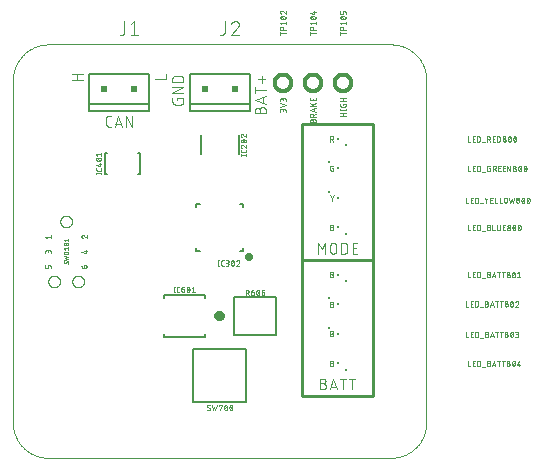
<source format=gto>
G04 EAGLE Gerber RS-274X export*
G75*
%MOMM*%
%FSLAX35Y35*%
%LPD*%
%INsilk_top*%
%IPPOS*%
%AMOC8*
5,1,8,0,0,1.08239X$1,22.5*%
G01*
%ADD10C,0.000000*%
%ADD11C,0.076200*%
%ADD12C,0.050800*%
%ADD13C,0.250000*%
%ADD14C,0.127000*%
%ADD15C,0.500000*%
%ADD16C,0.250000*%
%ADD17R,0.200000X0.200000*%
%ADD18C,0.025400*%
%ADD19C,0.300000*%
%ADD20C,0.152400*%
%ADD21R,0.508000X0.508000*%
%ADD22C,0.101600*%


D10*
X3199983Y3499983D02*
X300074Y3499817D01*
X300074Y3499818D02*
X292788Y3499719D01*
X285506Y3499444D01*
X278233Y3498992D01*
X270973Y3498364D01*
X263730Y3497560D01*
X256509Y3496581D01*
X249314Y3495427D01*
X242149Y3494098D01*
X235018Y3492596D01*
X227926Y3490922D01*
X220876Y3489077D01*
X213874Y3487060D01*
X206922Y3484875D01*
X200025Y3482522D01*
X193188Y3480002D01*
X186413Y3477317D01*
X179706Y3474468D01*
X173070Y3471458D01*
X166509Y3468288D01*
X160026Y3464959D01*
X153626Y3461474D01*
X147313Y3457835D01*
X141089Y3454044D01*
X134960Y3450103D01*
X128928Y3446015D01*
X122996Y3441781D01*
X117170Y3437405D01*
X111451Y3432889D01*
X105843Y3428236D01*
X100349Y3423448D01*
X94974Y3418528D01*
X89719Y3413479D01*
X84589Y3408304D01*
X79585Y3403006D01*
X74711Y3397589D01*
X69970Y3392055D01*
X65365Y3386407D01*
X60898Y3380650D01*
X56572Y3374786D01*
X52390Y3368818D01*
X48353Y3362751D01*
X44465Y3356588D01*
X40727Y3350333D01*
X37143Y3343988D01*
X33713Y3337559D01*
X30440Y3331048D01*
X27326Y3324460D01*
X24372Y3317798D01*
X21581Y3311067D01*
X18954Y3304270D01*
X16493Y3297411D01*
X14199Y3290494D01*
X12073Y3283524D01*
X10117Y3276504D01*
X8332Y3269439D01*
X6718Y3262333D01*
X5278Y3255190D01*
X4011Y3248013D01*
X2918Y3240809D01*
X2001Y3233580D01*
X1259Y3226330D01*
X693Y3219065D01*
X304Y3211789D01*
X91Y3204505D01*
X92Y3204504D02*
X8Y295296D01*
X8Y295295D02*
X152Y288103D01*
X469Y280917D01*
X960Y273741D01*
X1624Y266579D01*
X2462Y259435D01*
X3471Y252313D01*
X4652Y245217D01*
X6005Y238152D01*
X7527Y231122D01*
X9219Y224131D01*
X11080Y217183D01*
X13108Y210282D01*
X15302Y203431D01*
X17661Y196636D01*
X20184Y189900D01*
X22868Y183227D01*
X25713Y176620D01*
X28717Y170084D01*
X31878Y163623D01*
X35194Y157240D01*
X38663Y150939D01*
X42284Y144723D01*
X46054Y138597D01*
X49970Y132564D01*
X54032Y126627D01*
X58235Y120790D01*
X62579Y115056D01*
X67059Y109429D01*
X71675Y103912D01*
X76422Y98508D01*
X81299Y93221D01*
X86301Y88052D01*
X91428Y83006D01*
X96674Y78086D01*
X102039Y73294D01*
X107517Y68632D01*
X113106Y64105D01*
X118803Y59713D01*
X124605Y55461D01*
X130508Y51350D01*
X136508Y47383D01*
X142602Y43562D01*
X148787Y39890D01*
X155059Y36368D01*
X161414Y32999D01*
X167849Y29784D01*
X174359Y26726D01*
X180942Y23825D01*
X187593Y21085D01*
X194308Y18506D01*
X201083Y16091D01*
X207914Y13839D01*
X214799Y11754D01*
X221731Y9835D01*
X228708Y8085D01*
X235725Y6503D01*
X242778Y5092D01*
X249863Y3851D01*
X256977Y2782D01*
X264114Y1886D01*
X271270Y1161D01*
X278442Y611D01*
X285625Y233D01*
X292815Y29D01*
X300008Y-1D01*
X300008Y0D02*
X3200000Y0D01*
X3207249Y88D01*
X3214494Y350D01*
X3221730Y788D01*
X3228954Y1401D01*
X3236161Y2187D01*
X3243347Y3148D01*
X3250507Y4282D01*
X3257638Y5589D01*
X3264735Y7068D01*
X3271795Y8717D01*
X3278812Y10537D01*
X3285784Y12526D01*
X3292705Y14683D01*
X3299572Y17006D01*
X3306381Y19495D01*
X3313128Y22148D01*
X3319809Y24962D01*
X3326420Y27938D01*
X3332957Y31072D01*
X3339417Y34363D01*
X3345795Y37810D01*
X3352088Y41409D01*
X3358292Y45160D01*
X3364404Y49059D01*
X3370419Y53105D01*
X3376336Y57295D01*
X3382149Y61627D01*
X3387856Y66098D01*
X3393453Y70705D01*
X3398937Y75447D01*
X3404305Y80319D01*
X3409553Y85320D01*
X3414680Y90447D01*
X3419681Y95695D01*
X3424553Y101063D01*
X3429295Y106547D01*
X3433902Y112144D01*
X3438373Y117851D01*
X3442705Y123664D01*
X3446895Y129581D01*
X3450941Y135596D01*
X3454840Y141708D01*
X3458591Y147912D01*
X3462190Y154205D01*
X3465637Y160583D01*
X3468928Y167043D01*
X3472062Y173580D01*
X3475038Y180191D01*
X3477852Y186872D01*
X3480505Y193619D01*
X3482994Y200428D01*
X3485317Y207295D01*
X3487474Y214216D01*
X3489463Y221188D01*
X3491283Y228205D01*
X3492932Y235265D01*
X3494411Y242362D01*
X3495718Y249493D01*
X3496852Y256653D01*
X3497813Y263839D01*
X3498599Y271046D01*
X3499212Y278270D01*
X3499650Y285506D01*
X3499912Y292751D01*
X3500000Y300000D01*
X3500000Y3199983D01*
X3499912Y3207232D01*
X3499650Y3214478D01*
X3499212Y3221714D01*
X3498599Y3228938D01*
X3497813Y3236145D01*
X3496852Y3243331D01*
X3495718Y3250492D01*
X3494411Y3257623D01*
X3492932Y3264721D01*
X3491282Y3271780D01*
X3489462Y3278798D01*
X3487473Y3285770D01*
X3485316Y3292691D01*
X3482992Y3299559D01*
X3480503Y3306368D01*
X3477851Y3313115D01*
X3475036Y3319796D01*
X3472060Y3326408D01*
X3468926Y3332945D01*
X3465634Y3339405D01*
X3462188Y3345783D01*
X3458588Y3352076D01*
X3454837Y3358280D01*
X3450938Y3364392D01*
X3446891Y3370408D01*
X3442701Y3376324D01*
X3438369Y3382137D01*
X3433898Y3387844D01*
X3429290Y3393442D01*
X3424548Y3398926D01*
X3419675Y3404294D01*
X3414674Y3409542D01*
X3409547Y3414669D01*
X3404298Y3419670D01*
X3398930Y3424542D01*
X3393445Y3429284D01*
X3387848Y3433891D01*
X3382141Y3438362D01*
X3376327Y3442694D01*
X3370411Y3446884D01*
X3364395Y3450930D01*
X3358283Y3454829D01*
X3352078Y3458580D01*
X3345785Y3462179D01*
X3339406Y3465625D01*
X3332947Y3468916D01*
X3326409Y3472051D01*
X3319798Y3475026D01*
X3313116Y3477840D01*
X3306369Y3480493D01*
X3299560Y3482981D01*
X3292692Y3485304D01*
X3285770Y3487461D01*
X3278798Y3489449D01*
X3271781Y3491269D01*
X3264721Y3492919D01*
X3257623Y3494397D01*
X3250492Y3495703D01*
X3243331Y3496837D01*
X3236145Y3497798D01*
X3228938Y3498584D01*
X3221714Y3499196D01*
X3214477Y3499633D01*
X3207232Y3499896D01*
X3199983Y3499983D01*
D11*
X2626151Y630132D02*
X2600490Y630132D01*
X2626151Y630132D02*
X2626776Y630124D01*
X2627400Y630102D01*
X2628024Y630064D01*
X2628647Y630010D01*
X2629268Y629942D01*
X2629887Y629859D01*
X2630504Y629760D01*
X2631119Y629647D01*
X2631730Y629518D01*
X2632339Y629375D01*
X2632943Y629217D01*
X2633544Y629044D01*
X2634140Y628857D01*
X2634732Y628655D01*
X2635318Y628439D01*
X2635899Y628208D01*
X2636474Y627964D01*
X2637043Y627706D01*
X2637606Y627434D01*
X2638161Y627148D01*
X2638710Y626849D01*
X2639251Y626536D01*
X2639785Y626211D01*
X2640310Y625872D01*
X2640827Y625521D01*
X2641335Y625157D01*
X2641834Y624782D01*
X2642324Y624394D01*
X2642805Y623994D01*
X2643275Y623583D01*
X2643735Y623160D01*
X2644185Y622726D01*
X2644624Y622282D01*
X2645053Y621827D01*
X2645470Y621361D01*
X2645875Y620886D01*
X2646269Y620400D01*
X2646651Y619906D01*
X2647021Y619402D01*
X2647378Y618889D01*
X2647723Y618368D01*
X2648055Y617839D01*
X2648374Y617302D01*
X2648680Y616757D01*
X2648972Y616204D01*
X2649251Y615645D01*
X2649517Y615079D01*
X2649768Y614507D01*
X2650005Y613929D01*
X2650229Y613345D01*
X2650438Y612756D01*
X2650632Y612163D01*
X2650812Y611564D01*
X2650978Y610962D01*
X2651128Y610355D01*
X2651264Y609745D01*
X2651385Y609132D01*
X2651491Y608516D01*
X2651582Y607898D01*
X2651658Y607278D01*
X2651719Y606656D01*
X2651764Y606032D01*
X2651795Y605408D01*
X2651810Y604783D01*
X2651810Y604159D01*
X2651795Y603534D01*
X2651764Y602910D01*
X2651719Y602286D01*
X2651658Y601664D01*
X2651582Y601044D01*
X2651491Y600426D01*
X2651385Y599810D01*
X2651264Y599197D01*
X2651128Y598587D01*
X2650978Y597980D01*
X2650812Y597378D01*
X2650632Y596779D01*
X2650438Y596186D01*
X2650229Y595597D01*
X2650005Y595013D01*
X2649768Y594435D01*
X2649517Y593863D01*
X2649251Y593297D01*
X2648972Y592738D01*
X2648680Y592185D01*
X2648374Y591641D01*
X2648055Y591103D01*
X2647723Y590574D01*
X2647378Y590053D01*
X2647021Y589540D01*
X2646651Y589036D01*
X2646269Y588542D01*
X2645875Y588056D01*
X2645470Y587581D01*
X2645053Y587115D01*
X2644624Y586660D01*
X2644185Y586216D01*
X2643735Y585782D01*
X2643275Y585359D01*
X2642805Y584948D01*
X2642324Y584548D01*
X2641834Y584160D01*
X2641335Y583785D01*
X2640827Y583421D01*
X2640310Y583070D01*
X2639785Y582731D01*
X2639251Y582406D01*
X2638710Y582093D01*
X2638161Y581794D01*
X2637606Y581508D01*
X2637043Y581236D01*
X2636474Y580978D01*
X2635899Y580734D01*
X2635318Y580503D01*
X2634732Y580287D01*
X2634140Y580085D01*
X2633544Y579898D01*
X2632943Y579725D01*
X2632339Y579567D01*
X2631730Y579424D01*
X2631119Y579295D01*
X2630504Y579182D01*
X2629887Y579083D01*
X2629268Y579000D01*
X2628647Y578932D01*
X2628024Y578878D01*
X2627400Y578840D01*
X2626776Y578818D01*
X2626151Y578810D01*
X2600490Y578810D01*
X2600490Y671190D01*
X2626151Y671190D01*
X2626651Y671184D01*
X2627151Y671166D01*
X2627650Y671135D01*
X2628148Y671093D01*
X2628645Y671038D01*
X2629140Y670971D01*
X2629634Y670892D01*
X2630125Y670802D01*
X2630615Y670699D01*
X2631101Y670584D01*
X2631585Y670458D01*
X2632065Y670320D01*
X2632542Y670170D01*
X2633016Y670008D01*
X2633485Y669835D01*
X2633949Y669651D01*
X2634409Y669456D01*
X2634865Y669249D01*
X2635315Y669031D01*
X2635759Y668803D01*
X2636198Y668563D01*
X2636631Y668313D01*
X2637058Y668053D01*
X2637478Y667782D01*
X2637892Y667501D01*
X2638298Y667210D01*
X2638698Y666910D01*
X2639090Y666599D01*
X2639474Y666279D01*
X2639850Y665950D01*
X2640219Y665612D01*
X2640579Y665265D01*
X2640930Y664910D01*
X2641272Y664546D01*
X2641606Y664173D01*
X2641931Y663793D01*
X2642246Y663405D01*
X2642551Y663009D01*
X2642847Y662606D01*
X2643133Y662196D01*
X2643409Y661779D01*
X2643674Y661355D01*
X2643930Y660926D01*
X2644174Y660490D01*
X2644408Y660048D01*
X2644631Y659600D01*
X2644844Y659148D01*
X2645045Y658690D01*
X2645235Y658228D01*
X2645413Y657761D01*
X2645580Y657289D01*
X2645736Y656814D01*
X2645880Y656336D01*
X2646012Y655853D01*
X2646133Y655368D01*
X2646242Y654880D01*
X2646339Y654390D01*
X2646423Y653897D01*
X2646496Y653403D01*
X2646557Y652906D01*
X2646605Y652409D01*
X2646642Y651910D01*
X2646666Y651411D01*
X2646678Y650911D01*
X2646678Y650411D01*
X2646666Y649911D01*
X2646642Y649412D01*
X2646605Y648913D01*
X2646557Y648416D01*
X2646496Y647919D01*
X2646423Y647425D01*
X2646339Y646932D01*
X2646242Y646442D01*
X2646133Y645954D01*
X2646012Y645469D01*
X2645880Y644986D01*
X2645736Y644508D01*
X2645580Y644033D01*
X2645413Y643561D01*
X2645235Y643094D01*
X2645045Y642632D01*
X2644844Y642174D01*
X2644631Y641722D01*
X2644408Y641274D01*
X2644174Y640832D01*
X2643930Y640397D01*
X2643674Y639967D01*
X2643409Y639543D01*
X2643133Y639126D01*
X2642847Y638716D01*
X2642551Y638313D01*
X2642246Y637917D01*
X2641931Y637529D01*
X2641606Y637149D01*
X2641272Y636776D01*
X2640930Y636412D01*
X2640579Y636057D01*
X2640219Y635710D01*
X2639850Y635372D01*
X2639474Y635043D01*
X2639090Y634723D01*
X2638698Y634412D01*
X2638298Y634112D01*
X2637892Y633821D01*
X2637478Y633540D01*
X2637058Y633269D01*
X2636631Y633009D01*
X2636198Y632759D01*
X2635759Y632519D01*
X2635315Y632291D01*
X2634865Y632073D01*
X2634409Y631866D01*
X2633949Y631671D01*
X2633485Y631487D01*
X2633016Y631314D01*
X2632542Y631152D01*
X2632065Y631002D01*
X2631585Y630864D01*
X2631101Y630738D01*
X2630615Y630623D01*
X2630125Y630520D01*
X2629634Y630430D01*
X2629140Y630351D01*
X2628645Y630284D01*
X2628148Y630229D01*
X2627650Y630187D01*
X2627151Y630156D01*
X2626651Y630138D01*
X2626151Y630132D01*
X2681056Y578810D02*
X2711849Y671190D01*
X2742643Y578810D01*
X2734944Y601905D02*
X2688754Y601905D01*
X2795849Y578810D02*
X2795849Y671190D01*
X2770188Y671190D02*
X2821510Y671190D01*
X2873848Y671190D02*
X2873848Y578810D01*
X2848188Y671190D02*
X2899510Y671190D01*
X2582819Y1728810D02*
X2582819Y1821190D01*
X2613612Y1769868D01*
X2644405Y1821190D01*
X2644405Y1728810D01*
X2686951Y1754471D02*
X2686951Y1795529D01*
X2686959Y1796154D01*
X2686981Y1796778D01*
X2687019Y1797402D01*
X2687073Y1798025D01*
X2687141Y1798646D01*
X2687224Y1799265D01*
X2687323Y1799882D01*
X2687436Y1800497D01*
X2687565Y1801108D01*
X2687708Y1801717D01*
X2687866Y1802321D01*
X2688039Y1802922D01*
X2688226Y1803518D01*
X2688428Y1804110D01*
X2688644Y1804696D01*
X2688875Y1805277D01*
X2689119Y1805852D01*
X2689377Y1806421D01*
X2689649Y1806984D01*
X2689935Y1807539D01*
X2690234Y1808088D01*
X2690547Y1808629D01*
X2690872Y1809163D01*
X2691211Y1809688D01*
X2691562Y1810205D01*
X2691926Y1810713D01*
X2692301Y1811212D01*
X2692689Y1811702D01*
X2693089Y1812183D01*
X2693500Y1812653D01*
X2693923Y1813113D01*
X2694357Y1813563D01*
X2694801Y1814002D01*
X2695256Y1814431D01*
X2695722Y1814848D01*
X2696197Y1815253D01*
X2696683Y1815647D01*
X2697177Y1816029D01*
X2697681Y1816399D01*
X2698194Y1816756D01*
X2698715Y1817101D01*
X2699244Y1817433D01*
X2699782Y1817752D01*
X2700326Y1818058D01*
X2700879Y1818350D01*
X2701438Y1818629D01*
X2702004Y1818895D01*
X2702576Y1819146D01*
X2703154Y1819383D01*
X2703738Y1819607D01*
X2704327Y1819816D01*
X2704920Y1820010D01*
X2705519Y1820190D01*
X2706121Y1820356D01*
X2706728Y1820506D01*
X2707338Y1820642D01*
X2707951Y1820763D01*
X2708567Y1820869D01*
X2709185Y1820960D01*
X2709805Y1821036D01*
X2710427Y1821097D01*
X2711051Y1821142D01*
X2711675Y1821173D01*
X2712300Y1821188D01*
X2712924Y1821188D01*
X2713549Y1821173D01*
X2714173Y1821142D01*
X2714797Y1821097D01*
X2715419Y1821036D01*
X2716039Y1820960D01*
X2716657Y1820869D01*
X2717273Y1820763D01*
X2717886Y1820642D01*
X2718496Y1820506D01*
X2719103Y1820356D01*
X2719705Y1820190D01*
X2720304Y1820010D01*
X2720897Y1819816D01*
X2721486Y1819607D01*
X2722070Y1819383D01*
X2722648Y1819146D01*
X2723220Y1818895D01*
X2723786Y1818629D01*
X2724345Y1818350D01*
X2724898Y1818058D01*
X2725443Y1817752D01*
X2725980Y1817433D01*
X2726509Y1817101D01*
X2727030Y1816756D01*
X2727543Y1816399D01*
X2728047Y1816029D01*
X2728541Y1815647D01*
X2729027Y1815253D01*
X2729502Y1814848D01*
X2729968Y1814431D01*
X2730423Y1814002D01*
X2730867Y1813563D01*
X2731301Y1813113D01*
X2731724Y1812653D01*
X2732135Y1812183D01*
X2732535Y1811702D01*
X2732923Y1811212D01*
X2733298Y1810713D01*
X2733662Y1810205D01*
X2734013Y1809688D01*
X2734352Y1809163D01*
X2734677Y1808629D01*
X2734990Y1808088D01*
X2735289Y1807539D01*
X2735575Y1806984D01*
X2735847Y1806421D01*
X2736105Y1805852D01*
X2736349Y1805277D01*
X2736580Y1804696D01*
X2736796Y1804110D01*
X2736998Y1803518D01*
X2737185Y1802922D01*
X2737358Y1802321D01*
X2737516Y1801717D01*
X2737659Y1801108D01*
X2737788Y1800497D01*
X2737901Y1799882D01*
X2738000Y1799265D01*
X2738083Y1798646D01*
X2738151Y1798025D01*
X2738205Y1797402D01*
X2738243Y1796778D01*
X2738265Y1796154D01*
X2738273Y1795529D01*
X2738273Y1754471D01*
X2738265Y1753846D01*
X2738243Y1753222D01*
X2738205Y1752598D01*
X2738151Y1751975D01*
X2738083Y1751354D01*
X2738000Y1750735D01*
X2737901Y1750118D01*
X2737788Y1749503D01*
X2737659Y1748892D01*
X2737516Y1748283D01*
X2737358Y1747679D01*
X2737185Y1747078D01*
X2736998Y1746482D01*
X2736796Y1745890D01*
X2736580Y1745304D01*
X2736349Y1744723D01*
X2736105Y1744148D01*
X2735847Y1743579D01*
X2735575Y1743016D01*
X2735289Y1742461D01*
X2734990Y1741912D01*
X2734677Y1741371D01*
X2734352Y1740837D01*
X2734013Y1740312D01*
X2733662Y1739795D01*
X2733298Y1739287D01*
X2732923Y1738788D01*
X2732535Y1738298D01*
X2732135Y1737817D01*
X2731724Y1737347D01*
X2731301Y1736887D01*
X2730867Y1736437D01*
X2730423Y1735998D01*
X2729968Y1735569D01*
X2729502Y1735152D01*
X2729027Y1734747D01*
X2728541Y1734353D01*
X2728047Y1733971D01*
X2727543Y1733601D01*
X2727030Y1733244D01*
X2726509Y1732899D01*
X2725980Y1732567D01*
X2725443Y1732248D01*
X2724898Y1731942D01*
X2724345Y1731650D01*
X2723786Y1731371D01*
X2723220Y1731105D01*
X2722648Y1730854D01*
X2722070Y1730617D01*
X2721486Y1730393D01*
X2720897Y1730184D01*
X2720304Y1729990D01*
X2719705Y1729810D01*
X2719103Y1729644D01*
X2718496Y1729494D01*
X2717886Y1729358D01*
X2717273Y1729237D01*
X2716657Y1729131D01*
X2716039Y1729040D01*
X2715419Y1728964D01*
X2714797Y1728903D01*
X2714173Y1728858D01*
X2713549Y1728827D01*
X2712924Y1728812D01*
X2712300Y1728812D01*
X2711675Y1728827D01*
X2711051Y1728858D01*
X2710427Y1728903D01*
X2709805Y1728964D01*
X2709185Y1729040D01*
X2708567Y1729131D01*
X2707951Y1729237D01*
X2707338Y1729358D01*
X2706728Y1729494D01*
X2706121Y1729644D01*
X2705519Y1729810D01*
X2704920Y1729990D01*
X2704327Y1730184D01*
X2703738Y1730393D01*
X2703154Y1730617D01*
X2702576Y1730854D01*
X2702004Y1731105D01*
X2701438Y1731371D01*
X2700879Y1731650D01*
X2700326Y1731942D01*
X2699782Y1732248D01*
X2699244Y1732567D01*
X2698715Y1732899D01*
X2698194Y1733244D01*
X2697681Y1733601D01*
X2697177Y1733971D01*
X2696683Y1734353D01*
X2696197Y1734747D01*
X2695722Y1735152D01*
X2695256Y1735569D01*
X2694801Y1735998D01*
X2694357Y1736437D01*
X2693923Y1736887D01*
X2693500Y1737347D01*
X2693089Y1737817D01*
X2692689Y1738298D01*
X2692301Y1738788D01*
X2691926Y1739287D01*
X2691562Y1739795D01*
X2691211Y1740312D01*
X2690872Y1740837D01*
X2690547Y1741371D01*
X2690234Y1741912D01*
X2689935Y1742461D01*
X2689649Y1743016D01*
X2689377Y1743579D01*
X2689119Y1744148D01*
X2688875Y1744723D01*
X2688644Y1745304D01*
X2688428Y1745890D01*
X2688226Y1746482D01*
X2688039Y1747078D01*
X2687866Y1747679D01*
X2687708Y1748283D01*
X2687565Y1748892D01*
X2687436Y1749503D01*
X2687323Y1750118D01*
X2687224Y1750735D01*
X2687141Y1751354D01*
X2687073Y1751975D01*
X2687019Y1752598D01*
X2686981Y1753222D01*
X2686959Y1753846D01*
X2686951Y1754471D01*
X2779950Y1728810D02*
X2779950Y1821190D01*
X2805611Y1821190D01*
X2806231Y1821183D01*
X2806851Y1821160D01*
X2807470Y1821123D01*
X2808088Y1821070D01*
X2808704Y1821003D01*
X2809319Y1820921D01*
X2809931Y1820824D01*
X2810541Y1820712D01*
X2811148Y1820585D01*
X2811752Y1820444D01*
X2812352Y1820289D01*
X2812949Y1820119D01*
X2813541Y1819934D01*
X2814128Y1819735D01*
X2814711Y1819522D01*
X2815288Y1819296D01*
X2815859Y1819055D01*
X2816425Y1818800D01*
X2816984Y1818532D01*
X2817536Y1818251D01*
X2818082Y1817956D01*
X2818620Y1817648D01*
X2819151Y1817327D01*
X2819674Y1816994D01*
X2820188Y1816648D01*
X2820694Y1816289D01*
X2821191Y1815919D01*
X2821680Y1815536D01*
X2822158Y1815142D01*
X2822627Y1814737D01*
X2823087Y1814320D01*
X2823536Y1813892D01*
X2823974Y1813454D01*
X2824402Y1813005D01*
X2824819Y1812545D01*
X2825224Y1812076D01*
X2825618Y1811598D01*
X2826001Y1811109D01*
X2826371Y1810612D01*
X2826730Y1810106D01*
X2827076Y1809592D01*
X2827409Y1809069D01*
X2827730Y1808538D01*
X2828038Y1808000D01*
X2828333Y1807454D01*
X2828614Y1806902D01*
X2828882Y1806343D01*
X2829137Y1805777D01*
X2829378Y1805206D01*
X2829604Y1804629D01*
X2829817Y1804046D01*
X2830016Y1803459D01*
X2830201Y1802867D01*
X2830371Y1802270D01*
X2830526Y1801670D01*
X2830667Y1801066D01*
X2830794Y1800459D01*
X2830906Y1799849D01*
X2831003Y1799237D01*
X2831085Y1798622D01*
X2831152Y1798006D01*
X2831205Y1797388D01*
X2831242Y1796769D01*
X2831265Y1796149D01*
X2831272Y1795529D01*
X2831273Y1795529D02*
X2831273Y1754471D01*
X2831266Y1753851D01*
X2831243Y1753231D01*
X2831206Y1752612D01*
X2831153Y1751994D01*
X2831086Y1751378D01*
X2831004Y1750763D01*
X2830907Y1750151D01*
X2830795Y1749541D01*
X2830668Y1748934D01*
X2830527Y1748330D01*
X2830372Y1747730D01*
X2830202Y1747133D01*
X2830017Y1746541D01*
X2829818Y1745954D01*
X2829605Y1745371D01*
X2829379Y1744794D01*
X2829138Y1744223D01*
X2828883Y1743657D01*
X2828615Y1743098D01*
X2828334Y1742546D01*
X2828039Y1742000D01*
X2827731Y1741462D01*
X2827410Y1740931D01*
X2827077Y1740408D01*
X2826731Y1739894D01*
X2826372Y1739388D01*
X2826002Y1738890D01*
X2825619Y1738402D01*
X2825225Y1737924D01*
X2824819Y1737455D01*
X2824403Y1736995D01*
X2823975Y1736546D01*
X2823536Y1736108D01*
X2823087Y1735680D01*
X2822628Y1735263D01*
X2822159Y1734858D01*
X2821680Y1734464D01*
X2821192Y1734081D01*
X2820695Y1733711D01*
X2820189Y1733352D01*
X2819674Y1733006D01*
X2819152Y1732673D01*
X2818621Y1732352D01*
X2818083Y1732044D01*
X2817537Y1731749D01*
X2816985Y1731468D01*
X2816425Y1731200D01*
X2815860Y1730945D01*
X2815288Y1730704D01*
X2814711Y1730477D01*
X2814129Y1730265D01*
X2813541Y1730066D01*
X2812949Y1729881D01*
X2812353Y1729711D01*
X2811753Y1729556D01*
X2811149Y1729414D01*
X2810542Y1729288D01*
X2809932Y1729176D01*
X2809319Y1729079D01*
X2808705Y1728997D01*
X2808088Y1728930D01*
X2807470Y1728877D01*
X2806851Y1728840D01*
X2806232Y1728817D01*
X2805612Y1728810D01*
X2805611Y1728810D02*
X2779950Y1728810D01*
X2876124Y1728810D02*
X2917181Y1728810D01*
X2876124Y1728810D02*
X2876124Y1821190D01*
X2917181Y1821190D01*
X2906917Y1780132D02*
X2876124Y1780132D01*
X831269Y2803810D02*
X810741Y2803810D01*
X810245Y2803816D01*
X809749Y2803834D01*
X809254Y2803864D01*
X808760Y2803906D01*
X808267Y2803960D01*
X807775Y2804025D01*
X807285Y2804103D01*
X806797Y2804192D01*
X806311Y2804294D01*
X805828Y2804407D01*
X805348Y2804531D01*
X804871Y2804667D01*
X804397Y2804815D01*
X803927Y2804974D01*
X803461Y2805144D01*
X803000Y2805326D01*
X802542Y2805518D01*
X802090Y2805722D01*
X801643Y2805936D01*
X801201Y2806161D01*
X800764Y2806397D01*
X800334Y2806644D01*
X799909Y2806900D01*
X799491Y2807167D01*
X799079Y2807444D01*
X798674Y2807731D01*
X798277Y2808027D01*
X797886Y2808333D01*
X797503Y2808648D01*
X797128Y2808973D01*
X796760Y2809306D01*
X796401Y2809648D01*
X796050Y2809999D01*
X795708Y2810358D01*
X795375Y2810726D01*
X795050Y2811101D01*
X794735Y2811484D01*
X794429Y2811875D01*
X794133Y2812272D01*
X793846Y2812677D01*
X793569Y2813089D01*
X793302Y2813507D01*
X793046Y2813932D01*
X792799Y2814362D01*
X792563Y2814799D01*
X792338Y2815241D01*
X792124Y2815688D01*
X791920Y2816140D01*
X791728Y2816598D01*
X791546Y2817059D01*
X791376Y2817525D01*
X791217Y2817995D01*
X791069Y2818469D01*
X790933Y2818946D01*
X790809Y2819426D01*
X790696Y2819909D01*
X790594Y2820395D01*
X790505Y2820883D01*
X790427Y2821373D01*
X790362Y2821865D01*
X790308Y2822358D01*
X790266Y2822852D01*
X790236Y2823347D01*
X790218Y2823843D01*
X790212Y2824339D01*
X790212Y2875661D01*
X790218Y2876165D01*
X790237Y2876668D01*
X790268Y2877171D01*
X790311Y2877673D01*
X790366Y2878174D01*
X790434Y2878673D01*
X790514Y2879171D01*
X790606Y2879666D01*
X790711Y2880159D01*
X790827Y2880649D01*
X790956Y2881136D01*
X791096Y2881620D01*
X791248Y2882101D01*
X791412Y2882577D01*
X791588Y2883049D01*
X791775Y2883517D01*
X791973Y2883980D01*
X792183Y2884438D01*
X792404Y2884891D01*
X792636Y2885338D01*
X792879Y2885780D01*
X793133Y2886215D01*
X793397Y2886644D01*
X793672Y2887066D01*
X793957Y2887482D01*
X794252Y2887890D01*
X794557Y2888291D01*
X794872Y2888684D01*
X795196Y2889070D01*
X795530Y2889447D01*
X795873Y2889816D01*
X796225Y2890177D01*
X796585Y2890529D01*
X796954Y2890872D01*
X797332Y2891206D01*
X797717Y2891530D01*
X798111Y2891845D01*
X798512Y2892150D01*
X798920Y2892445D01*
X799336Y2892730D01*
X799758Y2893005D01*
X800187Y2893269D01*
X800622Y2893523D01*
X801064Y2893766D01*
X801511Y2893998D01*
X801964Y2894219D01*
X802422Y2894429D01*
X802885Y2894627D01*
X803352Y2894814D01*
X803825Y2894990D01*
X804301Y2895154D01*
X804782Y2895306D01*
X805265Y2895446D01*
X805753Y2895575D01*
X806243Y2895691D01*
X806736Y2895795D01*
X807231Y2895888D01*
X807728Y2895968D01*
X808228Y2896036D01*
X808729Y2896091D01*
X809230Y2896134D01*
X809733Y2896165D01*
X810237Y2896184D01*
X810741Y2896190D01*
X831269Y2896190D01*
X891128Y2896190D02*
X860334Y2803810D01*
X921921Y2803810D02*
X891128Y2896190D01*
X914223Y2826905D02*
X868033Y2826905D01*
X958466Y2803810D02*
X958466Y2896190D01*
X1009788Y2803810D01*
X1009788Y2896190D01*
X596190Y3194868D02*
X503810Y3194868D01*
X544868Y3194868D02*
X544868Y3246190D01*
X503810Y3246190D02*
X596190Y3246190D01*
X1203810Y3205133D02*
X1296190Y3205133D01*
X1296190Y3246190D01*
X1391868Y3042691D02*
X1391868Y3027294D01*
X1391868Y3042691D02*
X1443190Y3042691D01*
X1443190Y3011897D01*
X1443184Y3011401D01*
X1443166Y3010905D01*
X1443136Y3010410D01*
X1443094Y3009916D01*
X1443040Y3009423D01*
X1442975Y3008931D01*
X1442897Y3008441D01*
X1442808Y3007953D01*
X1442706Y3007467D01*
X1442593Y3006984D01*
X1442469Y3006504D01*
X1442333Y3006027D01*
X1442185Y3005553D01*
X1442026Y3005083D01*
X1441856Y3004617D01*
X1441674Y3004156D01*
X1441482Y3003698D01*
X1441278Y3003246D01*
X1441064Y3002799D01*
X1440839Y3002357D01*
X1440603Y3001920D01*
X1440356Y3001490D01*
X1440100Y3001065D01*
X1439833Y3000647D01*
X1439556Y3000235D01*
X1439269Y2999830D01*
X1438973Y2999433D01*
X1438667Y2999042D01*
X1438352Y2998659D01*
X1438027Y2998284D01*
X1437694Y2997916D01*
X1437352Y2997557D01*
X1437001Y2997206D01*
X1436642Y2996864D01*
X1436274Y2996531D01*
X1435899Y2996206D01*
X1435516Y2995891D01*
X1435125Y2995585D01*
X1434728Y2995289D01*
X1434323Y2995002D01*
X1433911Y2994725D01*
X1433493Y2994458D01*
X1433068Y2994202D01*
X1432638Y2993955D01*
X1432201Y2993719D01*
X1431759Y2993494D01*
X1431312Y2993280D01*
X1430860Y2993076D01*
X1430402Y2992884D01*
X1429941Y2992702D01*
X1429475Y2992532D01*
X1429005Y2992373D01*
X1428531Y2992225D01*
X1428054Y2992089D01*
X1427574Y2991965D01*
X1427091Y2991852D01*
X1426605Y2991750D01*
X1426117Y2991661D01*
X1425627Y2991583D01*
X1425135Y2991518D01*
X1424642Y2991464D01*
X1424148Y2991422D01*
X1423653Y2991392D01*
X1423157Y2991374D01*
X1422661Y2991368D01*
X1371339Y2991368D01*
X1371339Y2991369D02*
X1370835Y2991375D01*
X1370332Y2991394D01*
X1369829Y2991425D01*
X1369327Y2991468D01*
X1368826Y2991523D01*
X1368327Y2991591D01*
X1367829Y2991671D01*
X1367334Y2991763D01*
X1366841Y2991868D01*
X1366351Y2991984D01*
X1365864Y2992113D01*
X1365380Y2992253D01*
X1364900Y2992405D01*
X1364423Y2992569D01*
X1363951Y2992745D01*
X1363483Y2992932D01*
X1363020Y2993130D01*
X1362562Y2993340D01*
X1362109Y2993561D01*
X1361662Y2993793D01*
X1361220Y2994036D01*
X1360785Y2994290D01*
X1360356Y2994554D01*
X1359934Y2994829D01*
X1359518Y2995114D01*
X1359110Y2995409D01*
X1358709Y2995714D01*
X1358316Y2996029D01*
X1357930Y2996353D01*
X1357553Y2996687D01*
X1357184Y2997030D01*
X1356823Y2997382D01*
X1356471Y2997742D01*
X1356128Y2998111D01*
X1355794Y2998489D01*
X1355470Y2998874D01*
X1355155Y2999268D01*
X1354850Y2999669D01*
X1354555Y3000077D01*
X1354270Y3000492D01*
X1353995Y3000915D01*
X1353731Y3001344D01*
X1353477Y3001779D01*
X1353234Y3002220D01*
X1353002Y3002668D01*
X1352781Y3003120D01*
X1352571Y3003578D01*
X1352373Y3004041D01*
X1352186Y3004509D01*
X1352010Y3004982D01*
X1351846Y3005458D01*
X1351694Y3005938D01*
X1351554Y3006422D01*
X1351425Y3006909D01*
X1351309Y3007400D01*
X1351205Y3007892D01*
X1351112Y3008388D01*
X1351032Y3008885D01*
X1350964Y3009384D01*
X1350909Y3009885D01*
X1350866Y3010387D01*
X1350835Y3010890D01*
X1350816Y3011394D01*
X1350810Y3011897D01*
X1350810Y3042691D01*
X1350810Y3087368D02*
X1443190Y3087368D01*
X1443190Y3138690D02*
X1350810Y3087368D01*
X1350810Y3138690D02*
X1443190Y3138690D01*
X1443190Y3183368D02*
X1350810Y3183368D01*
X1350810Y3209029D01*
X1350817Y3209649D01*
X1350840Y3210269D01*
X1350877Y3210888D01*
X1350930Y3211506D01*
X1350997Y3212122D01*
X1351079Y3212737D01*
X1351176Y3213349D01*
X1351288Y3213959D01*
X1351415Y3214566D01*
X1351556Y3215170D01*
X1351711Y3215770D01*
X1351881Y3216367D01*
X1352066Y3216959D01*
X1352265Y3217546D01*
X1352478Y3218129D01*
X1352704Y3218706D01*
X1352945Y3219277D01*
X1353200Y3219843D01*
X1353468Y3220402D01*
X1353749Y3220954D01*
X1354044Y3221500D01*
X1354352Y3222038D01*
X1354673Y3222569D01*
X1355006Y3223092D01*
X1355352Y3223606D01*
X1355711Y3224112D01*
X1356081Y3224609D01*
X1356464Y3225098D01*
X1356858Y3225576D01*
X1357263Y3226045D01*
X1357680Y3226505D01*
X1358108Y3226954D01*
X1358546Y3227392D01*
X1358995Y3227820D01*
X1359455Y3228237D01*
X1359924Y3228642D01*
X1360402Y3229036D01*
X1360891Y3229419D01*
X1361388Y3229789D01*
X1361894Y3230148D01*
X1362408Y3230494D01*
X1362931Y3230827D01*
X1363462Y3231148D01*
X1364000Y3231456D01*
X1364546Y3231751D01*
X1365098Y3232032D01*
X1365657Y3232300D01*
X1366223Y3232555D01*
X1366794Y3232796D01*
X1367371Y3233022D01*
X1367954Y3233235D01*
X1368541Y3233434D01*
X1369133Y3233619D01*
X1369730Y3233789D01*
X1370330Y3233944D01*
X1370934Y3234085D01*
X1371541Y3234212D01*
X1372151Y3234324D01*
X1372763Y3234421D01*
X1373378Y3234503D01*
X1373994Y3234570D01*
X1374612Y3234623D01*
X1375231Y3234660D01*
X1375851Y3234683D01*
X1376471Y3234690D01*
X1417529Y3234690D01*
X1418149Y3234683D01*
X1418769Y3234660D01*
X1419388Y3234623D01*
X1420006Y3234570D01*
X1420622Y3234503D01*
X1421237Y3234421D01*
X1421849Y3234324D01*
X1422459Y3234212D01*
X1423066Y3234085D01*
X1423670Y3233944D01*
X1424270Y3233789D01*
X1424867Y3233619D01*
X1425459Y3233434D01*
X1426046Y3233235D01*
X1426629Y3233022D01*
X1427206Y3232796D01*
X1427777Y3232555D01*
X1428343Y3232300D01*
X1428902Y3232032D01*
X1429454Y3231751D01*
X1430000Y3231456D01*
X1430538Y3231148D01*
X1431069Y3230827D01*
X1431592Y3230494D01*
X1432106Y3230148D01*
X1432612Y3229789D01*
X1433110Y3229419D01*
X1433598Y3229036D01*
X1434076Y3228642D01*
X1434545Y3228236D01*
X1435005Y3227820D01*
X1435454Y3227392D01*
X1435892Y3226953D01*
X1436320Y3226504D01*
X1436737Y3226045D01*
X1437142Y3225576D01*
X1437536Y3225097D01*
X1437919Y3224609D01*
X1438289Y3224112D01*
X1438648Y3223606D01*
X1438994Y3223091D01*
X1439327Y3222569D01*
X1439648Y3222038D01*
X1439956Y3221500D01*
X1440251Y3220954D01*
X1440532Y3220402D01*
X1440800Y3219842D01*
X1441055Y3219277D01*
X1441296Y3218705D01*
X1441523Y3218128D01*
X1441735Y3217546D01*
X1441934Y3216958D01*
X1442119Y3216366D01*
X1442289Y3215770D01*
X1442444Y3215170D01*
X1442586Y3214566D01*
X1442712Y3213959D01*
X1442824Y3213349D01*
X1442921Y3212736D01*
X1443003Y3212122D01*
X1443070Y3211505D01*
X1443123Y3210887D01*
X1443160Y3210268D01*
X1443183Y3209649D01*
X1443190Y3209029D01*
X1443190Y3183368D01*
X2090368Y2944199D02*
X2090368Y2918538D01*
X2090368Y2944199D02*
X2090376Y2944824D01*
X2090398Y2945448D01*
X2090436Y2946072D01*
X2090490Y2946695D01*
X2090558Y2947316D01*
X2090641Y2947935D01*
X2090740Y2948552D01*
X2090853Y2949167D01*
X2090982Y2949778D01*
X2091125Y2950387D01*
X2091283Y2950991D01*
X2091456Y2951592D01*
X2091643Y2952188D01*
X2091845Y2952780D01*
X2092061Y2953366D01*
X2092292Y2953947D01*
X2092536Y2954522D01*
X2092794Y2955091D01*
X2093066Y2955654D01*
X2093352Y2956209D01*
X2093651Y2956758D01*
X2093964Y2957299D01*
X2094289Y2957833D01*
X2094628Y2958358D01*
X2094979Y2958875D01*
X2095343Y2959383D01*
X2095718Y2959882D01*
X2096106Y2960372D01*
X2096506Y2960853D01*
X2096917Y2961323D01*
X2097340Y2961783D01*
X2097774Y2962233D01*
X2098218Y2962672D01*
X2098673Y2963101D01*
X2099139Y2963518D01*
X2099614Y2963923D01*
X2100100Y2964317D01*
X2100594Y2964699D01*
X2101098Y2965069D01*
X2101611Y2965426D01*
X2102132Y2965771D01*
X2102661Y2966103D01*
X2103199Y2966422D01*
X2103743Y2966728D01*
X2104296Y2967020D01*
X2104855Y2967299D01*
X2105421Y2967565D01*
X2105993Y2967816D01*
X2106571Y2968053D01*
X2107155Y2968277D01*
X2107744Y2968486D01*
X2108337Y2968680D01*
X2108936Y2968860D01*
X2109538Y2969026D01*
X2110145Y2969176D01*
X2110755Y2969312D01*
X2111368Y2969433D01*
X2111984Y2969539D01*
X2112602Y2969630D01*
X2113222Y2969706D01*
X2113844Y2969767D01*
X2114468Y2969812D01*
X2115092Y2969843D01*
X2115717Y2969858D01*
X2116341Y2969858D01*
X2116966Y2969843D01*
X2117590Y2969812D01*
X2118214Y2969767D01*
X2118836Y2969706D01*
X2119456Y2969630D01*
X2120074Y2969539D01*
X2120690Y2969433D01*
X2121303Y2969312D01*
X2121913Y2969176D01*
X2122520Y2969026D01*
X2123122Y2968860D01*
X2123721Y2968680D01*
X2124314Y2968486D01*
X2124903Y2968277D01*
X2125487Y2968053D01*
X2126065Y2967816D01*
X2126637Y2967565D01*
X2127203Y2967299D01*
X2127762Y2967020D01*
X2128315Y2966728D01*
X2128860Y2966422D01*
X2129397Y2966103D01*
X2129926Y2965771D01*
X2130447Y2965426D01*
X2130960Y2965069D01*
X2131464Y2964699D01*
X2131958Y2964317D01*
X2132444Y2963923D01*
X2132919Y2963518D01*
X2133385Y2963101D01*
X2133840Y2962672D01*
X2134284Y2962233D01*
X2134718Y2961783D01*
X2135141Y2961323D01*
X2135552Y2960853D01*
X2135952Y2960372D01*
X2136340Y2959882D01*
X2136715Y2959383D01*
X2137079Y2958875D01*
X2137430Y2958358D01*
X2137769Y2957833D01*
X2138094Y2957299D01*
X2138407Y2956758D01*
X2138706Y2956209D01*
X2138992Y2955654D01*
X2139264Y2955091D01*
X2139522Y2954522D01*
X2139766Y2953947D01*
X2139997Y2953366D01*
X2140213Y2952780D01*
X2140415Y2952188D01*
X2140602Y2951592D01*
X2140775Y2950991D01*
X2140933Y2950387D01*
X2141076Y2949778D01*
X2141205Y2949167D01*
X2141318Y2948552D01*
X2141417Y2947935D01*
X2141500Y2947316D01*
X2141568Y2946695D01*
X2141622Y2946072D01*
X2141660Y2945448D01*
X2141682Y2944824D01*
X2141690Y2944199D01*
X2141690Y2918538D01*
X2049310Y2918538D01*
X2049310Y2944199D01*
X2049316Y2944699D01*
X2049334Y2945199D01*
X2049365Y2945698D01*
X2049407Y2946196D01*
X2049462Y2946693D01*
X2049529Y2947188D01*
X2049608Y2947682D01*
X2049698Y2948173D01*
X2049801Y2948663D01*
X2049916Y2949149D01*
X2050042Y2949633D01*
X2050180Y2950113D01*
X2050330Y2950590D01*
X2050492Y2951064D01*
X2050665Y2951533D01*
X2050849Y2951997D01*
X2051044Y2952457D01*
X2051251Y2952913D01*
X2051469Y2953363D01*
X2051697Y2953807D01*
X2051937Y2954246D01*
X2052187Y2954679D01*
X2052447Y2955106D01*
X2052718Y2955526D01*
X2052999Y2955940D01*
X2053290Y2956346D01*
X2053590Y2956746D01*
X2053901Y2957138D01*
X2054221Y2957522D01*
X2054550Y2957898D01*
X2054888Y2958267D01*
X2055235Y2958627D01*
X2055590Y2958978D01*
X2055954Y2959320D01*
X2056327Y2959654D01*
X2056707Y2959979D01*
X2057095Y2960294D01*
X2057491Y2960599D01*
X2057894Y2960895D01*
X2058304Y2961181D01*
X2058721Y2961457D01*
X2059145Y2961722D01*
X2059575Y2961978D01*
X2060010Y2962222D01*
X2060452Y2962456D01*
X2060900Y2962679D01*
X2061352Y2962892D01*
X2061810Y2963093D01*
X2062272Y2963283D01*
X2062739Y2963461D01*
X2063211Y2963628D01*
X2063686Y2963784D01*
X2064164Y2963928D01*
X2064647Y2964060D01*
X2065132Y2964181D01*
X2065620Y2964290D01*
X2066110Y2964387D01*
X2066603Y2964471D01*
X2067097Y2964544D01*
X2067594Y2964605D01*
X2068091Y2964653D01*
X2068590Y2964690D01*
X2069089Y2964714D01*
X2069589Y2964726D01*
X2070089Y2964726D01*
X2070589Y2964714D01*
X2071088Y2964690D01*
X2071587Y2964653D01*
X2072084Y2964605D01*
X2072581Y2964544D01*
X2073075Y2964471D01*
X2073568Y2964387D01*
X2074058Y2964290D01*
X2074546Y2964181D01*
X2075031Y2964060D01*
X2075514Y2963928D01*
X2075992Y2963784D01*
X2076467Y2963628D01*
X2076939Y2963461D01*
X2077406Y2963283D01*
X2077868Y2963093D01*
X2078326Y2962892D01*
X2078778Y2962679D01*
X2079226Y2962456D01*
X2079668Y2962222D01*
X2080104Y2961978D01*
X2080533Y2961722D01*
X2080957Y2961457D01*
X2081374Y2961181D01*
X2081784Y2960895D01*
X2082187Y2960599D01*
X2082583Y2960294D01*
X2082971Y2959979D01*
X2083351Y2959654D01*
X2083724Y2959320D01*
X2084088Y2958978D01*
X2084443Y2958627D01*
X2084790Y2958267D01*
X2085128Y2957898D01*
X2085457Y2957522D01*
X2085777Y2957138D01*
X2086088Y2956746D01*
X2086388Y2956346D01*
X2086679Y2955940D01*
X2086960Y2955526D01*
X2087231Y2955106D01*
X2087491Y2954679D01*
X2087741Y2954246D01*
X2087981Y2953807D01*
X2088209Y2953363D01*
X2088427Y2952913D01*
X2088634Y2952457D01*
X2088829Y2951997D01*
X2089013Y2951533D01*
X2089186Y2951064D01*
X2089348Y2950590D01*
X2089498Y2950113D01*
X2089636Y2949633D01*
X2089762Y2949149D01*
X2089877Y2948663D01*
X2089980Y2948173D01*
X2090070Y2947682D01*
X2090149Y2947188D01*
X2090216Y2946693D01*
X2090271Y2946196D01*
X2090313Y2945698D01*
X2090344Y2945199D01*
X2090362Y2944699D01*
X2090368Y2944199D01*
X2141690Y2999104D02*
X2049310Y3029897D01*
X2141690Y3060691D01*
X2118595Y3052992D02*
X2118595Y3006802D01*
X2141690Y3113897D02*
X2049310Y3113897D01*
X2049310Y3088236D02*
X2049310Y3139558D01*
X2105765Y3173103D02*
X2105765Y3234690D01*
X2136558Y3203897D02*
X2074971Y3203897D01*
D12*
X2308460Y2942983D02*
X2308460Y2930505D01*
X2308460Y2942983D02*
X2308456Y2943287D01*
X2308445Y2943591D01*
X2308427Y2943894D01*
X2308401Y2944197D01*
X2308368Y2944499D01*
X2308327Y2944800D01*
X2308279Y2945100D01*
X2308224Y2945399D01*
X2308161Y2945696D01*
X2308092Y2945992D01*
X2308015Y2946286D01*
X2307931Y2946578D01*
X2307840Y2946868D01*
X2307742Y2947155D01*
X2307637Y2947441D01*
X2307525Y2947723D01*
X2307406Y2948003D01*
X2307280Y2948279D01*
X2307148Y2948553D01*
X2307009Y2948823D01*
X2306863Y2949090D01*
X2306711Y2949353D01*
X2306553Y2949613D01*
X2306389Y2949868D01*
X2306218Y2950119D01*
X2306041Y2950366D01*
X2305858Y2950609D01*
X2305670Y2950847D01*
X2305475Y2951081D01*
X2305275Y2951310D01*
X2305070Y2951534D01*
X2304859Y2951752D01*
X2304643Y2951966D01*
X2304421Y2952174D01*
X2304195Y2952377D01*
X2303964Y2952574D01*
X2303728Y2952766D01*
X2303487Y2952951D01*
X2303242Y2953131D01*
X2302993Y2953305D01*
X2302740Y2953473D01*
X2302482Y2953634D01*
X2302221Y2953789D01*
X2301956Y2953938D01*
X2301687Y2954080D01*
X2301416Y2954216D01*
X2301140Y2954345D01*
X2300862Y2954467D01*
X2300581Y2954583D01*
X2300297Y2954691D01*
X2300011Y2954793D01*
X2299722Y2954887D01*
X2299431Y2954975D01*
X2299138Y2955055D01*
X2298843Y2955129D01*
X2298547Y2955195D01*
X2298248Y2955253D01*
X2297949Y2955305D01*
X2297648Y2955349D01*
X2297347Y2955386D01*
X2297044Y2955416D01*
X2296741Y2955438D01*
X2296438Y2955453D01*
X2296134Y2955460D01*
X2295830Y2955460D01*
X2295526Y2955453D01*
X2295223Y2955438D01*
X2294920Y2955416D01*
X2294617Y2955386D01*
X2294316Y2955349D01*
X2294015Y2955305D01*
X2293716Y2955253D01*
X2293417Y2955195D01*
X2293121Y2955129D01*
X2292826Y2955055D01*
X2292533Y2954975D01*
X2292242Y2954887D01*
X2291953Y2954793D01*
X2291667Y2954691D01*
X2291383Y2954583D01*
X2291102Y2954467D01*
X2290824Y2954345D01*
X2290548Y2954216D01*
X2290277Y2954080D01*
X2290008Y2953938D01*
X2289743Y2953789D01*
X2289482Y2953634D01*
X2289224Y2953473D01*
X2288971Y2953305D01*
X2288722Y2953131D01*
X2288477Y2952951D01*
X2288236Y2952766D01*
X2288000Y2952574D01*
X2287769Y2952377D01*
X2287543Y2952174D01*
X2287321Y2951966D01*
X2287105Y2951752D01*
X2286894Y2951534D01*
X2286689Y2951310D01*
X2286489Y2951081D01*
X2286294Y2950847D01*
X2286106Y2950609D01*
X2285923Y2950366D01*
X2285746Y2950119D01*
X2285575Y2949868D01*
X2285411Y2949613D01*
X2285253Y2949353D01*
X2285101Y2949090D01*
X2284955Y2948823D01*
X2284816Y2948553D01*
X2284684Y2948279D01*
X2284558Y2948003D01*
X2284439Y2947723D01*
X2284327Y2947441D01*
X2284222Y2947155D01*
X2284124Y2946868D01*
X2284033Y2946578D01*
X2283949Y2946286D01*
X2283872Y2945992D01*
X2283803Y2945696D01*
X2283740Y2945399D01*
X2283685Y2945100D01*
X2283637Y2944800D01*
X2283596Y2944499D01*
X2283563Y2944197D01*
X2283537Y2943894D01*
X2283519Y2943591D01*
X2283508Y2943287D01*
X2283504Y2942983D01*
X2263540Y2945478D02*
X2263540Y2930505D01*
X2263540Y2945478D02*
X2263543Y2945721D01*
X2263552Y2945964D01*
X2263567Y2946207D01*
X2263587Y2946449D01*
X2263614Y2946690D01*
X2263646Y2946931D01*
X2263685Y2947171D01*
X2263729Y2947410D01*
X2263779Y2947648D01*
X2263835Y2947885D01*
X2263896Y2948120D01*
X2263963Y2948354D01*
X2264036Y2948586D01*
X2264115Y2948816D01*
X2264199Y2949044D01*
X2264288Y2949270D01*
X2264383Y2949494D01*
X2264484Y2949715D01*
X2264590Y2949934D01*
X2264701Y2950150D01*
X2264817Y2950363D01*
X2264939Y2950574D01*
X2265065Y2950781D01*
X2265197Y2950986D01*
X2265334Y2951187D01*
X2265475Y2951385D01*
X2265621Y2951579D01*
X2265772Y2951769D01*
X2265928Y2951956D01*
X2266088Y2952139D01*
X2266252Y2952318D01*
X2266421Y2952493D01*
X2266594Y2952664D01*
X2266771Y2952831D01*
X2266952Y2952993D01*
X2267137Y2953151D01*
X2267326Y2953304D01*
X2267518Y2953452D01*
X2267714Y2953596D01*
X2267913Y2953735D01*
X2268116Y2953869D01*
X2268322Y2953999D01*
X2268531Y2954123D01*
X2268743Y2954242D01*
X2268958Y2954355D01*
X2269175Y2954464D01*
X2269395Y2954567D01*
X2269618Y2954665D01*
X2269843Y2954757D01*
X2270070Y2954844D01*
X2270299Y2954925D01*
X2270530Y2955001D01*
X2270763Y2955071D01*
X2270997Y2955135D01*
X2271233Y2955194D01*
X2271470Y2955247D01*
X2271709Y2955294D01*
X2271948Y2955335D01*
X2272189Y2955371D01*
X2272430Y2955400D01*
X2272672Y2955424D01*
X2272915Y2955442D01*
X2273157Y2955453D01*
X2273400Y2955459D01*
X2273644Y2955459D01*
X2273887Y2955453D01*
X2274129Y2955442D01*
X2274372Y2955424D01*
X2274614Y2955400D01*
X2274855Y2955371D01*
X2275096Y2955335D01*
X2275335Y2955294D01*
X2275574Y2955247D01*
X2275811Y2955194D01*
X2276047Y2955135D01*
X2276281Y2955071D01*
X2276514Y2955001D01*
X2276745Y2954925D01*
X2276974Y2954844D01*
X2277201Y2954757D01*
X2277426Y2954665D01*
X2277649Y2954567D01*
X2277869Y2954464D01*
X2278086Y2954355D01*
X2278301Y2954242D01*
X2278513Y2954123D01*
X2278722Y2953999D01*
X2278928Y2953869D01*
X2279131Y2953735D01*
X2279330Y2953596D01*
X2279526Y2953452D01*
X2279718Y2953304D01*
X2279907Y2953151D01*
X2280092Y2952993D01*
X2280273Y2952831D01*
X2280450Y2952664D01*
X2280623Y2952493D01*
X2280792Y2952318D01*
X2280956Y2952139D01*
X2281116Y2951956D01*
X2281272Y2951769D01*
X2281423Y2951579D01*
X2281569Y2951385D01*
X2281710Y2951187D01*
X2281847Y2950986D01*
X2281979Y2950781D01*
X2282105Y2950574D01*
X2282227Y2950363D01*
X2282343Y2950150D01*
X2282454Y2949934D01*
X2282560Y2949715D01*
X2282661Y2949494D01*
X2282756Y2949270D01*
X2282845Y2949044D01*
X2282929Y2948816D01*
X2283008Y2948586D01*
X2283081Y2948354D01*
X2283148Y2948120D01*
X2283209Y2947885D01*
X2283265Y2947648D01*
X2283315Y2947410D01*
X2283359Y2947171D01*
X2283398Y2946931D01*
X2283430Y2946690D01*
X2283457Y2946449D01*
X2283477Y2946207D01*
X2283492Y2945964D01*
X2283501Y2945721D01*
X2283504Y2945478D01*
X2283505Y2945478D02*
X2283505Y2935496D01*
X2263540Y2973009D02*
X2308460Y2987983D01*
X2263540Y3002956D01*
X2308460Y3020505D02*
X2308460Y3032982D01*
X2308456Y3033286D01*
X2308445Y3033590D01*
X2308427Y3033893D01*
X2308401Y3034196D01*
X2308368Y3034498D01*
X2308327Y3034799D01*
X2308279Y3035099D01*
X2308224Y3035398D01*
X2308161Y3035695D01*
X2308092Y3035991D01*
X2308015Y3036285D01*
X2307931Y3036577D01*
X2307840Y3036867D01*
X2307742Y3037154D01*
X2307637Y3037440D01*
X2307525Y3037722D01*
X2307406Y3038002D01*
X2307280Y3038278D01*
X2307148Y3038552D01*
X2307009Y3038822D01*
X2306863Y3039089D01*
X2306711Y3039352D01*
X2306553Y3039612D01*
X2306389Y3039867D01*
X2306218Y3040118D01*
X2306041Y3040365D01*
X2305858Y3040608D01*
X2305670Y3040846D01*
X2305475Y3041080D01*
X2305275Y3041309D01*
X2305070Y3041533D01*
X2304859Y3041751D01*
X2304643Y3041965D01*
X2304421Y3042173D01*
X2304195Y3042376D01*
X2303964Y3042573D01*
X2303728Y3042765D01*
X2303487Y3042950D01*
X2303242Y3043130D01*
X2302993Y3043304D01*
X2302740Y3043472D01*
X2302482Y3043633D01*
X2302221Y3043788D01*
X2301956Y3043937D01*
X2301687Y3044079D01*
X2301416Y3044215D01*
X2301140Y3044344D01*
X2300862Y3044466D01*
X2300581Y3044582D01*
X2300297Y3044690D01*
X2300011Y3044792D01*
X2299722Y3044886D01*
X2299431Y3044974D01*
X2299138Y3045054D01*
X2298843Y3045128D01*
X2298547Y3045194D01*
X2298248Y3045252D01*
X2297949Y3045304D01*
X2297648Y3045348D01*
X2297347Y3045385D01*
X2297044Y3045415D01*
X2296741Y3045437D01*
X2296438Y3045452D01*
X2296134Y3045459D01*
X2295830Y3045459D01*
X2295526Y3045452D01*
X2295223Y3045437D01*
X2294920Y3045415D01*
X2294617Y3045385D01*
X2294316Y3045348D01*
X2294015Y3045304D01*
X2293716Y3045252D01*
X2293417Y3045194D01*
X2293121Y3045128D01*
X2292826Y3045054D01*
X2292533Y3044974D01*
X2292242Y3044886D01*
X2291953Y3044792D01*
X2291667Y3044690D01*
X2291383Y3044582D01*
X2291102Y3044466D01*
X2290824Y3044344D01*
X2290548Y3044215D01*
X2290277Y3044079D01*
X2290008Y3043937D01*
X2289743Y3043788D01*
X2289482Y3043633D01*
X2289224Y3043472D01*
X2288971Y3043304D01*
X2288722Y3043130D01*
X2288477Y3042950D01*
X2288236Y3042765D01*
X2288000Y3042573D01*
X2287769Y3042376D01*
X2287543Y3042173D01*
X2287321Y3041965D01*
X2287105Y3041751D01*
X2286894Y3041533D01*
X2286689Y3041309D01*
X2286489Y3041080D01*
X2286294Y3040846D01*
X2286106Y3040608D01*
X2285923Y3040365D01*
X2285746Y3040118D01*
X2285575Y3039867D01*
X2285411Y3039612D01*
X2285253Y3039352D01*
X2285101Y3039089D01*
X2284955Y3038822D01*
X2284816Y3038552D01*
X2284684Y3038278D01*
X2284558Y3038002D01*
X2284439Y3037722D01*
X2284327Y3037440D01*
X2284222Y3037154D01*
X2284124Y3036867D01*
X2284033Y3036577D01*
X2283949Y3036285D01*
X2283872Y3035991D01*
X2283803Y3035695D01*
X2283740Y3035398D01*
X2283685Y3035099D01*
X2283637Y3034799D01*
X2283596Y3034498D01*
X2283563Y3034196D01*
X2283537Y3033893D01*
X2283519Y3033590D01*
X2283508Y3033286D01*
X2283504Y3032982D01*
X2263540Y3035478D02*
X2263540Y3020505D01*
X2263540Y3035478D02*
X2263543Y3035721D01*
X2263552Y3035964D01*
X2263567Y3036207D01*
X2263587Y3036449D01*
X2263614Y3036690D01*
X2263646Y3036931D01*
X2263685Y3037171D01*
X2263729Y3037410D01*
X2263779Y3037648D01*
X2263835Y3037885D01*
X2263896Y3038120D01*
X2263963Y3038354D01*
X2264036Y3038586D01*
X2264115Y3038816D01*
X2264199Y3039044D01*
X2264288Y3039270D01*
X2264383Y3039494D01*
X2264484Y3039715D01*
X2264590Y3039934D01*
X2264701Y3040150D01*
X2264817Y3040363D01*
X2264939Y3040574D01*
X2265065Y3040781D01*
X2265197Y3040986D01*
X2265334Y3041187D01*
X2265475Y3041385D01*
X2265621Y3041579D01*
X2265772Y3041769D01*
X2265928Y3041956D01*
X2266088Y3042139D01*
X2266252Y3042318D01*
X2266421Y3042493D01*
X2266594Y3042664D01*
X2266771Y3042831D01*
X2266952Y3042993D01*
X2267137Y3043151D01*
X2267326Y3043304D01*
X2267518Y3043452D01*
X2267714Y3043596D01*
X2267913Y3043735D01*
X2268116Y3043869D01*
X2268322Y3043999D01*
X2268531Y3044123D01*
X2268743Y3044242D01*
X2268958Y3044355D01*
X2269175Y3044464D01*
X2269395Y3044567D01*
X2269618Y3044665D01*
X2269843Y3044757D01*
X2270070Y3044844D01*
X2270299Y3044925D01*
X2270530Y3045001D01*
X2270763Y3045071D01*
X2270997Y3045135D01*
X2271233Y3045194D01*
X2271470Y3045247D01*
X2271709Y3045294D01*
X2271948Y3045335D01*
X2272189Y3045371D01*
X2272430Y3045400D01*
X2272672Y3045424D01*
X2272915Y3045442D01*
X2273157Y3045453D01*
X2273400Y3045459D01*
X2273644Y3045459D01*
X2273887Y3045453D01*
X2274129Y3045442D01*
X2274372Y3045424D01*
X2274614Y3045400D01*
X2274855Y3045371D01*
X2275096Y3045335D01*
X2275335Y3045294D01*
X2275574Y3045247D01*
X2275811Y3045194D01*
X2276047Y3045135D01*
X2276281Y3045071D01*
X2276514Y3045001D01*
X2276745Y3044925D01*
X2276974Y3044844D01*
X2277201Y3044757D01*
X2277426Y3044665D01*
X2277649Y3044567D01*
X2277869Y3044464D01*
X2278086Y3044355D01*
X2278301Y3044242D01*
X2278513Y3044123D01*
X2278722Y3043999D01*
X2278928Y3043869D01*
X2279131Y3043735D01*
X2279330Y3043596D01*
X2279526Y3043452D01*
X2279718Y3043304D01*
X2279907Y3043151D01*
X2280092Y3042993D01*
X2280273Y3042831D01*
X2280450Y3042664D01*
X2280623Y3042493D01*
X2280792Y3042318D01*
X2280956Y3042139D01*
X2281116Y3041956D01*
X2281272Y3041769D01*
X2281423Y3041579D01*
X2281569Y3041385D01*
X2281710Y3041187D01*
X2281847Y3040986D01*
X2281979Y3040781D01*
X2282105Y3040574D01*
X2282227Y3040363D01*
X2282343Y3040150D01*
X2282454Y3039934D01*
X2282560Y3039715D01*
X2282661Y3039494D01*
X2282756Y3039270D01*
X2282845Y3039044D01*
X2282929Y3038816D01*
X2283008Y3038586D01*
X2283081Y3038354D01*
X2283148Y3038120D01*
X2283209Y3037885D01*
X2283265Y3037648D01*
X2283315Y3037410D01*
X2283359Y3037171D01*
X2283398Y3036931D01*
X2283430Y3036690D01*
X2283457Y3036449D01*
X2283477Y3036207D01*
X2283492Y3035964D01*
X2283501Y3035721D01*
X2283504Y3035478D01*
X2283505Y3035478D02*
X2283505Y3025496D01*
X2537505Y2857130D02*
X2537505Y2844653D01*
X2537504Y2857130D02*
X2537508Y2857434D01*
X2537519Y2857738D01*
X2537537Y2858041D01*
X2537563Y2858344D01*
X2537596Y2858646D01*
X2537637Y2858947D01*
X2537685Y2859247D01*
X2537740Y2859546D01*
X2537803Y2859843D01*
X2537872Y2860139D01*
X2537949Y2860433D01*
X2538033Y2860725D01*
X2538124Y2861015D01*
X2538222Y2861302D01*
X2538327Y2861588D01*
X2538439Y2861870D01*
X2538558Y2862150D01*
X2538684Y2862426D01*
X2538816Y2862700D01*
X2538955Y2862970D01*
X2539101Y2863237D01*
X2539253Y2863500D01*
X2539411Y2863760D01*
X2539575Y2864015D01*
X2539746Y2864266D01*
X2539923Y2864513D01*
X2540106Y2864756D01*
X2540294Y2864994D01*
X2540489Y2865228D01*
X2540689Y2865457D01*
X2540894Y2865681D01*
X2541105Y2865899D01*
X2541321Y2866113D01*
X2541543Y2866321D01*
X2541769Y2866524D01*
X2542000Y2866721D01*
X2542236Y2866913D01*
X2542477Y2867098D01*
X2542722Y2867278D01*
X2542971Y2867452D01*
X2543224Y2867620D01*
X2543482Y2867781D01*
X2543743Y2867936D01*
X2544008Y2868085D01*
X2544277Y2868227D01*
X2544548Y2868363D01*
X2544824Y2868492D01*
X2545102Y2868614D01*
X2545383Y2868730D01*
X2545667Y2868838D01*
X2545953Y2868940D01*
X2546242Y2869034D01*
X2546533Y2869122D01*
X2546826Y2869202D01*
X2547121Y2869276D01*
X2547417Y2869342D01*
X2547716Y2869400D01*
X2548015Y2869452D01*
X2548316Y2869496D01*
X2548617Y2869533D01*
X2548920Y2869563D01*
X2549223Y2869585D01*
X2549526Y2869600D01*
X2549830Y2869607D01*
X2550134Y2869607D01*
X2550438Y2869600D01*
X2550741Y2869585D01*
X2551044Y2869563D01*
X2551347Y2869533D01*
X2551648Y2869496D01*
X2551949Y2869452D01*
X2552248Y2869400D01*
X2552547Y2869342D01*
X2552843Y2869276D01*
X2553138Y2869202D01*
X2553431Y2869122D01*
X2553722Y2869034D01*
X2554011Y2868940D01*
X2554297Y2868838D01*
X2554581Y2868730D01*
X2554862Y2868614D01*
X2555140Y2868492D01*
X2555416Y2868363D01*
X2555687Y2868227D01*
X2555956Y2868085D01*
X2556221Y2867936D01*
X2556482Y2867781D01*
X2556740Y2867620D01*
X2556993Y2867452D01*
X2557242Y2867278D01*
X2557487Y2867098D01*
X2557728Y2866913D01*
X2557964Y2866721D01*
X2558195Y2866524D01*
X2558421Y2866321D01*
X2558643Y2866113D01*
X2558859Y2865899D01*
X2559070Y2865681D01*
X2559275Y2865457D01*
X2559475Y2865228D01*
X2559670Y2864994D01*
X2559858Y2864756D01*
X2560041Y2864513D01*
X2560218Y2864266D01*
X2560389Y2864015D01*
X2560553Y2863760D01*
X2560711Y2863500D01*
X2560863Y2863237D01*
X2561009Y2862970D01*
X2561148Y2862700D01*
X2561280Y2862426D01*
X2561406Y2862150D01*
X2561525Y2861870D01*
X2561637Y2861588D01*
X2561742Y2861302D01*
X2561840Y2861015D01*
X2561931Y2860725D01*
X2562015Y2860433D01*
X2562092Y2860139D01*
X2562161Y2859843D01*
X2562224Y2859546D01*
X2562279Y2859247D01*
X2562327Y2858947D01*
X2562368Y2858646D01*
X2562401Y2858344D01*
X2562427Y2858041D01*
X2562445Y2857738D01*
X2562456Y2857434D01*
X2562460Y2857130D01*
X2562460Y2844653D01*
X2517540Y2844653D01*
X2517540Y2857130D01*
X2517543Y2857373D01*
X2517552Y2857616D01*
X2517567Y2857859D01*
X2517587Y2858101D01*
X2517614Y2858342D01*
X2517646Y2858583D01*
X2517685Y2858823D01*
X2517729Y2859062D01*
X2517779Y2859300D01*
X2517835Y2859537D01*
X2517896Y2859772D01*
X2517963Y2860006D01*
X2518036Y2860238D01*
X2518115Y2860468D01*
X2518199Y2860696D01*
X2518288Y2860922D01*
X2518383Y2861146D01*
X2518484Y2861367D01*
X2518590Y2861586D01*
X2518701Y2861802D01*
X2518817Y2862015D01*
X2518939Y2862226D01*
X2519065Y2862433D01*
X2519197Y2862638D01*
X2519334Y2862839D01*
X2519475Y2863037D01*
X2519621Y2863231D01*
X2519772Y2863421D01*
X2519928Y2863608D01*
X2520088Y2863791D01*
X2520252Y2863970D01*
X2520421Y2864145D01*
X2520594Y2864316D01*
X2520771Y2864483D01*
X2520952Y2864645D01*
X2521137Y2864803D01*
X2521326Y2864956D01*
X2521518Y2865104D01*
X2521714Y2865248D01*
X2521913Y2865387D01*
X2522116Y2865521D01*
X2522322Y2865651D01*
X2522531Y2865775D01*
X2522743Y2865894D01*
X2522958Y2866007D01*
X2523175Y2866116D01*
X2523395Y2866219D01*
X2523618Y2866317D01*
X2523843Y2866409D01*
X2524070Y2866496D01*
X2524299Y2866577D01*
X2524530Y2866653D01*
X2524763Y2866723D01*
X2524997Y2866787D01*
X2525233Y2866846D01*
X2525470Y2866899D01*
X2525709Y2866946D01*
X2525948Y2866987D01*
X2526189Y2867023D01*
X2526430Y2867052D01*
X2526672Y2867076D01*
X2526915Y2867094D01*
X2527157Y2867105D01*
X2527400Y2867111D01*
X2527644Y2867111D01*
X2527887Y2867105D01*
X2528129Y2867094D01*
X2528372Y2867076D01*
X2528614Y2867052D01*
X2528855Y2867023D01*
X2529096Y2866987D01*
X2529335Y2866946D01*
X2529574Y2866899D01*
X2529811Y2866846D01*
X2530047Y2866787D01*
X2530281Y2866723D01*
X2530514Y2866653D01*
X2530745Y2866577D01*
X2530974Y2866496D01*
X2531201Y2866409D01*
X2531426Y2866317D01*
X2531649Y2866219D01*
X2531869Y2866116D01*
X2532086Y2866007D01*
X2532301Y2865894D01*
X2532513Y2865775D01*
X2532722Y2865651D01*
X2532928Y2865521D01*
X2533131Y2865387D01*
X2533330Y2865248D01*
X2533526Y2865104D01*
X2533718Y2864956D01*
X2533907Y2864803D01*
X2534092Y2864645D01*
X2534273Y2864483D01*
X2534450Y2864316D01*
X2534623Y2864145D01*
X2534792Y2863970D01*
X2534956Y2863791D01*
X2535116Y2863608D01*
X2535272Y2863421D01*
X2535423Y2863231D01*
X2535569Y2863037D01*
X2535710Y2862839D01*
X2535847Y2862638D01*
X2535979Y2862433D01*
X2536105Y2862226D01*
X2536227Y2862015D01*
X2536343Y2861802D01*
X2536454Y2861586D01*
X2536560Y2861367D01*
X2536661Y2861146D01*
X2536756Y2860922D01*
X2536845Y2860696D01*
X2536929Y2860468D01*
X2537008Y2860238D01*
X2537081Y2860006D01*
X2537148Y2859772D01*
X2537209Y2859537D01*
X2537265Y2859300D01*
X2537315Y2859062D01*
X2537359Y2858823D01*
X2537398Y2858583D01*
X2537430Y2858342D01*
X2537457Y2858101D01*
X2537477Y2857859D01*
X2537492Y2857616D01*
X2537501Y2857373D01*
X2537504Y2857130D01*
X2517540Y2889225D02*
X2562460Y2889225D01*
X2517540Y2889225D02*
X2517540Y2901702D01*
X2517544Y2902006D01*
X2517555Y2902310D01*
X2517573Y2902613D01*
X2517599Y2902916D01*
X2517632Y2903218D01*
X2517673Y2903519D01*
X2517721Y2903819D01*
X2517776Y2904118D01*
X2517839Y2904415D01*
X2517908Y2904711D01*
X2517985Y2905005D01*
X2518069Y2905297D01*
X2518160Y2905587D01*
X2518258Y2905874D01*
X2518363Y2906160D01*
X2518475Y2906442D01*
X2518594Y2906722D01*
X2518720Y2906998D01*
X2518852Y2907272D01*
X2518991Y2907542D01*
X2519137Y2907809D01*
X2519289Y2908072D01*
X2519447Y2908332D01*
X2519611Y2908587D01*
X2519782Y2908838D01*
X2519959Y2909085D01*
X2520142Y2909328D01*
X2520330Y2909566D01*
X2520525Y2909800D01*
X2520725Y2910029D01*
X2520930Y2910253D01*
X2521141Y2910471D01*
X2521357Y2910685D01*
X2521579Y2910893D01*
X2521805Y2911096D01*
X2522036Y2911293D01*
X2522272Y2911485D01*
X2522513Y2911670D01*
X2522758Y2911850D01*
X2523007Y2912024D01*
X2523260Y2912192D01*
X2523518Y2912353D01*
X2523779Y2912508D01*
X2524044Y2912657D01*
X2524313Y2912799D01*
X2524584Y2912935D01*
X2524860Y2913064D01*
X2525138Y2913186D01*
X2525419Y2913302D01*
X2525703Y2913410D01*
X2525989Y2913512D01*
X2526278Y2913606D01*
X2526569Y2913694D01*
X2526862Y2913774D01*
X2527157Y2913848D01*
X2527453Y2913914D01*
X2527752Y2913972D01*
X2528051Y2914024D01*
X2528352Y2914068D01*
X2528653Y2914105D01*
X2528956Y2914135D01*
X2529259Y2914157D01*
X2529562Y2914172D01*
X2529866Y2914179D01*
X2530170Y2914179D01*
X2530474Y2914172D01*
X2530777Y2914157D01*
X2531080Y2914135D01*
X2531383Y2914105D01*
X2531684Y2914068D01*
X2531985Y2914024D01*
X2532284Y2913972D01*
X2532583Y2913914D01*
X2532879Y2913848D01*
X2533174Y2913774D01*
X2533467Y2913694D01*
X2533758Y2913606D01*
X2534047Y2913512D01*
X2534333Y2913410D01*
X2534617Y2913302D01*
X2534898Y2913186D01*
X2535176Y2913064D01*
X2535452Y2912935D01*
X2535723Y2912799D01*
X2535992Y2912657D01*
X2536257Y2912508D01*
X2536518Y2912353D01*
X2536776Y2912192D01*
X2537029Y2912024D01*
X2537278Y2911850D01*
X2537523Y2911670D01*
X2537764Y2911485D01*
X2538000Y2911293D01*
X2538231Y2911096D01*
X2538457Y2910893D01*
X2538679Y2910685D01*
X2538895Y2910471D01*
X2539106Y2910253D01*
X2539311Y2910029D01*
X2539511Y2909800D01*
X2539706Y2909566D01*
X2539894Y2909328D01*
X2540077Y2909085D01*
X2540254Y2908838D01*
X2540425Y2908587D01*
X2540589Y2908332D01*
X2540747Y2908072D01*
X2540899Y2907809D01*
X2541045Y2907542D01*
X2541184Y2907272D01*
X2541316Y2906998D01*
X2541442Y2906722D01*
X2541561Y2906442D01*
X2541673Y2906160D01*
X2541778Y2905874D01*
X2541876Y2905587D01*
X2541967Y2905297D01*
X2542051Y2905005D01*
X2542128Y2904711D01*
X2542197Y2904415D01*
X2542260Y2904118D01*
X2542315Y2903819D01*
X2542363Y2903519D01*
X2542404Y2903218D01*
X2542437Y2902916D01*
X2542463Y2902613D01*
X2542481Y2902310D01*
X2542492Y2902006D01*
X2542496Y2901702D01*
X2542496Y2889225D01*
X2542496Y2904198D02*
X2562460Y2914180D01*
X2562460Y2931400D02*
X2517540Y2946373D01*
X2562460Y2961346D01*
X2551230Y2957603D02*
X2551230Y2935143D01*
X2562460Y2981152D02*
X2517540Y2981152D01*
X2517540Y3006107D02*
X2544991Y2981152D01*
X2535009Y2991134D02*
X2562460Y3006107D01*
X2562460Y3025496D02*
X2562460Y3045460D01*
X2562460Y3025496D02*
X2517540Y3025496D01*
X2517540Y3045460D01*
X2537505Y3040469D02*
X2537505Y3025496D01*
X2771540Y2897506D02*
X2816460Y2897506D01*
X2791505Y2897506D02*
X2791505Y2922461D01*
X2771540Y2922461D02*
X2816460Y2922461D01*
X2816460Y2947483D02*
X2771540Y2947483D01*
X2816460Y2942492D02*
X2816460Y2952474D01*
X2771540Y2952474D02*
X2771540Y2942492D01*
X2791505Y2989974D02*
X2791505Y2997460D01*
X2816460Y2997460D01*
X2816460Y2982487D01*
X2816461Y2982487D02*
X2816458Y2982242D01*
X2816449Y2981997D01*
X2816434Y2981753D01*
X2816413Y2981509D01*
X2816386Y2981265D01*
X2816353Y2981022D01*
X2816314Y2980780D01*
X2816269Y2980539D01*
X2816218Y2980300D01*
X2816162Y2980061D01*
X2816099Y2979824D01*
X2816031Y2979589D01*
X2815957Y2979356D01*
X2815877Y2979124D01*
X2815792Y2978894D01*
X2815701Y2978667D01*
X2815605Y2978442D01*
X2815503Y2978219D01*
X2815395Y2977999D01*
X2815282Y2977781D01*
X2815164Y2977566D01*
X2815041Y2977355D01*
X2814912Y2977146D01*
X2814779Y2976941D01*
X2814640Y2976739D01*
X2814496Y2976540D01*
X2814348Y2976345D01*
X2814195Y2976154D01*
X2814037Y2975966D01*
X2813875Y2975783D01*
X2813708Y2975603D01*
X2813537Y2975428D01*
X2813362Y2975257D01*
X2813182Y2975090D01*
X2812999Y2974928D01*
X2812811Y2974770D01*
X2812620Y2974617D01*
X2812425Y2974469D01*
X2812226Y2974325D01*
X2812024Y2974187D01*
X2811819Y2974053D01*
X2811610Y2973924D01*
X2811399Y2973801D01*
X2811184Y2973683D01*
X2810967Y2973570D01*
X2810746Y2973463D01*
X2810524Y2973361D01*
X2810299Y2973264D01*
X2810071Y2973173D01*
X2809841Y2973088D01*
X2809610Y2973008D01*
X2809376Y2972934D01*
X2809141Y2972866D01*
X2808904Y2972803D01*
X2808666Y2972747D01*
X2808426Y2972696D01*
X2808185Y2972651D01*
X2807943Y2972612D01*
X2807700Y2972579D01*
X2807457Y2972552D01*
X2807213Y2972531D01*
X2806968Y2972516D01*
X2806723Y2972507D01*
X2806478Y2972504D01*
X2806478Y2972505D02*
X2781523Y2972505D01*
X2781278Y2972508D01*
X2781033Y2972517D01*
X2780789Y2972532D01*
X2780545Y2972553D01*
X2780301Y2972580D01*
X2780058Y2972613D01*
X2779816Y2972652D01*
X2779575Y2972697D01*
X2779336Y2972748D01*
X2779097Y2972804D01*
X2778860Y2972867D01*
X2778625Y2972935D01*
X2778392Y2973009D01*
X2778160Y2973089D01*
X2777930Y2973174D01*
X2777703Y2973265D01*
X2777478Y2973361D01*
X2777255Y2973463D01*
X2777035Y2973571D01*
X2776817Y2973684D01*
X2776602Y2973802D01*
X2776391Y2973925D01*
X2776182Y2974054D01*
X2775977Y2974187D01*
X2775775Y2974326D01*
X2775576Y2974470D01*
X2775381Y2974618D01*
X2775190Y2974771D01*
X2775002Y2974929D01*
X2774819Y2975091D01*
X2774639Y2975258D01*
X2774464Y2975429D01*
X2774293Y2975604D01*
X2774126Y2975784D01*
X2773964Y2975967D01*
X2773806Y2976155D01*
X2773653Y2976346D01*
X2773505Y2976541D01*
X2773361Y2976740D01*
X2773223Y2976942D01*
X2773089Y2977147D01*
X2772960Y2977356D01*
X2772837Y2977567D01*
X2772719Y2977782D01*
X2772606Y2977999D01*
X2772499Y2978220D01*
X2772397Y2978442D01*
X2772300Y2978667D01*
X2772209Y2978895D01*
X2772124Y2979125D01*
X2772044Y2979356D01*
X2771970Y2979590D01*
X2771902Y2979825D01*
X2771839Y2980062D01*
X2771783Y2980300D01*
X2771732Y2980540D01*
X2771687Y2980781D01*
X2771648Y2981023D01*
X2771615Y2981266D01*
X2771588Y2981509D01*
X2771567Y2981753D01*
X2771552Y2981998D01*
X2771543Y2982243D01*
X2771540Y2982488D01*
X2771540Y2982487D02*
X2771540Y2997460D01*
X2771540Y3020505D02*
X2816460Y3020505D01*
X2791505Y3020505D02*
X2791505Y3045460D01*
X2771540Y3045460D02*
X2816460Y3045460D01*
D13*
X2450000Y1675000D02*
X2450000Y525000D01*
X2450000Y1675000D02*
X3050000Y1675000D01*
X3050000Y525000D01*
X2450000Y525000D01*
X2450000Y1675000D02*
X2450000Y2825000D01*
X3050000Y2825000D01*
X3050000Y1675000D01*
D12*
X2700000Y1952495D02*
X2687523Y1952495D01*
X2700000Y1952496D02*
X2700304Y1952492D01*
X2700608Y1952481D01*
X2700911Y1952463D01*
X2701214Y1952437D01*
X2701516Y1952404D01*
X2701817Y1952363D01*
X2702117Y1952315D01*
X2702416Y1952260D01*
X2702713Y1952197D01*
X2703009Y1952128D01*
X2703303Y1952051D01*
X2703595Y1951967D01*
X2703885Y1951876D01*
X2704172Y1951778D01*
X2704458Y1951673D01*
X2704740Y1951561D01*
X2705020Y1951442D01*
X2705296Y1951316D01*
X2705570Y1951184D01*
X2705840Y1951045D01*
X2706107Y1950899D01*
X2706370Y1950747D01*
X2706630Y1950589D01*
X2706885Y1950425D01*
X2707136Y1950254D01*
X2707383Y1950077D01*
X2707626Y1949894D01*
X2707864Y1949706D01*
X2708098Y1949511D01*
X2708327Y1949311D01*
X2708551Y1949106D01*
X2708769Y1948895D01*
X2708983Y1948679D01*
X2709191Y1948457D01*
X2709394Y1948231D01*
X2709591Y1948000D01*
X2709783Y1947764D01*
X2709968Y1947523D01*
X2710148Y1947278D01*
X2710322Y1947029D01*
X2710490Y1946776D01*
X2710651Y1946518D01*
X2710806Y1946257D01*
X2710955Y1945992D01*
X2711097Y1945723D01*
X2711233Y1945452D01*
X2711362Y1945176D01*
X2711484Y1944898D01*
X2711600Y1944617D01*
X2711708Y1944333D01*
X2711810Y1944047D01*
X2711904Y1943758D01*
X2711992Y1943467D01*
X2712072Y1943174D01*
X2712146Y1942879D01*
X2712212Y1942583D01*
X2712270Y1942284D01*
X2712322Y1941985D01*
X2712366Y1941684D01*
X2712403Y1941383D01*
X2712433Y1941080D01*
X2712455Y1940777D01*
X2712470Y1940474D01*
X2712477Y1940170D01*
X2712477Y1939866D01*
X2712470Y1939562D01*
X2712455Y1939259D01*
X2712433Y1938956D01*
X2712403Y1938653D01*
X2712366Y1938352D01*
X2712322Y1938051D01*
X2712270Y1937752D01*
X2712212Y1937453D01*
X2712146Y1937157D01*
X2712072Y1936862D01*
X2711992Y1936569D01*
X2711904Y1936278D01*
X2711810Y1935989D01*
X2711708Y1935703D01*
X2711600Y1935419D01*
X2711484Y1935138D01*
X2711362Y1934860D01*
X2711233Y1934584D01*
X2711097Y1934313D01*
X2710955Y1934044D01*
X2710806Y1933779D01*
X2710651Y1933518D01*
X2710490Y1933260D01*
X2710322Y1933007D01*
X2710148Y1932758D01*
X2709968Y1932513D01*
X2709783Y1932272D01*
X2709591Y1932036D01*
X2709394Y1931805D01*
X2709191Y1931579D01*
X2708983Y1931357D01*
X2708769Y1931141D01*
X2708551Y1930930D01*
X2708327Y1930725D01*
X2708098Y1930525D01*
X2707864Y1930330D01*
X2707626Y1930142D01*
X2707383Y1929959D01*
X2707136Y1929782D01*
X2706885Y1929611D01*
X2706630Y1929447D01*
X2706370Y1929289D01*
X2706107Y1929137D01*
X2705840Y1928991D01*
X2705570Y1928852D01*
X2705296Y1928720D01*
X2705020Y1928594D01*
X2704740Y1928475D01*
X2704458Y1928363D01*
X2704172Y1928258D01*
X2703885Y1928160D01*
X2703595Y1928069D01*
X2703303Y1927985D01*
X2703009Y1927908D01*
X2702713Y1927839D01*
X2702416Y1927776D01*
X2702117Y1927721D01*
X2701817Y1927673D01*
X2701516Y1927632D01*
X2701214Y1927599D01*
X2700911Y1927573D01*
X2700608Y1927555D01*
X2700304Y1927544D01*
X2700000Y1927540D01*
X2687523Y1927540D01*
X2687523Y1972460D01*
X2700000Y1972460D01*
X2700000Y1972461D02*
X2700243Y1972458D01*
X2700486Y1972449D01*
X2700729Y1972434D01*
X2700971Y1972414D01*
X2701213Y1972387D01*
X2701454Y1972355D01*
X2701694Y1972316D01*
X2701933Y1972272D01*
X2702171Y1972222D01*
X2702407Y1972166D01*
X2702642Y1972105D01*
X2702876Y1972038D01*
X2703108Y1971965D01*
X2703338Y1971886D01*
X2703566Y1971802D01*
X2703792Y1971713D01*
X2704016Y1971618D01*
X2704237Y1971517D01*
X2704456Y1971411D01*
X2704672Y1971300D01*
X2704886Y1971184D01*
X2705096Y1971062D01*
X2705304Y1970935D01*
X2705508Y1970804D01*
X2705709Y1970667D01*
X2705907Y1970526D01*
X2706101Y1970380D01*
X2706292Y1970229D01*
X2706479Y1970073D01*
X2706662Y1969913D01*
X2706841Y1969749D01*
X2707016Y1969580D01*
X2707187Y1969407D01*
X2707353Y1969230D01*
X2707516Y1969049D01*
X2707673Y1968864D01*
X2707827Y1968675D01*
X2707975Y1968483D01*
X2708119Y1968287D01*
X2708258Y1968087D01*
X2708392Y1967885D01*
X2708521Y1967679D01*
X2708646Y1967470D01*
X2708765Y1967257D01*
X2708878Y1967043D01*
X2708987Y1966825D01*
X2709090Y1966605D01*
X2709188Y1966382D01*
X2709280Y1966158D01*
X2709367Y1965930D01*
X2709448Y1965701D01*
X2709524Y1965470D01*
X2709594Y1965237D01*
X2709658Y1965003D01*
X2709717Y1964767D01*
X2709770Y1964530D01*
X2709817Y1964291D01*
X2709858Y1964052D01*
X2709894Y1963811D01*
X2709923Y1963570D01*
X2709947Y1963328D01*
X2709965Y1963085D01*
X2709976Y1962843D01*
X2709982Y1962600D01*
X2709982Y1962356D01*
X2709976Y1962113D01*
X2709965Y1961871D01*
X2709947Y1961628D01*
X2709923Y1961386D01*
X2709894Y1961145D01*
X2709858Y1960904D01*
X2709817Y1960665D01*
X2709770Y1960426D01*
X2709717Y1960189D01*
X2709658Y1959953D01*
X2709594Y1959719D01*
X2709524Y1959486D01*
X2709448Y1959255D01*
X2709367Y1959026D01*
X2709280Y1958798D01*
X2709188Y1958574D01*
X2709090Y1958351D01*
X2708987Y1958131D01*
X2708878Y1957913D01*
X2708765Y1957699D01*
X2708646Y1957487D01*
X2708521Y1957277D01*
X2708392Y1957071D01*
X2708258Y1956869D01*
X2708119Y1956669D01*
X2707975Y1956473D01*
X2707827Y1956281D01*
X2707673Y1956092D01*
X2707516Y1955907D01*
X2707353Y1955726D01*
X2707187Y1955549D01*
X2707016Y1955376D01*
X2706841Y1955207D01*
X2706662Y1955043D01*
X2706479Y1954883D01*
X2706292Y1954727D01*
X2706101Y1954576D01*
X2705907Y1954430D01*
X2705709Y1954289D01*
X2705508Y1954152D01*
X2705304Y1954021D01*
X2705096Y1953894D01*
X2704886Y1953772D01*
X2704672Y1953656D01*
X2704456Y1953545D01*
X2704237Y1953439D01*
X2704016Y1953338D01*
X2703792Y1953243D01*
X2703566Y1953154D01*
X2703338Y1953070D01*
X2703108Y1952991D01*
X2702876Y1952918D01*
X2702642Y1952851D01*
X2702407Y1952790D01*
X2702171Y1952734D01*
X2701933Y1952684D01*
X2701694Y1952640D01*
X2701454Y1952601D01*
X2701213Y1952569D01*
X2700971Y1952542D01*
X2700729Y1952522D01*
X2700486Y1952507D01*
X2700243Y1952498D01*
X2700000Y1952495D01*
X2700000Y1552495D02*
X2687523Y1552495D01*
X2700000Y1552496D02*
X2700304Y1552492D01*
X2700608Y1552481D01*
X2700911Y1552463D01*
X2701214Y1552437D01*
X2701516Y1552404D01*
X2701817Y1552363D01*
X2702117Y1552315D01*
X2702416Y1552260D01*
X2702713Y1552197D01*
X2703009Y1552128D01*
X2703303Y1552051D01*
X2703595Y1551967D01*
X2703885Y1551876D01*
X2704172Y1551778D01*
X2704458Y1551673D01*
X2704740Y1551561D01*
X2705020Y1551442D01*
X2705296Y1551316D01*
X2705570Y1551184D01*
X2705840Y1551045D01*
X2706107Y1550899D01*
X2706370Y1550747D01*
X2706630Y1550589D01*
X2706885Y1550425D01*
X2707136Y1550254D01*
X2707383Y1550077D01*
X2707626Y1549894D01*
X2707864Y1549706D01*
X2708098Y1549511D01*
X2708327Y1549311D01*
X2708551Y1549106D01*
X2708769Y1548895D01*
X2708983Y1548679D01*
X2709191Y1548457D01*
X2709394Y1548231D01*
X2709591Y1548000D01*
X2709783Y1547764D01*
X2709968Y1547523D01*
X2710148Y1547278D01*
X2710322Y1547029D01*
X2710490Y1546776D01*
X2710651Y1546518D01*
X2710806Y1546257D01*
X2710955Y1545992D01*
X2711097Y1545723D01*
X2711233Y1545452D01*
X2711362Y1545176D01*
X2711484Y1544898D01*
X2711600Y1544617D01*
X2711708Y1544333D01*
X2711810Y1544047D01*
X2711904Y1543758D01*
X2711992Y1543467D01*
X2712072Y1543174D01*
X2712146Y1542879D01*
X2712212Y1542583D01*
X2712270Y1542284D01*
X2712322Y1541985D01*
X2712366Y1541684D01*
X2712403Y1541383D01*
X2712433Y1541080D01*
X2712455Y1540777D01*
X2712470Y1540474D01*
X2712477Y1540170D01*
X2712477Y1539866D01*
X2712470Y1539562D01*
X2712455Y1539259D01*
X2712433Y1538956D01*
X2712403Y1538653D01*
X2712366Y1538352D01*
X2712322Y1538051D01*
X2712270Y1537752D01*
X2712212Y1537453D01*
X2712146Y1537157D01*
X2712072Y1536862D01*
X2711992Y1536569D01*
X2711904Y1536278D01*
X2711810Y1535989D01*
X2711708Y1535703D01*
X2711600Y1535419D01*
X2711484Y1535138D01*
X2711362Y1534860D01*
X2711233Y1534584D01*
X2711097Y1534313D01*
X2710955Y1534044D01*
X2710806Y1533779D01*
X2710651Y1533518D01*
X2710490Y1533260D01*
X2710322Y1533007D01*
X2710148Y1532758D01*
X2709968Y1532513D01*
X2709783Y1532272D01*
X2709591Y1532036D01*
X2709394Y1531805D01*
X2709191Y1531579D01*
X2708983Y1531357D01*
X2708769Y1531141D01*
X2708551Y1530930D01*
X2708327Y1530725D01*
X2708098Y1530525D01*
X2707864Y1530330D01*
X2707626Y1530142D01*
X2707383Y1529959D01*
X2707136Y1529782D01*
X2706885Y1529611D01*
X2706630Y1529447D01*
X2706370Y1529289D01*
X2706107Y1529137D01*
X2705840Y1528991D01*
X2705570Y1528852D01*
X2705296Y1528720D01*
X2705020Y1528594D01*
X2704740Y1528475D01*
X2704458Y1528363D01*
X2704172Y1528258D01*
X2703885Y1528160D01*
X2703595Y1528069D01*
X2703303Y1527985D01*
X2703009Y1527908D01*
X2702713Y1527839D01*
X2702416Y1527776D01*
X2702117Y1527721D01*
X2701817Y1527673D01*
X2701516Y1527632D01*
X2701214Y1527599D01*
X2700911Y1527573D01*
X2700608Y1527555D01*
X2700304Y1527544D01*
X2700000Y1527540D01*
X2687523Y1527540D01*
X2687523Y1572460D01*
X2700000Y1572460D01*
X2700000Y1572461D02*
X2700243Y1572458D01*
X2700486Y1572449D01*
X2700729Y1572434D01*
X2700971Y1572414D01*
X2701213Y1572387D01*
X2701454Y1572355D01*
X2701694Y1572316D01*
X2701933Y1572272D01*
X2702171Y1572222D01*
X2702407Y1572166D01*
X2702642Y1572105D01*
X2702876Y1572038D01*
X2703108Y1571965D01*
X2703338Y1571886D01*
X2703566Y1571802D01*
X2703792Y1571713D01*
X2704016Y1571618D01*
X2704237Y1571517D01*
X2704456Y1571411D01*
X2704672Y1571300D01*
X2704886Y1571184D01*
X2705096Y1571062D01*
X2705304Y1570935D01*
X2705508Y1570804D01*
X2705709Y1570667D01*
X2705907Y1570526D01*
X2706101Y1570380D01*
X2706292Y1570229D01*
X2706479Y1570073D01*
X2706662Y1569913D01*
X2706841Y1569749D01*
X2707016Y1569580D01*
X2707187Y1569407D01*
X2707353Y1569230D01*
X2707516Y1569049D01*
X2707673Y1568864D01*
X2707827Y1568675D01*
X2707975Y1568483D01*
X2708119Y1568287D01*
X2708258Y1568087D01*
X2708392Y1567885D01*
X2708521Y1567679D01*
X2708646Y1567470D01*
X2708765Y1567257D01*
X2708878Y1567043D01*
X2708987Y1566825D01*
X2709090Y1566605D01*
X2709188Y1566382D01*
X2709280Y1566158D01*
X2709367Y1565930D01*
X2709448Y1565701D01*
X2709524Y1565470D01*
X2709594Y1565237D01*
X2709658Y1565003D01*
X2709717Y1564767D01*
X2709770Y1564530D01*
X2709817Y1564291D01*
X2709858Y1564052D01*
X2709894Y1563811D01*
X2709923Y1563570D01*
X2709947Y1563328D01*
X2709965Y1563085D01*
X2709976Y1562843D01*
X2709982Y1562600D01*
X2709982Y1562356D01*
X2709976Y1562113D01*
X2709965Y1561871D01*
X2709947Y1561628D01*
X2709923Y1561386D01*
X2709894Y1561145D01*
X2709858Y1560904D01*
X2709817Y1560665D01*
X2709770Y1560426D01*
X2709717Y1560189D01*
X2709658Y1559953D01*
X2709594Y1559719D01*
X2709524Y1559486D01*
X2709448Y1559255D01*
X2709367Y1559026D01*
X2709280Y1558798D01*
X2709188Y1558574D01*
X2709090Y1558351D01*
X2708987Y1558131D01*
X2708878Y1557913D01*
X2708765Y1557699D01*
X2708646Y1557487D01*
X2708521Y1557277D01*
X2708392Y1557071D01*
X2708258Y1556869D01*
X2708119Y1556669D01*
X2707975Y1556473D01*
X2707827Y1556281D01*
X2707673Y1556092D01*
X2707516Y1555907D01*
X2707353Y1555726D01*
X2707187Y1555549D01*
X2707016Y1555376D01*
X2706841Y1555207D01*
X2706662Y1555043D01*
X2706479Y1554883D01*
X2706292Y1554727D01*
X2706101Y1554576D01*
X2705907Y1554430D01*
X2705709Y1554289D01*
X2705508Y1554152D01*
X2705304Y1554021D01*
X2705096Y1553894D01*
X2704886Y1553772D01*
X2704672Y1553656D01*
X2704456Y1553545D01*
X2704237Y1553439D01*
X2704016Y1553338D01*
X2703792Y1553243D01*
X2703566Y1553154D01*
X2703338Y1553070D01*
X2703108Y1552991D01*
X2702876Y1552918D01*
X2702642Y1552851D01*
X2702407Y1552790D01*
X2702171Y1552734D01*
X2701933Y1552684D01*
X2701694Y1552640D01*
X2701454Y1552601D01*
X2701213Y1552569D01*
X2700971Y1552542D01*
X2700729Y1552522D01*
X2700486Y1552507D01*
X2700243Y1552498D01*
X2700000Y1552495D01*
X2700000Y1302495D02*
X2687523Y1302495D01*
X2700000Y1302496D02*
X2700304Y1302492D01*
X2700608Y1302481D01*
X2700911Y1302463D01*
X2701214Y1302437D01*
X2701516Y1302404D01*
X2701817Y1302363D01*
X2702117Y1302315D01*
X2702416Y1302260D01*
X2702713Y1302197D01*
X2703009Y1302128D01*
X2703303Y1302051D01*
X2703595Y1301967D01*
X2703885Y1301876D01*
X2704172Y1301778D01*
X2704458Y1301673D01*
X2704740Y1301561D01*
X2705020Y1301442D01*
X2705296Y1301316D01*
X2705570Y1301184D01*
X2705840Y1301045D01*
X2706107Y1300899D01*
X2706370Y1300747D01*
X2706630Y1300589D01*
X2706885Y1300425D01*
X2707136Y1300254D01*
X2707383Y1300077D01*
X2707626Y1299894D01*
X2707864Y1299706D01*
X2708098Y1299511D01*
X2708327Y1299311D01*
X2708551Y1299106D01*
X2708769Y1298895D01*
X2708983Y1298679D01*
X2709191Y1298457D01*
X2709394Y1298231D01*
X2709591Y1298000D01*
X2709783Y1297764D01*
X2709968Y1297523D01*
X2710148Y1297278D01*
X2710322Y1297029D01*
X2710490Y1296776D01*
X2710651Y1296518D01*
X2710806Y1296257D01*
X2710955Y1295992D01*
X2711097Y1295723D01*
X2711233Y1295452D01*
X2711362Y1295176D01*
X2711484Y1294898D01*
X2711600Y1294617D01*
X2711708Y1294333D01*
X2711810Y1294047D01*
X2711904Y1293758D01*
X2711992Y1293467D01*
X2712072Y1293174D01*
X2712146Y1292879D01*
X2712212Y1292583D01*
X2712270Y1292284D01*
X2712322Y1291985D01*
X2712366Y1291684D01*
X2712403Y1291383D01*
X2712433Y1291080D01*
X2712455Y1290777D01*
X2712470Y1290474D01*
X2712477Y1290170D01*
X2712477Y1289866D01*
X2712470Y1289562D01*
X2712455Y1289259D01*
X2712433Y1288956D01*
X2712403Y1288653D01*
X2712366Y1288352D01*
X2712322Y1288051D01*
X2712270Y1287752D01*
X2712212Y1287453D01*
X2712146Y1287157D01*
X2712072Y1286862D01*
X2711992Y1286569D01*
X2711904Y1286278D01*
X2711810Y1285989D01*
X2711708Y1285703D01*
X2711600Y1285419D01*
X2711484Y1285138D01*
X2711362Y1284860D01*
X2711233Y1284584D01*
X2711097Y1284313D01*
X2710955Y1284044D01*
X2710806Y1283779D01*
X2710651Y1283518D01*
X2710490Y1283260D01*
X2710322Y1283007D01*
X2710148Y1282758D01*
X2709968Y1282513D01*
X2709783Y1282272D01*
X2709591Y1282036D01*
X2709394Y1281805D01*
X2709191Y1281579D01*
X2708983Y1281357D01*
X2708769Y1281141D01*
X2708551Y1280930D01*
X2708327Y1280725D01*
X2708098Y1280525D01*
X2707864Y1280330D01*
X2707626Y1280142D01*
X2707383Y1279959D01*
X2707136Y1279782D01*
X2706885Y1279611D01*
X2706630Y1279447D01*
X2706370Y1279289D01*
X2706107Y1279137D01*
X2705840Y1278991D01*
X2705570Y1278852D01*
X2705296Y1278720D01*
X2705020Y1278594D01*
X2704740Y1278475D01*
X2704458Y1278363D01*
X2704172Y1278258D01*
X2703885Y1278160D01*
X2703595Y1278069D01*
X2703303Y1277985D01*
X2703009Y1277908D01*
X2702713Y1277839D01*
X2702416Y1277776D01*
X2702117Y1277721D01*
X2701817Y1277673D01*
X2701516Y1277632D01*
X2701214Y1277599D01*
X2700911Y1277573D01*
X2700608Y1277555D01*
X2700304Y1277544D01*
X2700000Y1277540D01*
X2687523Y1277540D01*
X2687523Y1322460D01*
X2700000Y1322460D01*
X2700000Y1322461D02*
X2700243Y1322458D01*
X2700486Y1322449D01*
X2700729Y1322434D01*
X2700971Y1322414D01*
X2701213Y1322387D01*
X2701454Y1322355D01*
X2701694Y1322316D01*
X2701933Y1322272D01*
X2702171Y1322222D01*
X2702407Y1322166D01*
X2702642Y1322105D01*
X2702876Y1322038D01*
X2703108Y1321965D01*
X2703338Y1321886D01*
X2703566Y1321802D01*
X2703792Y1321713D01*
X2704016Y1321618D01*
X2704237Y1321517D01*
X2704456Y1321411D01*
X2704672Y1321300D01*
X2704886Y1321184D01*
X2705096Y1321062D01*
X2705304Y1320935D01*
X2705508Y1320804D01*
X2705709Y1320667D01*
X2705907Y1320526D01*
X2706101Y1320380D01*
X2706292Y1320229D01*
X2706479Y1320073D01*
X2706662Y1319913D01*
X2706841Y1319749D01*
X2707016Y1319580D01*
X2707187Y1319407D01*
X2707353Y1319230D01*
X2707516Y1319049D01*
X2707673Y1318864D01*
X2707827Y1318675D01*
X2707975Y1318483D01*
X2708119Y1318287D01*
X2708258Y1318087D01*
X2708392Y1317885D01*
X2708521Y1317679D01*
X2708646Y1317470D01*
X2708765Y1317257D01*
X2708878Y1317043D01*
X2708987Y1316825D01*
X2709090Y1316605D01*
X2709188Y1316382D01*
X2709280Y1316158D01*
X2709367Y1315930D01*
X2709448Y1315701D01*
X2709524Y1315470D01*
X2709594Y1315237D01*
X2709658Y1315003D01*
X2709717Y1314767D01*
X2709770Y1314530D01*
X2709817Y1314291D01*
X2709858Y1314052D01*
X2709894Y1313811D01*
X2709923Y1313570D01*
X2709947Y1313328D01*
X2709965Y1313085D01*
X2709976Y1312843D01*
X2709982Y1312600D01*
X2709982Y1312356D01*
X2709976Y1312113D01*
X2709965Y1311871D01*
X2709947Y1311628D01*
X2709923Y1311386D01*
X2709894Y1311145D01*
X2709858Y1310904D01*
X2709817Y1310665D01*
X2709770Y1310426D01*
X2709717Y1310189D01*
X2709658Y1309953D01*
X2709594Y1309719D01*
X2709524Y1309486D01*
X2709448Y1309255D01*
X2709367Y1309026D01*
X2709280Y1308798D01*
X2709188Y1308574D01*
X2709090Y1308351D01*
X2708987Y1308131D01*
X2708878Y1307913D01*
X2708765Y1307699D01*
X2708646Y1307487D01*
X2708521Y1307277D01*
X2708392Y1307071D01*
X2708258Y1306869D01*
X2708119Y1306669D01*
X2707975Y1306473D01*
X2707827Y1306281D01*
X2707673Y1306092D01*
X2707516Y1305907D01*
X2707353Y1305726D01*
X2707187Y1305549D01*
X2707016Y1305376D01*
X2706841Y1305207D01*
X2706662Y1305043D01*
X2706479Y1304883D01*
X2706292Y1304727D01*
X2706101Y1304576D01*
X2705907Y1304430D01*
X2705709Y1304289D01*
X2705508Y1304152D01*
X2705304Y1304021D01*
X2705096Y1303894D01*
X2704886Y1303772D01*
X2704672Y1303656D01*
X2704456Y1303545D01*
X2704237Y1303439D01*
X2704016Y1303338D01*
X2703792Y1303243D01*
X2703566Y1303154D01*
X2703338Y1303070D01*
X2703108Y1302991D01*
X2702876Y1302918D01*
X2702642Y1302851D01*
X2702407Y1302790D01*
X2702171Y1302734D01*
X2701933Y1302684D01*
X2701694Y1302640D01*
X2701454Y1302601D01*
X2701213Y1302569D01*
X2700971Y1302542D01*
X2700729Y1302522D01*
X2700486Y1302507D01*
X2700243Y1302498D01*
X2700000Y1302495D01*
X2700000Y1052495D02*
X2687523Y1052495D01*
X2700000Y1052496D02*
X2700304Y1052492D01*
X2700608Y1052481D01*
X2700911Y1052463D01*
X2701214Y1052437D01*
X2701516Y1052404D01*
X2701817Y1052363D01*
X2702117Y1052315D01*
X2702416Y1052260D01*
X2702713Y1052197D01*
X2703009Y1052128D01*
X2703303Y1052051D01*
X2703595Y1051967D01*
X2703885Y1051876D01*
X2704172Y1051778D01*
X2704458Y1051673D01*
X2704740Y1051561D01*
X2705020Y1051442D01*
X2705296Y1051316D01*
X2705570Y1051184D01*
X2705840Y1051045D01*
X2706107Y1050899D01*
X2706370Y1050747D01*
X2706630Y1050589D01*
X2706885Y1050425D01*
X2707136Y1050254D01*
X2707383Y1050077D01*
X2707626Y1049894D01*
X2707864Y1049706D01*
X2708098Y1049511D01*
X2708327Y1049311D01*
X2708551Y1049106D01*
X2708769Y1048895D01*
X2708983Y1048679D01*
X2709191Y1048457D01*
X2709394Y1048231D01*
X2709591Y1048000D01*
X2709783Y1047764D01*
X2709968Y1047523D01*
X2710148Y1047278D01*
X2710322Y1047029D01*
X2710490Y1046776D01*
X2710651Y1046518D01*
X2710806Y1046257D01*
X2710955Y1045992D01*
X2711097Y1045723D01*
X2711233Y1045452D01*
X2711362Y1045176D01*
X2711484Y1044898D01*
X2711600Y1044617D01*
X2711708Y1044333D01*
X2711810Y1044047D01*
X2711904Y1043758D01*
X2711992Y1043467D01*
X2712072Y1043174D01*
X2712146Y1042879D01*
X2712212Y1042583D01*
X2712270Y1042284D01*
X2712322Y1041985D01*
X2712366Y1041684D01*
X2712403Y1041383D01*
X2712433Y1041080D01*
X2712455Y1040777D01*
X2712470Y1040474D01*
X2712477Y1040170D01*
X2712477Y1039866D01*
X2712470Y1039562D01*
X2712455Y1039259D01*
X2712433Y1038956D01*
X2712403Y1038653D01*
X2712366Y1038352D01*
X2712322Y1038051D01*
X2712270Y1037752D01*
X2712212Y1037453D01*
X2712146Y1037157D01*
X2712072Y1036862D01*
X2711992Y1036569D01*
X2711904Y1036278D01*
X2711810Y1035989D01*
X2711708Y1035703D01*
X2711600Y1035419D01*
X2711484Y1035138D01*
X2711362Y1034860D01*
X2711233Y1034584D01*
X2711097Y1034313D01*
X2710955Y1034044D01*
X2710806Y1033779D01*
X2710651Y1033518D01*
X2710490Y1033260D01*
X2710322Y1033007D01*
X2710148Y1032758D01*
X2709968Y1032513D01*
X2709783Y1032272D01*
X2709591Y1032036D01*
X2709394Y1031805D01*
X2709191Y1031579D01*
X2708983Y1031357D01*
X2708769Y1031141D01*
X2708551Y1030930D01*
X2708327Y1030725D01*
X2708098Y1030525D01*
X2707864Y1030330D01*
X2707626Y1030142D01*
X2707383Y1029959D01*
X2707136Y1029782D01*
X2706885Y1029611D01*
X2706630Y1029447D01*
X2706370Y1029289D01*
X2706107Y1029137D01*
X2705840Y1028991D01*
X2705570Y1028852D01*
X2705296Y1028720D01*
X2705020Y1028594D01*
X2704740Y1028475D01*
X2704458Y1028363D01*
X2704172Y1028258D01*
X2703885Y1028160D01*
X2703595Y1028069D01*
X2703303Y1027985D01*
X2703009Y1027908D01*
X2702713Y1027839D01*
X2702416Y1027776D01*
X2702117Y1027721D01*
X2701817Y1027673D01*
X2701516Y1027632D01*
X2701214Y1027599D01*
X2700911Y1027573D01*
X2700608Y1027555D01*
X2700304Y1027544D01*
X2700000Y1027540D01*
X2687523Y1027540D01*
X2687523Y1072460D01*
X2700000Y1072460D01*
X2700000Y1072461D02*
X2700243Y1072458D01*
X2700486Y1072449D01*
X2700729Y1072434D01*
X2700971Y1072414D01*
X2701213Y1072387D01*
X2701454Y1072355D01*
X2701694Y1072316D01*
X2701933Y1072272D01*
X2702171Y1072222D01*
X2702407Y1072166D01*
X2702642Y1072105D01*
X2702876Y1072038D01*
X2703108Y1071965D01*
X2703338Y1071886D01*
X2703566Y1071802D01*
X2703792Y1071713D01*
X2704016Y1071618D01*
X2704237Y1071517D01*
X2704456Y1071411D01*
X2704672Y1071300D01*
X2704886Y1071184D01*
X2705096Y1071062D01*
X2705304Y1070935D01*
X2705508Y1070804D01*
X2705709Y1070667D01*
X2705907Y1070526D01*
X2706101Y1070380D01*
X2706292Y1070229D01*
X2706479Y1070073D01*
X2706662Y1069913D01*
X2706841Y1069749D01*
X2707016Y1069580D01*
X2707187Y1069407D01*
X2707353Y1069230D01*
X2707516Y1069049D01*
X2707673Y1068864D01*
X2707827Y1068675D01*
X2707975Y1068483D01*
X2708119Y1068287D01*
X2708258Y1068087D01*
X2708392Y1067885D01*
X2708521Y1067679D01*
X2708646Y1067470D01*
X2708765Y1067257D01*
X2708878Y1067043D01*
X2708987Y1066825D01*
X2709090Y1066605D01*
X2709188Y1066382D01*
X2709280Y1066158D01*
X2709367Y1065930D01*
X2709448Y1065701D01*
X2709524Y1065470D01*
X2709594Y1065237D01*
X2709658Y1065003D01*
X2709717Y1064767D01*
X2709770Y1064530D01*
X2709817Y1064291D01*
X2709858Y1064052D01*
X2709894Y1063811D01*
X2709923Y1063570D01*
X2709947Y1063328D01*
X2709965Y1063085D01*
X2709976Y1062843D01*
X2709982Y1062600D01*
X2709982Y1062356D01*
X2709976Y1062113D01*
X2709965Y1061871D01*
X2709947Y1061628D01*
X2709923Y1061386D01*
X2709894Y1061145D01*
X2709858Y1060904D01*
X2709817Y1060665D01*
X2709770Y1060426D01*
X2709717Y1060189D01*
X2709658Y1059953D01*
X2709594Y1059719D01*
X2709524Y1059486D01*
X2709448Y1059255D01*
X2709367Y1059026D01*
X2709280Y1058798D01*
X2709188Y1058574D01*
X2709090Y1058351D01*
X2708987Y1058131D01*
X2708878Y1057913D01*
X2708765Y1057699D01*
X2708646Y1057487D01*
X2708521Y1057277D01*
X2708392Y1057071D01*
X2708258Y1056869D01*
X2708119Y1056669D01*
X2707975Y1056473D01*
X2707827Y1056281D01*
X2707673Y1056092D01*
X2707516Y1055907D01*
X2707353Y1055726D01*
X2707187Y1055549D01*
X2707016Y1055376D01*
X2706841Y1055207D01*
X2706662Y1055043D01*
X2706479Y1054883D01*
X2706292Y1054727D01*
X2706101Y1054576D01*
X2705907Y1054430D01*
X2705709Y1054289D01*
X2705508Y1054152D01*
X2705304Y1054021D01*
X2705096Y1053894D01*
X2704886Y1053772D01*
X2704672Y1053656D01*
X2704456Y1053545D01*
X2704237Y1053439D01*
X2704016Y1053338D01*
X2703792Y1053243D01*
X2703566Y1053154D01*
X2703338Y1053070D01*
X2703108Y1052991D01*
X2702876Y1052918D01*
X2702642Y1052851D01*
X2702407Y1052790D01*
X2702171Y1052734D01*
X2701933Y1052684D01*
X2701694Y1052640D01*
X2701454Y1052601D01*
X2701213Y1052569D01*
X2700971Y1052542D01*
X2700729Y1052522D01*
X2700486Y1052507D01*
X2700243Y1052498D01*
X2700000Y1052495D01*
X2700000Y802495D02*
X2687523Y802495D01*
X2700000Y802496D02*
X2700304Y802492D01*
X2700608Y802481D01*
X2700911Y802463D01*
X2701214Y802437D01*
X2701516Y802404D01*
X2701817Y802363D01*
X2702117Y802315D01*
X2702416Y802260D01*
X2702713Y802197D01*
X2703009Y802128D01*
X2703303Y802051D01*
X2703595Y801967D01*
X2703885Y801876D01*
X2704172Y801778D01*
X2704458Y801673D01*
X2704740Y801561D01*
X2705020Y801442D01*
X2705296Y801316D01*
X2705570Y801184D01*
X2705840Y801045D01*
X2706107Y800899D01*
X2706370Y800747D01*
X2706630Y800589D01*
X2706885Y800425D01*
X2707136Y800254D01*
X2707383Y800077D01*
X2707626Y799894D01*
X2707864Y799706D01*
X2708098Y799511D01*
X2708327Y799311D01*
X2708551Y799106D01*
X2708769Y798895D01*
X2708983Y798679D01*
X2709191Y798457D01*
X2709394Y798231D01*
X2709591Y798000D01*
X2709783Y797764D01*
X2709968Y797523D01*
X2710148Y797278D01*
X2710322Y797029D01*
X2710490Y796776D01*
X2710651Y796518D01*
X2710806Y796257D01*
X2710955Y795992D01*
X2711097Y795723D01*
X2711233Y795452D01*
X2711362Y795176D01*
X2711484Y794898D01*
X2711600Y794617D01*
X2711708Y794333D01*
X2711810Y794047D01*
X2711904Y793758D01*
X2711992Y793467D01*
X2712072Y793174D01*
X2712146Y792879D01*
X2712212Y792583D01*
X2712270Y792284D01*
X2712322Y791985D01*
X2712366Y791684D01*
X2712403Y791383D01*
X2712433Y791080D01*
X2712455Y790777D01*
X2712470Y790474D01*
X2712477Y790170D01*
X2712477Y789866D01*
X2712470Y789562D01*
X2712455Y789259D01*
X2712433Y788956D01*
X2712403Y788653D01*
X2712366Y788352D01*
X2712322Y788051D01*
X2712270Y787752D01*
X2712212Y787453D01*
X2712146Y787157D01*
X2712072Y786862D01*
X2711992Y786569D01*
X2711904Y786278D01*
X2711810Y785989D01*
X2711708Y785703D01*
X2711600Y785419D01*
X2711484Y785138D01*
X2711362Y784860D01*
X2711233Y784584D01*
X2711097Y784313D01*
X2710955Y784044D01*
X2710806Y783779D01*
X2710651Y783518D01*
X2710490Y783260D01*
X2710322Y783007D01*
X2710148Y782758D01*
X2709968Y782513D01*
X2709783Y782272D01*
X2709591Y782036D01*
X2709394Y781805D01*
X2709191Y781579D01*
X2708983Y781357D01*
X2708769Y781141D01*
X2708551Y780930D01*
X2708327Y780725D01*
X2708098Y780525D01*
X2707864Y780330D01*
X2707626Y780142D01*
X2707383Y779959D01*
X2707136Y779782D01*
X2706885Y779611D01*
X2706630Y779447D01*
X2706370Y779289D01*
X2706107Y779137D01*
X2705840Y778991D01*
X2705570Y778852D01*
X2705296Y778720D01*
X2705020Y778594D01*
X2704740Y778475D01*
X2704458Y778363D01*
X2704172Y778258D01*
X2703885Y778160D01*
X2703595Y778069D01*
X2703303Y777985D01*
X2703009Y777908D01*
X2702713Y777839D01*
X2702416Y777776D01*
X2702117Y777721D01*
X2701817Y777673D01*
X2701516Y777632D01*
X2701214Y777599D01*
X2700911Y777573D01*
X2700608Y777555D01*
X2700304Y777544D01*
X2700000Y777540D01*
X2687523Y777540D01*
X2687523Y822460D01*
X2700000Y822460D01*
X2700000Y822461D02*
X2700243Y822458D01*
X2700486Y822449D01*
X2700729Y822434D01*
X2700971Y822414D01*
X2701213Y822387D01*
X2701454Y822355D01*
X2701694Y822316D01*
X2701933Y822272D01*
X2702171Y822222D01*
X2702407Y822166D01*
X2702642Y822105D01*
X2702876Y822038D01*
X2703108Y821965D01*
X2703338Y821886D01*
X2703566Y821802D01*
X2703792Y821713D01*
X2704016Y821618D01*
X2704237Y821517D01*
X2704456Y821411D01*
X2704672Y821300D01*
X2704886Y821184D01*
X2705096Y821062D01*
X2705304Y820935D01*
X2705508Y820804D01*
X2705709Y820667D01*
X2705907Y820526D01*
X2706101Y820380D01*
X2706292Y820229D01*
X2706479Y820073D01*
X2706662Y819913D01*
X2706841Y819749D01*
X2707016Y819580D01*
X2707187Y819407D01*
X2707353Y819230D01*
X2707516Y819049D01*
X2707673Y818864D01*
X2707827Y818675D01*
X2707975Y818483D01*
X2708119Y818287D01*
X2708258Y818087D01*
X2708392Y817885D01*
X2708521Y817679D01*
X2708646Y817470D01*
X2708765Y817257D01*
X2708878Y817043D01*
X2708987Y816825D01*
X2709090Y816605D01*
X2709188Y816382D01*
X2709280Y816158D01*
X2709367Y815930D01*
X2709448Y815701D01*
X2709524Y815470D01*
X2709594Y815237D01*
X2709658Y815003D01*
X2709717Y814767D01*
X2709770Y814530D01*
X2709817Y814291D01*
X2709858Y814052D01*
X2709894Y813811D01*
X2709923Y813570D01*
X2709947Y813328D01*
X2709965Y813085D01*
X2709976Y812843D01*
X2709982Y812600D01*
X2709982Y812356D01*
X2709976Y812113D01*
X2709965Y811871D01*
X2709947Y811628D01*
X2709923Y811386D01*
X2709894Y811145D01*
X2709858Y810904D01*
X2709817Y810665D01*
X2709770Y810426D01*
X2709717Y810189D01*
X2709658Y809953D01*
X2709594Y809719D01*
X2709524Y809486D01*
X2709448Y809255D01*
X2709367Y809026D01*
X2709280Y808798D01*
X2709188Y808574D01*
X2709090Y808351D01*
X2708987Y808131D01*
X2708878Y807913D01*
X2708765Y807699D01*
X2708646Y807487D01*
X2708521Y807277D01*
X2708392Y807071D01*
X2708258Y806869D01*
X2708119Y806669D01*
X2707975Y806473D01*
X2707827Y806281D01*
X2707673Y806092D01*
X2707516Y805907D01*
X2707353Y805726D01*
X2707187Y805549D01*
X2707016Y805376D01*
X2706841Y805207D01*
X2706662Y805043D01*
X2706479Y804883D01*
X2706292Y804727D01*
X2706101Y804576D01*
X2705907Y804430D01*
X2705709Y804289D01*
X2705508Y804152D01*
X2705304Y804021D01*
X2705096Y803894D01*
X2704886Y803772D01*
X2704672Y803656D01*
X2704456Y803545D01*
X2704237Y803439D01*
X2704016Y803338D01*
X2703792Y803243D01*
X2703566Y803154D01*
X2703338Y803070D01*
X2703108Y802991D01*
X2702876Y802918D01*
X2702642Y802851D01*
X2702407Y802790D01*
X2702171Y802734D01*
X2701933Y802684D01*
X2701694Y802640D01*
X2701454Y802601D01*
X2701213Y802569D01*
X2700971Y802542D01*
X2700729Y802522D01*
X2700486Y802507D01*
X2700243Y802498D01*
X2700000Y802495D01*
X2700000Y2201248D02*
X2685027Y2222460D01*
X2700000Y2201248D02*
X2714973Y2222460D01*
X2700000Y2201248D02*
X2700000Y2177540D01*
X2704991Y2452495D02*
X2712478Y2452495D01*
X2712478Y2427540D01*
X2697505Y2427540D01*
X2697264Y2427543D01*
X2697023Y2427552D01*
X2696782Y2427566D01*
X2696542Y2427587D01*
X2696302Y2427613D01*
X2696063Y2427645D01*
X2695824Y2427682D01*
X2695587Y2427726D01*
X2695351Y2427775D01*
X2695116Y2427830D01*
X2694883Y2427891D01*
X2694651Y2427957D01*
X2694420Y2428029D01*
X2694192Y2428106D01*
X2693965Y2428189D01*
X2693741Y2428277D01*
X2693519Y2428371D01*
X2693299Y2428470D01*
X2693081Y2428574D01*
X2692866Y2428683D01*
X2692654Y2428798D01*
X2692445Y2428918D01*
X2692238Y2429043D01*
X2692035Y2429172D01*
X2691835Y2429307D01*
X2691638Y2429446D01*
X2691444Y2429591D01*
X2691254Y2429739D01*
X2691068Y2429893D01*
X2690886Y2430050D01*
X2690707Y2430212D01*
X2690532Y2430379D01*
X2690362Y2430549D01*
X2690195Y2430724D01*
X2690033Y2430903D01*
X2689876Y2431085D01*
X2689722Y2431271D01*
X2689574Y2431461D01*
X2689429Y2431655D01*
X2689290Y2431852D01*
X2689155Y2432052D01*
X2689026Y2432255D01*
X2688901Y2432462D01*
X2688781Y2432671D01*
X2688666Y2432883D01*
X2688557Y2433098D01*
X2688453Y2433316D01*
X2688354Y2433536D01*
X2688260Y2433758D01*
X2688172Y2433982D01*
X2688089Y2434209D01*
X2688012Y2434437D01*
X2687940Y2434668D01*
X2687874Y2434900D01*
X2687813Y2435133D01*
X2687758Y2435368D01*
X2687709Y2435604D01*
X2687665Y2435841D01*
X2687628Y2436080D01*
X2687596Y2436319D01*
X2687570Y2436559D01*
X2687549Y2436799D01*
X2687535Y2437040D01*
X2687526Y2437281D01*
X2687523Y2437522D01*
X2687523Y2462478D01*
X2687522Y2462478D02*
X2687525Y2462723D01*
X2687534Y2462968D01*
X2687549Y2463212D01*
X2687570Y2463456D01*
X2687597Y2463700D01*
X2687630Y2463943D01*
X2687669Y2464185D01*
X2687714Y2464426D01*
X2687765Y2464665D01*
X2687821Y2464904D01*
X2687884Y2465141D01*
X2687952Y2465376D01*
X2688026Y2465609D01*
X2688106Y2465841D01*
X2688191Y2466071D01*
X2688282Y2466298D01*
X2688378Y2466523D01*
X2688480Y2466746D01*
X2688588Y2466966D01*
X2688701Y2467184D01*
X2688819Y2467399D01*
X2688942Y2467610D01*
X2689071Y2467819D01*
X2689204Y2468024D01*
X2689343Y2468226D01*
X2689487Y2468425D01*
X2689635Y2468620D01*
X2689788Y2468811D01*
X2689946Y2468999D01*
X2690108Y2469182D01*
X2690275Y2469362D01*
X2690446Y2469537D01*
X2690621Y2469708D01*
X2690801Y2469875D01*
X2690984Y2470037D01*
X2691172Y2470195D01*
X2691363Y2470348D01*
X2691558Y2470496D01*
X2691757Y2470640D01*
X2691959Y2470778D01*
X2692164Y2470912D01*
X2692373Y2471041D01*
X2692584Y2471164D01*
X2692799Y2471282D01*
X2693016Y2471395D01*
X2693237Y2471502D01*
X2693459Y2471604D01*
X2693684Y2471701D01*
X2693912Y2471792D01*
X2694142Y2471877D01*
X2694373Y2471957D01*
X2694607Y2472031D01*
X2694842Y2472099D01*
X2695079Y2472162D01*
X2695317Y2472218D01*
X2695557Y2472269D01*
X2695798Y2472314D01*
X2696040Y2472353D01*
X2696283Y2472386D01*
X2696526Y2472413D01*
X2696770Y2472434D01*
X2697015Y2472449D01*
X2697260Y2472458D01*
X2697505Y2472461D01*
X2697505Y2472460D02*
X2712478Y2472460D01*
X2687523Y2677540D02*
X2687523Y2722460D01*
X2700000Y2722460D01*
X2700304Y2722456D01*
X2700608Y2722445D01*
X2700911Y2722427D01*
X2701214Y2722401D01*
X2701516Y2722368D01*
X2701817Y2722327D01*
X2702117Y2722279D01*
X2702416Y2722224D01*
X2702713Y2722161D01*
X2703009Y2722092D01*
X2703303Y2722015D01*
X2703595Y2721931D01*
X2703885Y2721840D01*
X2704172Y2721742D01*
X2704458Y2721637D01*
X2704740Y2721525D01*
X2705020Y2721406D01*
X2705296Y2721280D01*
X2705570Y2721148D01*
X2705840Y2721009D01*
X2706107Y2720863D01*
X2706370Y2720711D01*
X2706630Y2720553D01*
X2706885Y2720389D01*
X2707136Y2720218D01*
X2707383Y2720041D01*
X2707626Y2719858D01*
X2707864Y2719670D01*
X2708098Y2719475D01*
X2708327Y2719275D01*
X2708551Y2719070D01*
X2708769Y2718859D01*
X2708983Y2718643D01*
X2709191Y2718421D01*
X2709394Y2718195D01*
X2709591Y2717964D01*
X2709783Y2717728D01*
X2709968Y2717487D01*
X2710148Y2717242D01*
X2710322Y2716993D01*
X2710490Y2716740D01*
X2710651Y2716482D01*
X2710806Y2716221D01*
X2710955Y2715956D01*
X2711097Y2715687D01*
X2711233Y2715416D01*
X2711362Y2715140D01*
X2711484Y2714862D01*
X2711600Y2714581D01*
X2711708Y2714297D01*
X2711810Y2714011D01*
X2711904Y2713722D01*
X2711992Y2713431D01*
X2712072Y2713138D01*
X2712146Y2712843D01*
X2712212Y2712547D01*
X2712270Y2712248D01*
X2712322Y2711949D01*
X2712366Y2711648D01*
X2712403Y2711347D01*
X2712433Y2711044D01*
X2712455Y2710741D01*
X2712470Y2710438D01*
X2712477Y2710134D01*
X2712477Y2709830D01*
X2712470Y2709526D01*
X2712455Y2709223D01*
X2712433Y2708920D01*
X2712403Y2708617D01*
X2712366Y2708316D01*
X2712322Y2708015D01*
X2712270Y2707716D01*
X2712212Y2707417D01*
X2712146Y2707121D01*
X2712072Y2706826D01*
X2711992Y2706533D01*
X2711904Y2706242D01*
X2711810Y2705953D01*
X2711708Y2705667D01*
X2711600Y2705383D01*
X2711484Y2705102D01*
X2711362Y2704824D01*
X2711233Y2704548D01*
X2711097Y2704277D01*
X2710955Y2704008D01*
X2710806Y2703743D01*
X2710651Y2703482D01*
X2710490Y2703224D01*
X2710322Y2702971D01*
X2710148Y2702722D01*
X2709968Y2702477D01*
X2709783Y2702236D01*
X2709591Y2702000D01*
X2709394Y2701769D01*
X2709191Y2701543D01*
X2708983Y2701321D01*
X2708769Y2701105D01*
X2708551Y2700894D01*
X2708327Y2700689D01*
X2708098Y2700489D01*
X2707864Y2700294D01*
X2707626Y2700106D01*
X2707383Y2699923D01*
X2707136Y2699746D01*
X2706885Y2699575D01*
X2706630Y2699411D01*
X2706370Y2699253D01*
X2706107Y2699101D01*
X2705840Y2698955D01*
X2705570Y2698816D01*
X2705296Y2698684D01*
X2705020Y2698558D01*
X2704740Y2698439D01*
X2704458Y2698327D01*
X2704172Y2698222D01*
X2703885Y2698124D01*
X2703595Y2698033D01*
X2703303Y2697949D01*
X2703009Y2697872D01*
X2702713Y2697803D01*
X2702416Y2697740D01*
X2702117Y2697685D01*
X2701817Y2697637D01*
X2701516Y2697596D01*
X2701214Y2697563D01*
X2700911Y2697537D01*
X2700608Y2697519D01*
X2700304Y2697508D01*
X2700000Y2697504D01*
X2687523Y2697504D01*
X2702496Y2697504D02*
X2712478Y2677540D01*
D14*
X1590000Y2730000D02*
X1590000Y2570000D01*
X1910000Y2570000D02*
X1910000Y2730000D01*
D12*
X1927540Y2564507D02*
X1972460Y2564507D01*
X1972460Y2559516D02*
X1972460Y2569498D01*
X1927540Y2569498D02*
X1927540Y2559516D01*
X1972460Y2597863D02*
X1972460Y2607845D01*
X1972461Y2597863D02*
X1972458Y2597618D01*
X1972449Y2597373D01*
X1972434Y2597129D01*
X1972413Y2596885D01*
X1972386Y2596641D01*
X1972353Y2596398D01*
X1972314Y2596156D01*
X1972269Y2595915D01*
X1972218Y2595676D01*
X1972162Y2595437D01*
X1972099Y2595200D01*
X1972031Y2594965D01*
X1971957Y2594732D01*
X1971877Y2594500D01*
X1971792Y2594270D01*
X1971701Y2594043D01*
X1971605Y2593818D01*
X1971503Y2593595D01*
X1971395Y2593375D01*
X1971282Y2593157D01*
X1971164Y2592942D01*
X1971041Y2592731D01*
X1970912Y2592522D01*
X1970779Y2592317D01*
X1970640Y2592115D01*
X1970496Y2591916D01*
X1970348Y2591721D01*
X1970195Y2591530D01*
X1970037Y2591342D01*
X1969875Y2591159D01*
X1969708Y2590979D01*
X1969537Y2590804D01*
X1969362Y2590633D01*
X1969182Y2590466D01*
X1968999Y2590304D01*
X1968811Y2590146D01*
X1968620Y2589993D01*
X1968425Y2589845D01*
X1968226Y2589701D01*
X1968024Y2589563D01*
X1967819Y2589429D01*
X1967610Y2589300D01*
X1967399Y2589177D01*
X1967184Y2589059D01*
X1966967Y2588946D01*
X1966746Y2588839D01*
X1966524Y2588737D01*
X1966299Y2588640D01*
X1966071Y2588549D01*
X1965841Y2588464D01*
X1965610Y2588384D01*
X1965376Y2588310D01*
X1965141Y2588242D01*
X1964904Y2588179D01*
X1964666Y2588123D01*
X1964426Y2588072D01*
X1964185Y2588027D01*
X1963943Y2587988D01*
X1963700Y2587955D01*
X1963457Y2587928D01*
X1963213Y2587907D01*
X1962968Y2587892D01*
X1962723Y2587883D01*
X1962478Y2587880D01*
X1962478Y2587881D02*
X1937523Y2587881D01*
X1937523Y2587880D02*
X1937278Y2587883D01*
X1937033Y2587892D01*
X1936789Y2587907D01*
X1936545Y2587928D01*
X1936301Y2587955D01*
X1936058Y2587988D01*
X1935816Y2588027D01*
X1935575Y2588072D01*
X1935336Y2588123D01*
X1935097Y2588179D01*
X1934860Y2588242D01*
X1934625Y2588310D01*
X1934392Y2588384D01*
X1934160Y2588464D01*
X1933930Y2588549D01*
X1933703Y2588640D01*
X1933478Y2588736D01*
X1933255Y2588838D01*
X1933035Y2588946D01*
X1932817Y2589059D01*
X1932602Y2589177D01*
X1932391Y2589300D01*
X1932182Y2589429D01*
X1931977Y2589562D01*
X1931775Y2589701D01*
X1931576Y2589845D01*
X1931381Y2589993D01*
X1931190Y2590146D01*
X1931002Y2590304D01*
X1930819Y2590466D01*
X1930639Y2590633D01*
X1930464Y2590804D01*
X1930293Y2590979D01*
X1930126Y2591159D01*
X1929964Y2591342D01*
X1929806Y2591530D01*
X1929653Y2591721D01*
X1929505Y2591916D01*
X1929361Y2592115D01*
X1929223Y2592317D01*
X1929089Y2592522D01*
X1928960Y2592731D01*
X1928837Y2592942D01*
X1928719Y2593157D01*
X1928606Y2593374D01*
X1928499Y2593595D01*
X1928397Y2593817D01*
X1928300Y2594042D01*
X1928209Y2594270D01*
X1928124Y2594500D01*
X1928044Y2594731D01*
X1927970Y2594965D01*
X1927902Y2595200D01*
X1927839Y2595437D01*
X1927783Y2595675D01*
X1927732Y2595915D01*
X1927687Y2596156D01*
X1927648Y2596398D01*
X1927615Y2596641D01*
X1927588Y2596884D01*
X1927567Y2597128D01*
X1927552Y2597373D01*
X1927543Y2597618D01*
X1927540Y2597863D01*
X1927540Y2607845D01*
X1927540Y2639254D02*
X1927543Y2639525D01*
X1927553Y2639797D01*
X1927569Y2640067D01*
X1927592Y2640338D01*
X1927622Y2640608D01*
X1927658Y2640877D01*
X1927700Y2641145D01*
X1927749Y2641412D01*
X1927805Y2641677D01*
X1927866Y2641942D01*
X1927934Y2642204D01*
X1928009Y2642465D01*
X1928090Y2642724D01*
X1928177Y2642981D01*
X1928270Y2643236D01*
X1928369Y2643489D01*
X1928474Y2643739D01*
X1928586Y2643986D01*
X1928703Y2644231D01*
X1928826Y2644473D01*
X1928955Y2644712D01*
X1929090Y2644947D01*
X1929230Y2645179D01*
X1929376Y2645408D01*
X1929528Y2645633D01*
X1929685Y2645855D01*
X1929847Y2646072D01*
X1930014Y2646286D01*
X1930187Y2646496D01*
X1930364Y2646701D01*
X1930547Y2646902D01*
X1930734Y2647098D01*
X1930926Y2647290D01*
X1931122Y2647477D01*
X1931323Y2647660D01*
X1931528Y2647837D01*
X1931738Y2648010D01*
X1931952Y2648177D01*
X1932169Y2648339D01*
X1932391Y2648496D01*
X1932616Y2648648D01*
X1932845Y2648794D01*
X1933077Y2648934D01*
X1933312Y2649069D01*
X1933551Y2649198D01*
X1933793Y2649321D01*
X1934038Y2649438D01*
X1934285Y2649550D01*
X1934535Y2649655D01*
X1934788Y2649754D01*
X1935043Y2649847D01*
X1935300Y2649934D01*
X1935559Y2650015D01*
X1935820Y2650090D01*
X1936082Y2650158D01*
X1936347Y2650219D01*
X1936612Y2650275D01*
X1936879Y2650324D01*
X1937147Y2650366D01*
X1937416Y2650402D01*
X1937686Y2650432D01*
X1937957Y2650455D01*
X1938227Y2650471D01*
X1938499Y2650481D01*
X1938770Y2650484D01*
X1927540Y2639254D02*
X1927544Y2638905D01*
X1927557Y2638556D01*
X1927578Y2638208D01*
X1927607Y2637861D01*
X1927645Y2637514D01*
X1927692Y2637168D01*
X1927746Y2636823D01*
X1927809Y2636480D01*
X1927880Y2636138D01*
X1927960Y2635799D01*
X1928048Y2635461D01*
X1928143Y2635126D01*
X1928247Y2634792D01*
X1928359Y2634462D01*
X1928479Y2634134D01*
X1928607Y2633810D01*
X1928742Y2633488D01*
X1928886Y2633170D01*
X1929037Y2632855D01*
X1929195Y2632545D01*
X1929361Y2632238D01*
X1929534Y2631935D01*
X1929715Y2631636D01*
X1929903Y2631342D01*
X1930098Y2631053D01*
X1930299Y2630768D01*
X1930508Y2630489D01*
X1930723Y2630214D01*
X1930945Y2629945D01*
X1931174Y2629681D01*
X1931408Y2629423D01*
X1931649Y2629170D01*
X1931896Y2628924D01*
X1932149Y2628683D01*
X1932407Y2628449D01*
X1932671Y2628221D01*
X1932941Y2627999D01*
X1933216Y2627784D01*
X1933496Y2627576D01*
X1933781Y2627375D01*
X1934070Y2627180D01*
X1934364Y2626993D01*
X1934663Y2626812D01*
X1934966Y2626639D01*
X1935273Y2626474D01*
X1935584Y2626316D01*
X1935899Y2626165D01*
X1936217Y2626022D01*
X1936539Y2625887D01*
X1936864Y2625760D01*
X1937192Y2625640D01*
X1937522Y2625529D01*
X1947505Y2646742D02*
X1947298Y2646953D01*
X1947086Y2647160D01*
X1946869Y2647362D01*
X1946648Y2647558D01*
X1946421Y2647748D01*
X1946190Y2647933D01*
X1945954Y2648112D01*
X1945715Y2648286D01*
X1945470Y2648453D01*
X1945222Y2648614D01*
X1944970Y2648770D01*
X1944715Y2648919D01*
X1944455Y2649061D01*
X1944192Y2649198D01*
X1943926Y2649327D01*
X1943657Y2649451D01*
X1943385Y2649567D01*
X1943110Y2649677D01*
X1942833Y2649780D01*
X1942553Y2649876D01*
X1942271Y2649966D01*
X1941987Y2650048D01*
X1941700Y2650124D01*
X1941412Y2650192D01*
X1941123Y2650253D01*
X1940832Y2650307D01*
X1940540Y2650354D01*
X1940246Y2650394D01*
X1939952Y2650427D01*
X1939657Y2650452D01*
X1939362Y2650470D01*
X1939066Y2650481D01*
X1938770Y2650485D01*
X1947505Y2646741D02*
X1972460Y2625529D01*
X1972460Y2650484D01*
X1950000Y2670529D02*
X1949116Y2670540D01*
X1948233Y2670571D01*
X1947351Y2670624D01*
X1946470Y2670698D01*
X1945592Y2670792D01*
X1944716Y2670908D01*
X1943843Y2671045D01*
X1942973Y2671202D01*
X1942108Y2671380D01*
X1941246Y2671579D01*
X1940390Y2671798D01*
X1939540Y2672038D01*
X1938695Y2672297D01*
X1937857Y2672577D01*
X1937026Y2672877D01*
X1936202Y2673197D01*
X1935386Y2673536D01*
X1934578Y2673894D01*
X1933779Y2674272D01*
X1933567Y2674347D01*
X1933358Y2674428D01*
X1933150Y2674513D01*
X1932945Y2674604D01*
X1932741Y2674700D01*
X1932541Y2674800D01*
X1932342Y2674906D01*
X1932147Y2675016D01*
X1931954Y2675131D01*
X1931764Y2675250D01*
X1931576Y2675374D01*
X1931392Y2675503D01*
X1931211Y2675636D01*
X1931034Y2675773D01*
X1930860Y2675915D01*
X1930689Y2676061D01*
X1930522Y2676211D01*
X1930358Y2676365D01*
X1930199Y2676523D01*
X1930043Y2676685D01*
X1929891Y2676851D01*
X1929744Y2677020D01*
X1929600Y2677193D01*
X1929461Y2677369D01*
X1929326Y2677548D01*
X1929195Y2677731D01*
X1929069Y2677917D01*
X1928948Y2678106D01*
X1928831Y2678298D01*
X1928719Y2678492D01*
X1928611Y2678689D01*
X1928509Y2678889D01*
X1928411Y2679091D01*
X1928318Y2679296D01*
X1928230Y2679503D01*
X1928148Y2679711D01*
X1928070Y2679922D01*
X1927998Y2680135D01*
X1927931Y2680349D01*
X1927869Y2680565D01*
X1927812Y2680782D01*
X1927760Y2681001D01*
X1927714Y2681221D01*
X1927674Y2681441D01*
X1927638Y2681663D01*
X1927608Y2681886D01*
X1927584Y2682109D01*
X1927565Y2682333D01*
X1927551Y2682557D01*
X1927543Y2682781D01*
X1927540Y2683006D01*
X1927543Y2683231D01*
X1927551Y2683455D01*
X1927565Y2683679D01*
X1927584Y2683903D01*
X1927608Y2684126D01*
X1927638Y2684349D01*
X1927674Y2684571D01*
X1927714Y2684791D01*
X1927760Y2685011D01*
X1927812Y2685230D01*
X1927869Y2685447D01*
X1927931Y2685663D01*
X1927998Y2685877D01*
X1928070Y2686090D01*
X1928148Y2686301D01*
X1928230Y2686509D01*
X1928318Y2686716D01*
X1928411Y2686921D01*
X1928509Y2687123D01*
X1928611Y2687323D01*
X1928719Y2687520D01*
X1928831Y2687714D01*
X1928948Y2687906D01*
X1929069Y2688095D01*
X1929195Y2688281D01*
X1929326Y2688464D01*
X1929461Y2688643D01*
X1929600Y2688819D01*
X1929743Y2688992D01*
X1929891Y2689161D01*
X1930043Y2689327D01*
X1930199Y2689489D01*
X1930358Y2689647D01*
X1930522Y2689801D01*
X1930689Y2689951D01*
X1930859Y2690097D01*
X1931034Y2690238D01*
X1931211Y2690376D01*
X1931392Y2690509D01*
X1931576Y2690638D01*
X1931763Y2690762D01*
X1931954Y2690881D01*
X1932146Y2690996D01*
X1932342Y2691106D01*
X1932541Y2691212D01*
X1932741Y2691312D01*
X1932945Y2691408D01*
X1933150Y2691498D01*
X1933358Y2691584D01*
X1933567Y2691665D01*
X1933779Y2691740D01*
X1933779Y2691741D02*
X1934578Y2692119D01*
X1935386Y2692477D01*
X1936202Y2692816D01*
X1937026Y2693136D01*
X1937857Y2693436D01*
X1938695Y2693716D01*
X1939540Y2693975D01*
X1940390Y2694215D01*
X1941246Y2694434D01*
X1942108Y2694633D01*
X1942973Y2694811D01*
X1943843Y2694968D01*
X1944716Y2695105D01*
X1945592Y2695221D01*
X1946470Y2695315D01*
X1947351Y2695389D01*
X1948233Y2695442D01*
X1949116Y2695473D01*
X1950000Y2695484D01*
X1950000Y2670529D02*
X1950884Y2670540D01*
X1951767Y2670571D01*
X1952649Y2670624D01*
X1953530Y2670698D01*
X1954408Y2670792D01*
X1955284Y2670908D01*
X1956157Y2671045D01*
X1957027Y2671202D01*
X1957893Y2671380D01*
X1958754Y2671579D01*
X1959610Y2671798D01*
X1960460Y2672038D01*
X1961305Y2672297D01*
X1962143Y2672577D01*
X1962975Y2672877D01*
X1963799Y2673197D01*
X1964615Y2673536D01*
X1965422Y2673894D01*
X1966221Y2674272D01*
X1966222Y2674272D02*
X1966433Y2674348D01*
X1966643Y2674428D01*
X1966850Y2674514D01*
X1967056Y2674604D01*
X1967259Y2674700D01*
X1967460Y2674800D01*
X1967658Y2674906D01*
X1967854Y2675016D01*
X1968047Y2675131D01*
X1968237Y2675250D01*
X1968424Y2675375D01*
X1968608Y2675503D01*
X1968789Y2675636D01*
X1968967Y2675774D01*
X1969141Y2675915D01*
X1969311Y2676061D01*
X1969479Y2676211D01*
X1969642Y2676365D01*
X1969802Y2676523D01*
X1969957Y2676685D01*
X1970109Y2676851D01*
X1970257Y2677020D01*
X1970400Y2677193D01*
X1970539Y2677369D01*
X1970674Y2677548D01*
X1970805Y2677731D01*
X1970931Y2677917D01*
X1971052Y2678106D01*
X1971169Y2678298D01*
X1971281Y2678492D01*
X1971389Y2678690D01*
X1971491Y2678889D01*
X1971589Y2679092D01*
X1971682Y2679296D01*
X1971770Y2679503D01*
X1971852Y2679712D01*
X1971930Y2679922D01*
X1972002Y2680135D01*
X1972069Y2680349D01*
X1972131Y2680565D01*
X1972188Y2680782D01*
X1972240Y2681001D01*
X1972286Y2681221D01*
X1972326Y2681442D01*
X1972362Y2681663D01*
X1972392Y2681886D01*
X1972416Y2682109D01*
X1972435Y2682333D01*
X1972449Y2682557D01*
X1972457Y2682781D01*
X1972460Y2683006D01*
X1966221Y2691741D02*
X1965422Y2692119D01*
X1964615Y2692477D01*
X1963799Y2692816D01*
X1962975Y2693136D01*
X1962143Y2693436D01*
X1961305Y2693716D01*
X1960460Y2693975D01*
X1959610Y2694215D01*
X1958754Y2694434D01*
X1957893Y2694633D01*
X1957027Y2694811D01*
X1956157Y2694968D01*
X1955284Y2695105D01*
X1954408Y2695221D01*
X1953530Y2695315D01*
X1952649Y2695389D01*
X1951767Y2695442D01*
X1950884Y2695473D01*
X1950000Y2695484D01*
X1966221Y2691741D02*
X1966433Y2691665D01*
X1966642Y2691585D01*
X1966850Y2691499D01*
X1967055Y2691409D01*
X1967259Y2691313D01*
X1967459Y2691212D01*
X1967658Y2691107D01*
X1967853Y2690997D01*
X1968046Y2690882D01*
X1968237Y2690762D01*
X1968424Y2690638D01*
X1968608Y2690510D01*
X1968789Y2690376D01*
X1968966Y2690239D01*
X1969141Y2690097D01*
X1969311Y2689951D01*
X1969478Y2689801D01*
X1969642Y2689647D01*
X1969801Y2689489D01*
X1969957Y2689327D01*
X1970109Y2689162D01*
X1970257Y2688993D01*
X1970400Y2688820D01*
X1970539Y2688644D01*
X1970674Y2688464D01*
X1970805Y2688281D01*
X1970931Y2688095D01*
X1971052Y2687907D01*
X1971169Y2687715D01*
X1971281Y2687520D01*
X1971389Y2687323D01*
X1971491Y2687123D01*
X1971589Y2686921D01*
X1971682Y2686716D01*
X1971770Y2686510D01*
X1971852Y2686301D01*
X1971930Y2686090D01*
X1972002Y2685877D01*
X1972069Y2685663D01*
X1972131Y2685447D01*
X1972188Y2685230D01*
X1972240Y2685011D01*
X1972286Y2684791D01*
X1972326Y2684571D01*
X1972362Y2684349D01*
X1972392Y2684126D01*
X1972416Y2683903D01*
X1972435Y2683679D01*
X1972449Y2683455D01*
X1972457Y2683231D01*
X1972460Y2683006D01*
X1962478Y2673024D02*
X1937523Y2692989D01*
X1927540Y2729254D02*
X1927543Y2729525D01*
X1927553Y2729797D01*
X1927569Y2730067D01*
X1927592Y2730338D01*
X1927622Y2730608D01*
X1927658Y2730877D01*
X1927700Y2731145D01*
X1927749Y2731412D01*
X1927805Y2731677D01*
X1927866Y2731942D01*
X1927934Y2732204D01*
X1928009Y2732465D01*
X1928090Y2732724D01*
X1928177Y2732981D01*
X1928270Y2733236D01*
X1928369Y2733489D01*
X1928474Y2733739D01*
X1928586Y2733986D01*
X1928703Y2734231D01*
X1928826Y2734473D01*
X1928955Y2734712D01*
X1929090Y2734947D01*
X1929230Y2735179D01*
X1929376Y2735408D01*
X1929528Y2735633D01*
X1929685Y2735855D01*
X1929847Y2736072D01*
X1930014Y2736286D01*
X1930187Y2736496D01*
X1930364Y2736701D01*
X1930547Y2736902D01*
X1930734Y2737098D01*
X1930926Y2737290D01*
X1931122Y2737477D01*
X1931323Y2737660D01*
X1931528Y2737837D01*
X1931738Y2738010D01*
X1931952Y2738177D01*
X1932169Y2738339D01*
X1932391Y2738496D01*
X1932616Y2738648D01*
X1932845Y2738794D01*
X1933077Y2738934D01*
X1933312Y2739069D01*
X1933551Y2739198D01*
X1933793Y2739321D01*
X1934038Y2739438D01*
X1934285Y2739550D01*
X1934535Y2739655D01*
X1934788Y2739754D01*
X1935043Y2739847D01*
X1935300Y2739934D01*
X1935559Y2740015D01*
X1935820Y2740090D01*
X1936082Y2740158D01*
X1936347Y2740219D01*
X1936612Y2740275D01*
X1936879Y2740324D01*
X1937147Y2740366D01*
X1937416Y2740402D01*
X1937686Y2740432D01*
X1937957Y2740455D01*
X1938227Y2740471D01*
X1938499Y2740481D01*
X1938770Y2740484D01*
X1927540Y2729254D02*
X1927544Y2728905D01*
X1927557Y2728556D01*
X1927578Y2728208D01*
X1927607Y2727861D01*
X1927645Y2727514D01*
X1927692Y2727168D01*
X1927746Y2726823D01*
X1927809Y2726480D01*
X1927880Y2726138D01*
X1927960Y2725799D01*
X1928048Y2725461D01*
X1928143Y2725126D01*
X1928247Y2724792D01*
X1928359Y2724462D01*
X1928479Y2724134D01*
X1928607Y2723810D01*
X1928742Y2723488D01*
X1928886Y2723170D01*
X1929037Y2722855D01*
X1929195Y2722545D01*
X1929361Y2722238D01*
X1929534Y2721935D01*
X1929715Y2721636D01*
X1929903Y2721342D01*
X1930098Y2721053D01*
X1930299Y2720768D01*
X1930508Y2720489D01*
X1930723Y2720214D01*
X1930945Y2719945D01*
X1931174Y2719681D01*
X1931408Y2719423D01*
X1931649Y2719170D01*
X1931896Y2718924D01*
X1932149Y2718683D01*
X1932407Y2718449D01*
X1932671Y2718221D01*
X1932941Y2717999D01*
X1933216Y2717784D01*
X1933496Y2717576D01*
X1933781Y2717375D01*
X1934070Y2717180D01*
X1934364Y2716993D01*
X1934663Y2716812D01*
X1934966Y2716639D01*
X1935273Y2716474D01*
X1935584Y2716316D01*
X1935899Y2716165D01*
X1936217Y2716022D01*
X1936539Y2715887D01*
X1936864Y2715760D01*
X1937192Y2715640D01*
X1937522Y2715529D01*
X1947505Y2736741D02*
X1947298Y2736952D01*
X1947086Y2737159D01*
X1946869Y2737361D01*
X1946648Y2737557D01*
X1946421Y2737747D01*
X1946190Y2737932D01*
X1945954Y2738111D01*
X1945715Y2738285D01*
X1945470Y2738452D01*
X1945222Y2738613D01*
X1944970Y2738769D01*
X1944715Y2738918D01*
X1944455Y2739060D01*
X1944192Y2739197D01*
X1943926Y2739326D01*
X1943657Y2739450D01*
X1943385Y2739566D01*
X1943110Y2739676D01*
X1942833Y2739779D01*
X1942553Y2739875D01*
X1942271Y2739965D01*
X1941987Y2740047D01*
X1941700Y2740123D01*
X1941412Y2740191D01*
X1941123Y2740252D01*
X1940832Y2740306D01*
X1940540Y2740353D01*
X1940246Y2740393D01*
X1939952Y2740426D01*
X1939657Y2740451D01*
X1939362Y2740469D01*
X1939066Y2740480D01*
X1938770Y2740484D01*
X1947505Y2736741D02*
X1972460Y2715528D01*
X1972460Y2740484D01*
D14*
X1950000Y2150000D02*
X1950000Y2120000D01*
X1950000Y2150000D02*
X1920000Y2150000D01*
X1580000Y2150000D02*
X1550000Y2150000D01*
X1550000Y2120000D01*
X1550000Y1750000D02*
X1580000Y1750000D01*
X1550000Y1750000D02*
X1550000Y1780000D01*
X1950000Y1780000D02*
X1950000Y1750000D01*
X1920000Y1750000D01*
D15*
X1990000Y1700000D02*
X1990003Y1700245D01*
X1990012Y1700491D01*
X1990027Y1700736D01*
X1990048Y1700980D01*
X1990075Y1701224D01*
X1990108Y1701467D01*
X1990147Y1701710D01*
X1990192Y1701951D01*
X1990243Y1702191D01*
X1990300Y1702430D01*
X1990362Y1702667D01*
X1990431Y1702903D01*
X1990505Y1703137D01*
X1990585Y1703369D01*
X1990670Y1703599D01*
X1990761Y1703827D01*
X1990858Y1704052D01*
X1990960Y1704276D01*
X1991068Y1704496D01*
X1991181Y1704714D01*
X1991299Y1704929D01*
X1991423Y1705141D01*
X1991551Y1705350D01*
X1991685Y1705556D01*
X1991824Y1705758D01*
X1991968Y1705957D01*
X1992117Y1706152D01*
X1992270Y1706344D01*
X1992428Y1706532D01*
X1992590Y1706716D01*
X1992758Y1706895D01*
X1992929Y1707071D01*
X1993105Y1707242D01*
X1993284Y1707410D01*
X1993468Y1707572D01*
X1993656Y1707730D01*
X1993848Y1707883D01*
X1994043Y1708032D01*
X1994242Y1708176D01*
X1994444Y1708315D01*
X1994650Y1708449D01*
X1994859Y1708577D01*
X1995071Y1708701D01*
X1995286Y1708819D01*
X1995504Y1708932D01*
X1995724Y1709040D01*
X1995948Y1709142D01*
X1996173Y1709239D01*
X1996401Y1709330D01*
X1996631Y1709415D01*
X1996863Y1709495D01*
X1997097Y1709569D01*
X1997333Y1709638D01*
X1997570Y1709700D01*
X1997809Y1709757D01*
X1998049Y1709808D01*
X1998290Y1709853D01*
X1998533Y1709892D01*
X1998776Y1709925D01*
X1999020Y1709952D01*
X1999264Y1709973D01*
X1999509Y1709988D01*
X1999755Y1709997D01*
X2000000Y1710000D01*
X2000245Y1709997D01*
X2000491Y1709988D01*
X2000736Y1709973D01*
X2000980Y1709952D01*
X2001224Y1709925D01*
X2001467Y1709892D01*
X2001710Y1709853D01*
X2001951Y1709808D01*
X2002191Y1709757D01*
X2002430Y1709700D01*
X2002667Y1709638D01*
X2002903Y1709569D01*
X2003137Y1709495D01*
X2003369Y1709415D01*
X2003599Y1709330D01*
X2003827Y1709239D01*
X2004052Y1709142D01*
X2004276Y1709040D01*
X2004496Y1708932D01*
X2004714Y1708819D01*
X2004929Y1708701D01*
X2005141Y1708577D01*
X2005350Y1708449D01*
X2005556Y1708315D01*
X2005758Y1708176D01*
X2005957Y1708032D01*
X2006152Y1707883D01*
X2006344Y1707730D01*
X2006532Y1707572D01*
X2006716Y1707410D01*
X2006895Y1707242D01*
X2007071Y1707071D01*
X2007242Y1706895D01*
X2007410Y1706716D01*
X2007572Y1706532D01*
X2007730Y1706344D01*
X2007883Y1706152D01*
X2008032Y1705957D01*
X2008176Y1705758D01*
X2008315Y1705556D01*
X2008449Y1705350D01*
X2008577Y1705141D01*
X2008701Y1704929D01*
X2008819Y1704714D01*
X2008932Y1704496D01*
X2009040Y1704276D01*
X2009142Y1704052D01*
X2009239Y1703827D01*
X2009330Y1703599D01*
X2009415Y1703369D01*
X2009495Y1703137D01*
X2009569Y1702903D01*
X2009638Y1702667D01*
X2009700Y1702430D01*
X2009757Y1702191D01*
X2009808Y1701951D01*
X2009853Y1701710D01*
X2009892Y1701467D01*
X2009925Y1701224D01*
X2009952Y1700980D01*
X2009973Y1700736D01*
X2009988Y1700491D01*
X2009997Y1700245D01*
X2010000Y1700000D01*
X2009997Y1699755D01*
X2009988Y1699509D01*
X2009973Y1699264D01*
X2009952Y1699020D01*
X2009925Y1698776D01*
X2009892Y1698533D01*
X2009853Y1698290D01*
X2009808Y1698049D01*
X2009757Y1697809D01*
X2009700Y1697570D01*
X2009638Y1697333D01*
X2009569Y1697097D01*
X2009495Y1696863D01*
X2009415Y1696631D01*
X2009330Y1696401D01*
X2009239Y1696173D01*
X2009142Y1695948D01*
X2009040Y1695724D01*
X2008932Y1695504D01*
X2008819Y1695286D01*
X2008701Y1695071D01*
X2008577Y1694859D01*
X2008449Y1694650D01*
X2008315Y1694444D01*
X2008176Y1694242D01*
X2008032Y1694043D01*
X2007883Y1693848D01*
X2007730Y1693656D01*
X2007572Y1693468D01*
X2007410Y1693284D01*
X2007242Y1693105D01*
X2007071Y1692929D01*
X2006895Y1692758D01*
X2006716Y1692590D01*
X2006532Y1692428D01*
X2006344Y1692270D01*
X2006152Y1692117D01*
X2005957Y1691968D01*
X2005758Y1691824D01*
X2005556Y1691685D01*
X2005350Y1691551D01*
X2005141Y1691423D01*
X2004929Y1691299D01*
X2004714Y1691181D01*
X2004496Y1691068D01*
X2004276Y1690960D01*
X2004052Y1690858D01*
X2003827Y1690761D01*
X2003599Y1690670D01*
X2003369Y1690585D01*
X2003137Y1690505D01*
X2002903Y1690431D01*
X2002667Y1690362D01*
X2002430Y1690300D01*
X2002191Y1690243D01*
X2001951Y1690192D01*
X2001710Y1690147D01*
X2001467Y1690108D01*
X2001224Y1690075D01*
X2000980Y1690048D01*
X2000736Y1690027D01*
X2000491Y1690012D01*
X2000245Y1690003D01*
X2000000Y1690000D01*
X1999755Y1690003D01*
X1999509Y1690012D01*
X1999264Y1690027D01*
X1999020Y1690048D01*
X1998776Y1690075D01*
X1998533Y1690108D01*
X1998290Y1690147D01*
X1998049Y1690192D01*
X1997809Y1690243D01*
X1997570Y1690300D01*
X1997333Y1690362D01*
X1997097Y1690431D01*
X1996863Y1690505D01*
X1996631Y1690585D01*
X1996401Y1690670D01*
X1996173Y1690761D01*
X1995948Y1690858D01*
X1995724Y1690960D01*
X1995504Y1691068D01*
X1995286Y1691181D01*
X1995071Y1691299D01*
X1994859Y1691423D01*
X1994650Y1691551D01*
X1994444Y1691685D01*
X1994242Y1691824D01*
X1994043Y1691968D01*
X1993848Y1692117D01*
X1993656Y1692270D01*
X1993468Y1692428D01*
X1993284Y1692590D01*
X1993105Y1692758D01*
X1992929Y1692929D01*
X1992758Y1693105D01*
X1992590Y1693284D01*
X1992428Y1693468D01*
X1992270Y1693656D01*
X1992117Y1693848D01*
X1991968Y1694043D01*
X1991824Y1694242D01*
X1991685Y1694444D01*
X1991551Y1694650D01*
X1991423Y1694859D01*
X1991299Y1695071D01*
X1991181Y1695286D01*
X1991068Y1695504D01*
X1990960Y1695724D01*
X1990858Y1695948D01*
X1990761Y1696173D01*
X1990670Y1696401D01*
X1990585Y1696631D01*
X1990505Y1696863D01*
X1990431Y1697097D01*
X1990362Y1697333D01*
X1990300Y1697570D01*
X1990243Y1697809D01*
X1990192Y1698049D01*
X1990147Y1698290D01*
X1990108Y1698533D01*
X1990075Y1698776D01*
X1990048Y1699020D01*
X1990027Y1699264D01*
X1990012Y1699509D01*
X1990003Y1699755D01*
X1990000Y1700000D01*
D12*
X1739507Y1672460D02*
X1739507Y1627540D01*
X1734516Y1627540D02*
X1744498Y1627540D01*
X1744498Y1672460D02*
X1734516Y1672460D01*
X1772863Y1627540D02*
X1782845Y1627540D01*
X1772863Y1627540D02*
X1772622Y1627543D01*
X1772381Y1627552D01*
X1772140Y1627566D01*
X1771900Y1627587D01*
X1771660Y1627613D01*
X1771421Y1627645D01*
X1771182Y1627682D01*
X1770945Y1627726D01*
X1770709Y1627775D01*
X1770474Y1627830D01*
X1770241Y1627891D01*
X1770009Y1627957D01*
X1769778Y1628029D01*
X1769550Y1628106D01*
X1769323Y1628189D01*
X1769099Y1628277D01*
X1768877Y1628371D01*
X1768657Y1628470D01*
X1768439Y1628574D01*
X1768224Y1628683D01*
X1768012Y1628798D01*
X1767803Y1628918D01*
X1767596Y1629043D01*
X1767393Y1629172D01*
X1767193Y1629307D01*
X1766996Y1629446D01*
X1766802Y1629591D01*
X1766612Y1629739D01*
X1766426Y1629893D01*
X1766244Y1630050D01*
X1766065Y1630212D01*
X1765890Y1630379D01*
X1765720Y1630549D01*
X1765553Y1630724D01*
X1765391Y1630903D01*
X1765234Y1631085D01*
X1765080Y1631271D01*
X1764932Y1631461D01*
X1764787Y1631655D01*
X1764648Y1631852D01*
X1764513Y1632052D01*
X1764384Y1632255D01*
X1764259Y1632462D01*
X1764139Y1632671D01*
X1764024Y1632883D01*
X1763915Y1633098D01*
X1763811Y1633316D01*
X1763712Y1633536D01*
X1763618Y1633758D01*
X1763530Y1633982D01*
X1763447Y1634209D01*
X1763370Y1634437D01*
X1763298Y1634668D01*
X1763232Y1634900D01*
X1763171Y1635133D01*
X1763116Y1635368D01*
X1763067Y1635604D01*
X1763023Y1635841D01*
X1762986Y1636080D01*
X1762954Y1636319D01*
X1762928Y1636559D01*
X1762907Y1636799D01*
X1762893Y1637040D01*
X1762884Y1637281D01*
X1762881Y1637522D01*
X1762881Y1662478D01*
X1762880Y1662478D02*
X1762883Y1662723D01*
X1762892Y1662968D01*
X1762907Y1663212D01*
X1762928Y1663456D01*
X1762955Y1663700D01*
X1762988Y1663943D01*
X1763027Y1664185D01*
X1763072Y1664426D01*
X1763123Y1664665D01*
X1763179Y1664904D01*
X1763242Y1665141D01*
X1763310Y1665376D01*
X1763384Y1665609D01*
X1763464Y1665841D01*
X1763549Y1666071D01*
X1763640Y1666298D01*
X1763736Y1666523D01*
X1763838Y1666746D01*
X1763946Y1666966D01*
X1764059Y1667184D01*
X1764177Y1667399D01*
X1764300Y1667610D01*
X1764429Y1667819D01*
X1764562Y1668024D01*
X1764701Y1668226D01*
X1764845Y1668425D01*
X1764993Y1668620D01*
X1765146Y1668811D01*
X1765304Y1668999D01*
X1765466Y1669182D01*
X1765633Y1669362D01*
X1765804Y1669537D01*
X1765979Y1669708D01*
X1766159Y1669875D01*
X1766342Y1670037D01*
X1766530Y1670195D01*
X1766721Y1670348D01*
X1766916Y1670496D01*
X1767115Y1670640D01*
X1767317Y1670778D01*
X1767522Y1670912D01*
X1767731Y1671041D01*
X1767942Y1671164D01*
X1768157Y1671282D01*
X1768374Y1671395D01*
X1768595Y1671502D01*
X1768817Y1671604D01*
X1769042Y1671701D01*
X1769270Y1671792D01*
X1769500Y1671877D01*
X1769731Y1671957D01*
X1769965Y1672031D01*
X1770200Y1672099D01*
X1770437Y1672162D01*
X1770675Y1672218D01*
X1770915Y1672269D01*
X1771156Y1672314D01*
X1771398Y1672353D01*
X1771641Y1672386D01*
X1771884Y1672413D01*
X1772128Y1672434D01*
X1772373Y1672449D01*
X1772618Y1672458D01*
X1772863Y1672461D01*
X1772863Y1672460D02*
X1782845Y1672460D01*
X1800529Y1627540D02*
X1813007Y1627540D01*
X1813311Y1627544D01*
X1813615Y1627555D01*
X1813918Y1627573D01*
X1814221Y1627599D01*
X1814523Y1627632D01*
X1814824Y1627673D01*
X1815124Y1627721D01*
X1815423Y1627776D01*
X1815720Y1627839D01*
X1816016Y1627908D01*
X1816310Y1627985D01*
X1816602Y1628069D01*
X1816892Y1628160D01*
X1817179Y1628258D01*
X1817465Y1628363D01*
X1817747Y1628475D01*
X1818027Y1628594D01*
X1818303Y1628720D01*
X1818577Y1628852D01*
X1818847Y1628991D01*
X1819114Y1629137D01*
X1819377Y1629289D01*
X1819637Y1629447D01*
X1819892Y1629611D01*
X1820143Y1629782D01*
X1820390Y1629959D01*
X1820633Y1630142D01*
X1820871Y1630330D01*
X1821105Y1630525D01*
X1821334Y1630725D01*
X1821558Y1630930D01*
X1821776Y1631141D01*
X1821990Y1631357D01*
X1822198Y1631579D01*
X1822401Y1631805D01*
X1822598Y1632036D01*
X1822790Y1632272D01*
X1822975Y1632513D01*
X1823155Y1632758D01*
X1823329Y1633007D01*
X1823497Y1633260D01*
X1823658Y1633518D01*
X1823813Y1633779D01*
X1823962Y1634044D01*
X1824104Y1634313D01*
X1824240Y1634584D01*
X1824369Y1634860D01*
X1824491Y1635138D01*
X1824607Y1635419D01*
X1824715Y1635703D01*
X1824817Y1635989D01*
X1824911Y1636278D01*
X1824999Y1636569D01*
X1825079Y1636862D01*
X1825153Y1637157D01*
X1825219Y1637453D01*
X1825277Y1637752D01*
X1825329Y1638051D01*
X1825373Y1638352D01*
X1825410Y1638653D01*
X1825440Y1638956D01*
X1825462Y1639259D01*
X1825477Y1639562D01*
X1825484Y1639866D01*
X1825484Y1640170D01*
X1825477Y1640474D01*
X1825462Y1640777D01*
X1825440Y1641080D01*
X1825410Y1641383D01*
X1825373Y1641684D01*
X1825329Y1641985D01*
X1825277Y1642284D01*
X1825219Y1642583D01*
X1825153Y1642879D01*
X1825079Y1643174D01*
X1824999Y1643467D01*
X1824911Y1643758D01*
X1824817Y1644047D01*
X1824715Y1644333D01*
X1824607Y1644617D01*
X1824491Y1644898D01*
X1824369Y1645176D01*
X1824240Y1645452D01*
X1824104Y1645723D01*
X1823962Y1645992D01*
X1823813Y1646257D01*
X1823658Y1646518D01*
X1823497Y1646776D01*
X1823329Y1647029D01*
X1823155Y1647278D01*
X1822975Y1647523D01*
X1822790Y1647764D01*
X1822598Y1648000D01*
X1822401Y1648231D01*
X1822198Y1648457D01*
X1821990Y1648679D01*
X1821776Y1648895D01*
X1821558Y1649106D01*
X1821334Y1649311D01*
X1821105Y1649511D01*
X1820871Y1649706D01*
X1820633Y1649894D01*
X1820390Y1650077D01*
X1820143Y1650254D01*
X1819892Y1650425D01*
X1819637Y1650589D01*
X1819377Y1650747D01*
X1819114Y1650899D01*
X1818847Y1651045D01*
X1818577Y1651184D01*
X1818303Y1651316D01*
X1818027Y1651442D01*
X1817747Y1651561D01*
X1817465Y1651673D01*
X1817179Y1651778D01*
X1816892Y1651876D01*
X1816602Y1651967D01*
X1816310Y1652051D01*
X1816016Y1652128D01*
X1815720Y1652197D01*
X1815423Y1652260D01*
X1815124Y1652315D01*
X1814824Y1652363D01*
X1814523Y1652404D01*
X1814221Y1652437D01*
X1813918Y1652463D01*
X1813615Y1652481D01*
X1813311Y1652492D01*
X1813007Y1652496D01*
X1815502Y1672460D02*
X1800529Y1672460D01*
X1815502Y1672461D02*
X1815745Y1672458D01*
X1815988Y1672449D01*
X1816231Y1672434D01*
X1816473Y1672414D01*
X1816715Y1672387D01*
X1816956Y1672355D01*
X1817196Y1672316D01*
X1817435Y1672272D01*
X1817673Y1672222D01*
X1817909Y1672166D01*
X1818144Y1672105D01*
X1818378Y1672038D01*
X1818610Y1671965D01*
X1818840Y1671886D01*
X1819068Y1671802D01*
X1819294Y1671713D01*
X1819518Y1671618D01*
X1819739Y1671517D01*
X1819958Y1671411D01*
X1820174Y1671300D01*
X1820388Y1671184D01*
X1820598Y1671062D01*
X1820806Y1670935D01*
X1821010Y1670804D01*
X1821211Y1670667D01*
X1821409Y1670526D01*
X1821603Y1670380D01*
X1821794Y1670229D01*
X1821981Y1670073D01*
X1822164Y1669913D01*
X1822343Y1669749D01*
X1822518Y1669580D01*
X1822689Y1669407D01*
X1822855Y1669230D01*
X1823018Y1669049D01*
X1823175Y1668864D01*
X1823329Y1668675D01*
X1823477Y1668483D01*
X1823621Y1668287D01*
X1823760Y1668087D01*
X1823894Y1667885D01*
X1824023Y1667679D01*
X1824148Y1667470D01*
X1824267Y1667257D01*
X1824380Y1667043D01*
X1824489Y1666825D01*
X1824592Y1666605D01*
X1824690Y1666382D01*
X1824782Y1666158D01*
X1824869Y1665930D01*
X1824950Y1665701D01*
X1825026Y1665470D01*
X1825096Y1665237D01*
X1825160Y1665003D01*
X1825219Y1664767D01*
X1825272Y1664530D01*
X1825319Y1664291D01*
X1825360Y1664052D01*
X1825396Y1663811D01*
X1825425Y1663570D01*
X1825449Y1663328D01*
X1825467Y1663085D01*
X1825478Y1662843D01*
X1825484Y1662600D01*
X1825484Y1662356D01*
X1825478Y1662113D01*
X1825467Y1661871D01*
X1825449Y1661628D01*
X1825425Y1661386D01*
X1825396Y1661145D01*
X1825360Y1660904D01*
X1825319Y1660665D01*
X1825272Y1660426D01*
X1825219Y1660189D01*
X1825160Y1659953D01*
X1825096Y1659719D01*
X1825026Y1659486D01*
X1824950Y1659255D01*
X1824869Y1659026D01*
X1824782Y1658798D01*
X1824690Y1658574D01*
X1824592Y1658351D01*
X1824489Y1658131D01*
X1824380Y1657913D01*
X1824267Y1657699D01*
X1824148Y1657487D01*
X1824023Y1657277D01*
X1823894Y1657071D01*
X1823760Y1656869D01*
X1823621Y1656669D01*
X1823477Y1656473D01*
X1823329Y1656281D01*
X1823175Y1656092D01*
X1823018Y1655907D01*
X1822855Y1655726D01*
X1822689Y1655549D01*
X1822518Y1655376D01*
X1822343Y1655207D01*
X1822164Y1655043D01*
X1821981Y1654883D01*
X1821794Y1654727D01*
X1821603Y1654576D01*
X1821409Y1654430D01*
X1821211Y1654289D01*
X1821010Y1654152D01*
X1820806Y1654021D01*
X1820598Y1653894D01*
X1820388Y1653772D01*
X1820174Y1653656D01*
X1819958Y1653545D01*
X1819739Y1653439D01*
X1819518Y1653338D01*
X1819294Y1653243D01*
X1819068Y1653154D01*
X1818840Y1653070D01*
X1818610Y1652991D01*
X1818378Y1652918D01*
X1818144Y1652851D01*
X1817909Y1652790D01*
X1817673Y1652734D01*
X1817435Y1652684D01*
X1817196Y1652640D01*
X1816956Y1652601D01*
X1816715Y1652569D01*
X1816473Y1652542D01*
X1816231Y1652522D01*
X1815988Y1652507D01*
X1815745Y1652498D01*
X1815502Y1652495D01*
X1805520Y1652495D01*
X1845529Y1650000D02*
X1845540Y1650884D01*
X1845571Y1651767D01*
X1845624Y1652649D01*
X1845698Y1653530D01*
X1845792Y1654408D01*
X1845908Y1655284D01*
X1846045Y1656157D01*
X1846202Y1657027D01*
X1846380Y1657893D01*
X1846579Y1658754D01*
X1846798Y1659610D01*
X1847038Y1660460D01*
X1847297Y1661305D01*
X1847577Y1662143D01*
X1847877Y1662974D01*
X1848197Y1663798D01*
X1848536Y1664614D01*
X1848894Y1665422D01*
X1849272Y1666221D01*
X1849347Y1666433D01*
X1849428Y1666642D01*
X1849514Y1666850D01*
X1849604Y1667056D01*
X1849700Y1667259D01*
X1849800Y1667460D01*
X1849906Y1667658D01*
X1850016Y1667854D01*
X1850131Y1668047D01*
X1850250Y1668237D01*
X1850374Y1668424D01*
X1850503Y1668608D01*
X1850636Y1668789D01*
X1850774Y1668966D01*
X1850915Y1669141D01*
X1851061Y1669311D01*
X1851211Y1669478D01*
X1851365Y1669642D01*
X1851523Y1669801D01*
X1851685Y1669957D01*
X1851851Y1670109D01*
X1852020Y1670257D01*
X1852193Y1670400D01*
X1852369Y1670539D01*
X1852548Y1670674D01*
X1852731Y1670805D01*
X1852917Y1670931D01*
X1853106Y1671052D01*
X1853298Y1671169D01*
X1853492Y1671281D01*
X1853689Y1671389D01*
X1853889Y1671491D01*
X1854091Y1671589D01*
X1854296Y1671682D01*
X1854503Y1671770D01*
X1854711Y1671852D01*
X1854922Y1671930D01*
X1855135Y1672002D01*
X1855349Y1672069D01*
X1855565Y1672131D01*
X1855782Y1672188D01*
X1856001Y1672240D01*
X1856221Y1672286D01*
X1856441Y1672326D01*
X1856663Y1672362D01*
X1856886Y1672392D01*
X1857109Y1672416D01*
X1857333Y1672435D01*
X1857557Y1672449D01*
X1857781Y1672457D01*
X1858006Y1672460D01*
X1858231Y1672457D01*
X1858455Y1672449D01*
X1858679Y1672435D01*
X1858903Y1672416D01*
X1859126Y1672392D01*
X1859349Y1672362D01*
X1859571Y1672326D01*
X1859792Y1672286D01*
X1860011Y1672240D01*
X1860230Y1672188D01*
X1860447Y1672131D01*
X1860663Y1672069D01*
X1860877Y1672002D01*
X1861090Y1671930D01*
X1861301Y1671852D01*
X1861510Y1671769D01*
X1861716Y1671682D01*
X1861921Y1671589D01*
X1862123Y1671491D01*
X1862323Y1671389D01*
X1862520Y1671281D01*
X1862715Y1671169D01*
X1862907Y1671052D01*
X1863096Y1670931D01*
X1863281Y1670805D01*
X1863464Y1670674D01*
X1863644Y1670539D01*
X1863820Y1670400D01*
X1863993Y1670256D01*
X1864162Y1670109D01*
X1864327Y1669957D01*
X1864489Y1669801D01*
X1864647Y1669642D01*
X1864801Y1669478D01*
X1864951Y1669311D01*
X1865097Y1669140D01*
X1865239Y1668966D01*
X1865377Y1668789D01*
X1865510Y1668608D01*
X1865638Y1668424D01*
X1865762Y1668236D01*
X1865882Y1668046D01*
X1865997Y1667853D01*
X1866107Y1667658D01*
X1866213Y1667459D01*
X1866313Y1667258D01*
X1866409Y1667055D01*
X1866499Y1666850D01*
X1866585Y1666642D01*
X1866665Y1666432D01*
X1866741Y1666221D01*
X1867119Y1665422D01*
X1867477Y1664614D01*
X1867816Y1663798D01*
X1868136Y1662974D01*
X1868436Y1662143D01*
X1868716Y1661305D01*
X1868975Y1660460D01*
X1869215Y1659610D01*
X1869434Y1658754D01*
X1869633Y1657893D01*
X1869811Y1657027D01*
X1869968Y1656157D01*
X1870105Y1655284D01*
X1870221Y1654408D01*
X1870315Y1653530D01*
X1870389Y1652649D01*
X1870442Y1651767D01*
X1870473Y1650884D01*
X1870484Y1650000D01*
X1845529Y1650000D02*
X1845540Y1649116D01*
X1845571Y1648233D01*
X1845624Y1647351D01*
X1845698Y1646470D01*
X1845792Y1645592D01*
X1845908Y1644716D01*
X1846045Y1643843D01*
X1846202Y1642973D01*
X1846380Y1642107D01*
X1846579Y1641246D01*
X1846798Y1640390D01*
X1847038Y1639540D01*
X1847297Y1638695D01*
X1847577Y1637857D01*
X1847877Y1637025D01*
X1848197Y1636201D01*
X1848536Y1635385D01*
X1848894Y1634578D01*
X1849272Y1633779D01*
X1849272Y1633778D02*
X1849348Y1633567D01*
X1849428Y1633357D01*
X1849514Y1633150D01*
X1849604Y1632944D01*
X1849700Y1632741D01*
X1849800Y1632540D01*
X1849906Y1632342D01*
X1850016Y1632146D01*
X1850131Y1631953D01*
X1850250Y1631763D01*
X1850375Y1631576D01*
X1850503Y1631392D01*
X1850636Y1631211D01*
X1850774Y1631033D01*
X1850915Y1630859D01*
X1851061Y1630689D01*
X1851211Y1630521D01*
X1851365Y1630358D01*
X1851523Y1630198D01*
X1851685Y1630043D01*
X1851851Y1629891D01*
X1852020Y1629743D01*
X1852193Y1629600D01*
X1852369Y1629461D01*
X1852548Y1629326D01*
X1852731Y1629195D01*
X1852917Y1629069D01*
X1853106Y1628948D01*
X1853298Y1628831D01*
X1853492Y1628719D01*
X1853690Y1628611D01*
X1853889Y1628509D01*
X1854092Y1628411D01*
X1854296Y1628318D01*
X1854503Y1628230D01*
X1854712Y1628148D01*
X1854922Y1628070D01*
X1855135Y1627998D01*
X1855349Y1627931D01*
X1855565Y1627869D01*
X1855782Y1627812D01*
X1856001Y1627760D01*
X1856221Y1627714D01*
X1856442Y1627674D01*
X1856663Y1627638D01*
X1856886Y1627608D01*
X1857109Y1627584D01*
X1857333Y1627565D01*
X1857557Y1627551D01*
X1857781Y1627543D01*
X1858006Y1627540D01*
X1866741Y1633779D02*
X1867119Y1634578D01*
X1867477Y1635385D01*
X1867816Y1636201D01*
X1868136Y1637025D01*
X1868436Y1637857D01*
X1868716Y1638695D01*
X1868975Y1639540D01*
X1869215Y1640390D01*
X1869434Y1641246D01*
X1869633Y1642107D01*
X1869811Y1642973D01*
X1869968Y1643843D01*
X1870105Y1644716D01*
X1870221Y1645592D01*
X1870315Y1646470D01*
X1870389Y1647351D01*
X1870442Y1648233D01*
X1870473Y1649116D01*
X1870484Y1650000D01*
X1866741Y1633779D02*
X1866665Y1633567D01*
X1866585Y1633358D01*
X1866499Y1633150D01*
X1866409Y1632945D01*
X1866313Y1632741D01*
X1866212Y1632541D01*
X1866107Y1632342D01*
X1865997Y1632147D01*
X1865882Y1631954D01*
X1865762Y1631763D01*
X1865638Y1631576D01*
X1865510Y1631392D01*
X1865376Y1631211D01*
X1865239Y1631034D01*
X1865097Y1630859D01*
X1864951Y1630689D01*
X1864801Y1630522D01*
X1864647Y1630358D01*
X1864489Y1630199D01*
X1864327Y1630043D01*
X1864162Y1629891D01*
X1863993Y1629743D01*
X1863820Y1629600D01*
X1863644Y1629461D01*
X1863464Y1629326D01*
X1863281Y1629195D01*
X1863095Y1629069D01*
X1862907Y1628948D01*
X1862715Y1628831D01*
X1862520Y1628719D01*
X1862323Y1628611D01*
X1862123Y1628509D01*
X1861921Y1628411D01*
X1861716Y1628318D01*
X1861510Y1628230D01*
X1861301Y1628148D01*
X1861090Y1628070D01*
X1860877Y1627998D01*
X1860663Y1627931D01*
X1860447Y1627869D01*
X1860230Y1627812D01*
X1860011Y1627760D01*
X1859791Y1627714D01*
X1859571Y1627674D01*
X1859349Y1627638D01*
X1859126Y1627608D01*
X1858903Y1627584D01*
X1858679Y1627565D01*
X1858455Y1627551D01*
X1858231Y1627543D01*
X1858006Y1627540D01*
X1848024Y1637522D02*
X1867989Y1662478D01*
X1904254Y1672460D02*
X1904525Y1672457D01*
X1904797Y1672447D01*
X1905067Y1672431D01*
X1905338Y1672408D01*
X1905608Y1672378D01*
X1905877Y1672342D01*
X1906145Y1672300D01*
X1906412Y1672251D01*
X1906677Y1672195D01*
X1906942Y1672134D01*
X1907204Y1672066D01*
X1907465Y1671991D01*
X1907724Y1671910D01*
X1907981Y1671823D01*
X1908236Y1671730D01*
X1908489Y1671631D01*
X1908739Y1671526D01*
X1908986Y1671414D01*
X1909231Y1671297D01*
X1909473Y1671174D01*
X1909712Y1671045D01*
X1909947Y1670910D01*
X1910179Y1670770D01*
X1910408Y1670624D01*
X1910633Y1670472D01*
X1910855Y1670315D01*
X1911072Y1670153D01*
X1911286Y1669986D01*
X1911496Y1669813D01*
X1911701Y1669636D01*
X1911902Y1669453D01*
X1912098Y1669266D01*
X1912290Y1669074D01*
X1912477Y1668878D01*
X1912660Y1668677D01*
X1912837Y1668472D01*
X1913010Y1668262D01*
X1913177Y1668048D01*
X1913339Y1667831D01*
X1913496Y1667609D01*
X1913648Y1667384D01*
X1913794Y1667155D01*
X1913934Y1666923D01*
X1914069Y1666688D01*
X1914198Y1666449D01*
X1914321Y1666207D01*
X1914438Y1665962D01*
X1914550Y1665715D01*
X1914655Y1665465D01*
X1914754Y1665212D01*
X1914847Y1664957D01*
X1914934Y1664700D01*
X1915015Y1664441D01*
X1915090Y1664180D01*
X1915158Y1663918D01*
X1915219Y1663653D01*
X1915275Y1663388D01*
X1915324Y1663121D01*
X1915366Y1662853D01*
X1915402Y1662584D01*
X1915432Y1662314D01*
X1915455Y1662043D01*
X1915471Y1661773D01*
X1915481Y1661501D01*
X1915484Y1661230D01*
X1904254Y1672460D02*
X1903905Y1672456D01*
X1903556Y1672443D01*
X1903208Y1672422D01*
X1902861Y1672393D01*
X1902514Y1672355D01*
X1902168Y1672308D01*
X1901823Y1672254D01*
X1901480Y1672191D01*
X1901138Y1672120D01*
X1900799Y1672040D01*
X1900461Y1671952D01*
X1900126Y1671857D01*
X1899792Y1671753D01*
X1899462Y1671641D01*
X1899134Y1671521D01*
X1898810Y1671393D01*
X1898488Y1671258D01*
X1898170Y1671114D01*
X1897855Y1670963D01*
X1897545Y1670805D01*
X1897238Y1670639D01*
X1896935Y1670466D01*
X1896636Y1670285D01*
X1896342Y1670097D01*
X1896053Y1669902D01*
X1895768Y1669701D01*
X1895489Y1669492D01*
X1895214Y1669277D01*
X1894945Y1669055D01*
X1894681Y1668826D01*
X1894423Y1668592D01*
X1894170Y1668351D01*
X1893924Y1668104D01*
X1893683Y1667851D01*
X1893449Y1667593D01*
X1893221Y1667329D01*
X1892999Y1667059D01*
X1892784Y1666784D01*
X1892576Y1666504D01*
X1892375Y1666219D01*
X1892180Y1665930D01*
X1891993Y1665636D01*
X1891812Y1665337D01*
X1891639Y1665034D01*
X1891474Y1664727D01*
X1891316Y1664416D01*
X1891165Y1664101D01*
X1891022Y1663783D01*
X1890887Y1663461D01*
X1890760Y1663136D01*
X1890640Y1662808D01*
X1890529Y1662478D01*
X1911741Y1652495D02*
X1911953Y1652702D01*
X1912159Y1652914D01*
X1912361Y1653131D01*
X1912557Y1653353D01*
X1912747Y1653579D01*
X1912932Y1653810D01*
X1913111Y1654046D01*
X1913285Y1654286D01*
X1913452Y1654530D01*
X1913614Y1654778D01*
X1913769Y1655030D01*
X1913918Y1655286D01*
X1914060Y1655545D01*
X1914197Y1655808D01*
X1914326Y1656074D01*
X1914450Y1656343D01*
X1914566Y1656615D01*
X1914676Y1656890D01*
X1914779Y1657167D01*
X1914876Y1657447D01*
X1914965Y1657729D01*
X1915047Y1658014D01*
X1915123Y1658300D01*
X1915191Y1658588D01*
X1915252Y1658877D01*
X1915307Y1659168D01*
X1915354Y1659460D01*
X1915393Y1659754D01*
X1915426Y1660048D01*
X1915451Y1660343D01*
X1915469Y1660638D01*
X1915480Y1660934D01*
X1915484Y1661230D01*
X1911741Y1652495D02*
X1890528Y1627540D01*
X1915484Y1627540D01*
D14*
X776000Y2404000D02*
X776000Y2584000D01*
X1076000Y2584000D02*
X1076000Y2404000D01*
X1056000Y2404000D01*
X796000Y2584000D02*
X776000Y2584000D01*
X1056000Y2584000D02*
X1076000Y2584000D01*
X796000Y2404000D02*
X776000Y2404000D01*
D12*
X748460Y2408507D02*
X703540Y2408507D01*
X748460Y2403516D02*
X748460Y2413498D01*
X703540Y2413498D02*
X703540Y2403516D01*
X748460Y2441863D02*
X748460Y2451845D01*
X748461Y2441863D02*
X748458Y2441618D01*
X748449Y2441373D01*
X748434Y2441129D01*
X748413Y2440885D01*
X748386Y2440641D01*
X748353Y2440398D01*
X748314Y2440156D01*
X748269Y2439915D01*
X748218Y2439676D01*
X748162Y2439437D01*
X748099Y2439200D01*
X748031Y2438965D01*
X747957Y2438732D01*
X747877Y2438500D01*
X747792Y2438270D01*
X747701Y2438043D01*
X747605Y2437818D01*
X747503Y2437595D01*
X747395Y2437375D01*
X747282Y2437157D01*
X747164Y2436942D01*
X747041Y2436731D01*
X746912Y2436522D01*
X746779Y2436317D01*
X746640Y2436115D01*
X746496Y2435916D01*
X746348Y2435721D01*
X746195Y2435530D01*
X746037Y2435342D01*
X745875Y2435159D01*
X745708Y2434979D01*
X745537Y2434804D01*
X745362Y2434633D01*
X745182Y2434466D01*
X744999Y2434304D01*
X744811Y2434146D01*
X744620Y2433993D01*
X744425Y2433845D01*
X744226Y2433701D01*
X744024Y2433563D01*
X743819Y2433429D01*
X743610Y2433300D01*
X743399Y2433177D01*
X743184Y2433059D01*
X742967Y2432946D01*
X742746Y2432839D01*
X742524Y2432737D01*
X742299Y2432640D01*
X742071Y2432549D01*
X741841Y2432464D01*
X741610Y2432384D01*
X741376Y2432310D01*
X741141Y2432242D01*
X740904Y2432179D01*
X740666Y2432123D01*
X740426Y2432072D01*
X740185Y2432027D01*
X739943Y2431988D01*
X739700Y2431955D01*
X739457Y2431928D01*
X739213Y2431907D01*
X738968Y2431892D01*
X738723Y2431883D01*
X738478Y2431880D01*
X738478Y2431881D02*
X713523Y2431881D01*
X713523Y2431880D02*
X713278Y2431883D01*
X713033Y2431892D01*
X712789Y2431907D01*
X712545Y2431928D01*
X712301Y2431955D01*
X712058Y2431988D01*
X711816Y2432027D01*
X711575Y2432072D01*
X711336Y2432123D01*
X711097Y2432179D01*
X710860Y2432242D01*
X710625Y2432310D01*
X710392Y2432384D01*
X710160Y2432464D01*
X709930Y2432549D01*
X709703Y2432640D01*
X709478Y2432736D01*
X709255Y2432838D01*
X709035Y2432946D01*
X708817Y2433059D01*
X708602Y2433177D01*
X708391Y2433300D01*
X708182Y2433429D01*
X707977Y2433562D01*
X707775Y2433701D01*
X707576Y2433845D01*
X707381Y2433993D01*
X707190Y2434146D01*
X707002Y2434304D01*
X706819Y2434466D01*
X706639Y2434633D01*
X706464Y2434804D01*
X706293Y2434979D01*
X706126Y2435159D01*
X705964Y2435342D01*
X705806Y2435530D01*
X705653Y2435721D01*
X705505Y2435916D01*
X705361Y2436115D01*
X705223Y2436317D01*
X705089Y2436522D01*
X704960Y2436731D01*
X704837Y2436942D01*
X704719Y2437157D01*
X704606Y2437374D01*
X704499Y2437595D01*
X704397Y2437817D01*
X704300Y2438042D01*
X704209Y2438270D01*
X704124Y2438500D01*
X704044Y2438731D01*
X703970Y2438965D01*
X703902Y2439200D01*
X703839Y2439437D01*
X703783Y2439675D01*
X703732Y2439915D01*
X703687Y2440156D01*
X703648Y2440398D01*
X703615Y2440641D01*
X703588Y2440884D01*
X703567Y2441128D01*
X703552Y2441373D01*
X703543Y2441618D01*
X703540Y2441863D01*
X703540Y2451845D01*
X703540Y2479511D02*
X738478Y2469529D01*
X738478Y2494484D01*
X728496Y2486998D02*
X748460Y2486998D01*
X726000Y2514529D02*
X725116Y2514540D01*
X724233Y2514571D01*
X723351Y2514624D01*
X722470Y2514698D01*
X721592Y2514792D01*
X720716Y2514908D01*
X719843Y2515045D01*
X718973Y2515202D01*
X718108Y2515380D01*
X717246Y2515579D01*
X716390Y2515798D01*
X715540Y2516038D01*
X714695Y2516297D01*
X713857Y2516577D01*
X713026Y2516877D01*
X712202Y2517197D01*
X711386Y2517536D01*
X710578Y2517894D01*
X709779Y2518272D01*
X709567Y2518347D01*
X709358Y2518428D01*
X709150Y2518513D01*
X708945Y2518604D01*
X708741Y2518700D01*
X708541Y2518800D01*
X708342Y2518906D01*
X708147Y2519016D01*
X707954Y2519131D01*
X707764Y2519250D01*
X707576Y2519374D01*
X707392Y2519503D01*
X707211Y2519636D01*
X707034Y2519773D01*
X706860Y2519915D01*
X706689Y2520061D01*
X706522Y2520211D01*
X706358Y2520365D01*
X706199Y2520523D01*
X706043Y2520685D01*
X705891Y2520851D01*
X705744Y2521020D01*
X705600Y2521193D01*
X705461Y2521369D01*
X705326Y2521548D01*
X705195Y2521731D01*
X705069Y2521917D01*
X704948Y2522106D01*
X704831Y2522298D01*
X704719Y2522492D01*
X704611Y2522689D01*
X704509Y2522889D01*
X704411Y2523091D01*
X704318Y2523296D01*
X704230Y2523503D01*
X704148Y2523711D01*
X704070Y2523922D01*
X703998Y2524135D01*
X703931Y2524349D01*
X703869Y2524565D01*
X703812Y2524782D01*
X703760Y2525001D01*
X703714Y2525221D01*
X703674Y2525441D01*
X703638Y2525663D01*
X703608Y2525886D01*
X703584Y2526109D01*
X703565Y2526333D01*
X703551Y2526557D01*
X703543Y2526781D01*
X703540Y2527006D01*
X703543Y2527231D01*
X703551Y2527455D01*
X703565Y2527679D01*
X703584Y2527903D01*
X703608Y2528126D01*
X703638Y2528349D01*
X703674Y2528571D01*
X703714Y2528791D01*
X703760Y2529011D01*
X703812Y2529230D01*
X703869Y2529447D01*
X703931Y2529663D01*
X703998Y2529877D01*
X704070Y2530090D01*
X704148Y2530301D01*
X704230Y2530509D01*
X704318Y2530716D01*
X704411Y2530921D01*
X704509Y2531123D01*
X704611Y2531323D01*
X704719Y2531520D01*
X704831Y2531714D01*
X704948Y2531906D01*
X705069Y2532095D01*
X705195Y2532281D01*
X705326Y2532464D01*
X705461Y2532643D01*
X705600Y2532819D01*
X705743Y2532992D01*
X705891Y2533161D01*
X706043Y2533327D01*
X706199Y2533489D01*
X706358Y2533647D01*
X706522Y2533801D01*
X706689Y2533951D01*
X706859Y2534097D01*
X707034Y2534238D01*
X707211Y2534376D01*
X707392Y2534509D01*
X707576Y2534638D01*
X707763Y2534762D01*
X707954Y2534881D01*
X708146Y2534996D01*
X708342Y2535106D01*
X708541Y2535212D01*
X708741Y2535312D01*
X708945Y2535408D01*
X709150Y2535498D01*
X709358Y2535584D01*
X709567Y2535665D01*
X709779Y2535740D01*
X709779Y2535741D02*
X710578Y2536119D01*
X711386Y2536477D01*
X712202Y2536816D01*
X713026Y2537136D01*
X713857Y2537436D01*
X714695Y2537716D01*
X715540Y2537975D01*
X716390Y2538215D01*
X717246Y2538434D01*
X718108Y2538633D01*
X718973Y2538811D01*
X719843Y2538968D01*
X720716Y2539105D01*
X721592Y2539221D01*
X722470Y2539315D01*
X723351Y2539389D01*
X724233Y2539442D01*
X725116Y2539473D01*
X726000Y2539484D01*
X726000Y2514529D02*
X726884Y2514540D01*
X727767Y2514571D01*
X728649Y2514624D01*
X729530Y2514698D01*
X730408Y2514792D01*
X731284Y2514908D01*
X732157Y2515045D01*
X733027Y2515202D01*
X733893Y2515380D01*
X734754Y2515579D01*
X735610Y2515798D01*
X736460Y2516038D01*
X737305Y2516297D01*
X738143Y2516577D01*
X738975Y2516877D01*
X739799Y2517197D01*
X740615Y2517536D01*
X741422Y2517894D01*
X742221Y2518272D01*
X742222Y2518272D02*
X742433Y2518348D01*
X742643Y2518428D01*
X742850Y2518514D01*
X743056Y2518604D01*
X743259Y2518700D01*
X743460Y2518800D01*
X743658Y2518906D01*
X743854Y2519016D01*
X744047Y2519131D01*
X744237Y2519250D01*
X744424Y2519375D01*
X744608Y2519503D01*
X744789Y2519636D01*
X744967Y2519774D01*
X745141Y2519915D01*
X745311Y2520061D01*
X745479Y2520211D01*
X745642Y2520365D01*
X745802Y2520523D01*
X745957Y2520685D01*
X746109Y2520851D01*
X746257Y2521020D01*
X746400Y2521193D01*
X746539Y2521369D01*
X746674Y2521548D01*
X746805Y2521731D01*
X746931Y2521917D01*
X747052Y2522106D01*
X747169Y2522298D01*
X747281Y2522492D01*
X747389Y2522690D01*
X747491Y2522889D01*
X747589Y2523092D01*
X747682Y2523296D01*
X747770Y2523503D01*
X747852Y2523712D01*
X747930Y2523922D01*
X748002Y2524135D01*
X748069Y2524349D01*
X748131Y2524565D01*
X748188Y2524782D01*
X748240Y2525001D01*
X748286Y2525221D01*
X748326Y2525442D01*
X748362Y2525663D01*
X748392Y2525886D01*
X748416Y2526109D01*
X748435Y2526333D01*
X748449Y2526557D01*
X748457Y2526781D01*
X748460Y2527006D01*
X742221Y2535741D02*
X741422Y2536119D01*
X740615Y2536477D01*
X739799Y2536816D01*
X738975Y2537136D01*
X738143Y2537436D01*
X737305Y2537716D01*
X736460Y2537975D01*
X735610Y2538215D01*
X734754Y2538434D01*
X733893Y2538633D01*
X733027Y2538811D01*
X732157Y2538968D01*
X731284Y2539105D01*
X730408Y2539221D01*
X729530Y2539315D01*
X728649Y2539389D01*
X727767Y2539442D01*
X726884Y2539473D01*
X726000Y2539484D01*
X742221Y2535741D02*
X742433Y2535665D01*
X742642Y2535585D01*
X742850Y2535499D01*
X743055Y2535409D01*
X743259Y2535313D01*
X743459Y2535212D01*
X743658Y2535107D01*
X743853Y2534997D01*
X744046Y2534882D01*
X744237Y2534762D01*
X744424Y2534638D01*
X744608Y2534510D01*
X744789Y2534376D01*
X744966Y2534239D01*
X745141Y2534097D01*
X745311Y2533951D01*
X745478Y2533801D01*
X745642Y2533647D01*
X745801Y2533489D01*
X745957Y2533327D01*
X746109Y2533162D01*
X746257Y2532993D01*
X746400Y2532820D01*
X746539Y2532644D01*
X746674Y2532464D01*
X746805Y2532281D01*
X746931Y2532095D01*
X747052Y2531907D01*
X747169Y2531715D01*
X747281Y2531520D01*
X747389Y2531323D01*
X747491Y2531123D01*
X747589Y2530921D01*
X747682Y2530716D01*
X747770Y2530510D01*
X747852Y2530301D01*
X747930Y2530090D01*
X748002Y2529877D01*
X748069Y2529663D01*
X748131Y2529447D01*
X748188Y2529230D01*
X748240Y2529011D01*
X748286Y2528791D01*
X748326Y2528571D01*
X748362Y2528349D01*
X748392Y2528126D01*
X748416Y2527903D01*
X748435Y2527679D01*
X748449Y2527455D01*
X748457Y2527231D01*
X748460Y2527006D01*
X738478Y2517024D02*
X713523Y2536989D01*
X713523Y2559528D02*
X703540Y2572006D01*
X748460Y2572006D01*
X748460Y2559528D02*
X748460Y2584484D01*
D14*
X1275000Y1025000D02*
X1625000Y1025000D01*
X1625000Y1375000D02*
X1275000Y1375000D01*
X1625000Y1050000D02*
X1625000Y1025000D01*
X1625000Y1350000D02*
X1625000Y1375000D01*
X1275000Y1050000D02*
X1275000Y1025000D01*
X1275000Y1350000D02*
X1275000Y1375000D01*
D15*
X1730000Y1200000D02*
X1730006Y1200491D01*
X1730024Y1200981D01*
X1730054Y1201471D01*
X1730096Y1201960D01*
X1730150Y1202448D01*
X1730216Y1202935D01*
X1730294Y1203419D01*
X1730384Y1203902D01*
X1730486Y1204382D01*
X1730599Y1204860D01*
X1730724Y1205334D01*
X1730861Y1205806D01*
X1731009Y1206274D01*
X1731169Y1206738D01*
X1731340Y1207198D01*
X1731522Y1207654D01*
X1731716Y1208105D01*
X1731920Y1208551D01*
X1732136Y1208992D01*
X1732362Y1209428D01*
X1732598Y1209858D01*
X1732845Y1210282D01*
X1733103Y1210700D01*
X1733371Y1211111D01*
X1733648Y1211516D01*
X1733936Y1211914D01*
X1734233Y1212305D01*
X1734540Y1212688D01*
X1734856Y1213063D01*
X1735181Y1213431D01*
X1735515Y1213791D01*
X1735858Y1214142D01*
X1736209Y1214485D01*
X1736569Y1214819D01*
X1736937Y1215144D01*
X1737312Y1215460D01*
X1737695Y1215767D01*
X1738086Y1216064D01*
X1738484Y1216352D01*
X1738889Y1216629D01*
X1739300Y1216897D01*
X1739718Y1217155D01*
X1740142Y1217402D01*
X1740572Y1217638D01*
X1741008Y1217864D01*
X1741449Y1218080D01*
X1741895Y1218284D01*
X1742346Y1218478D01*
X1742802Y1218660D01*
X1743262Y1218831D01*
X1743726Y1218991D01*
X1744194Y1219139D01*
X1744666Y1219276D01*
X1745140Y1219401D01*
X1745618Y1219514D01*
X1746098Y1219616D01*
X1746581Y1219706D01*
X1747065Y1219784D01*
X1747552Y1219850D01*
X1748040Y1219904D01*
X1748529Y1219946D01*
X1749019Y1219976D01*
X1749509Y1219994D01*
X1750000Y1220000D01*
X1750491Y1219994D01*
X1750981Y1219976D01*
X1751471Y1219946D01*
X1751960Y1219904D01*
X1752448Y1219850D01*
X1752935Y1219784D01*
X1753419Y1219706D01*
X1753902Y1219616D01*
X1754382Y1219514D01*
X1754860Y1219401D01*
X1755334Y1219276D01*
X1755806Y1219139D01*
X1756274Y1218991D01*
X1756738Y1218831D01*
X1757198Y1218660D01*
X1757654Y1218478D01*
X1758105Y1218284D01*
X1758551Y1218080D01*
X1758992Y1217864D01*
X1759428Y1217638D01*
X1759858Y1217402D01*
X1760282Y1217155D01*
X1760700Y1216897D01*
X1761111Y1216629D01*
X1761516Y1216352D01*
X1761914Y1216064D01*
X1762305Y1215767D01*
X1762688Y1215460D01*
X1763063Y1215144D01*
X1763431Y1214819D01*
X1763791Y1214485D01*
X1764142Y1214142D01*
X1764485Y1213791D01*
X1764819Y1213431D01*
X1765144Y1213063D01*
X1765460Y1212688D01*
X1765767Y1212305D01*
X1766064Y1211914D01*
X1766352Y1211516D01*
X1766629Y1211111D01*
X1766897Y1210700D01*
X1767155Y1210282D01*
X1767402Y1209858D01*
X1767638Y1209428D01*
X1767864Y1208992D01*
X1768080Y1208551D01*
X1768284Y1208105D01*
X1768478Y1207654D01*
X1768660Y1207198D01*
X1768831Y1206738D01*
X1768991Y1206274D01*
X1769139Y1205806D01*
X1769276Y1205334D01*
X1769401Y1204860D01*
X1769514Y1204382D01*
X1769616Y1203902D01*
X1769706Y1203419D01*
X1769784Y1202935D01*
X1769850Y1202448D01*
X1769904Y1201960D01*
X1769946Y1201471D01*
X1769976Y1200981D01*
X1769994Y1200491D01*
X1770000Y1200000D01*
X1769994Y1199509D01*
X1769976Y1199019D01*
X1769946Y1198529D01*
X1769904Y1198040D01*
X1769850Y1197552D01*
X1769784Y1197065D01*
X1769706Y1196581D01*
X1769616Y1196098D01*
X1769514Y1195618D01*
X1769401Y1195140D01*
X1769276Y1194666D01*
X1769139Y1194194D01*
X1768991Y1193726D01*
X1768831Y1193262D01*
X1768660Y1192802D01*
X1768478Y1192346D01*
X1768284Y1191895D01*
X1768080Y1191449D01*
X1767864Y1191008D01*
X1767638Y1190572D01*
X1767402Y1190142D01*
X1767155Y1189718D01*
X1766897Y1189300D01*
X1766629Y1188889D01*
X1766352Y1188484D01*
X1766064Y1188086D01*
X1765767Y1187695D01*
X1765460Y1187312D01*
X1765144Y1186937D01*
X1764819Y1186569D01*
X1764485Y1186209D01*
X1764142Y1185858D01*
X1763791Y1185515D01*
X1763431Y1185181D01*
X1763063Y1184856D01*
X1762688Y1184540D01*
X1762305Y1184233D01*
X1761914Y1183936D01*
X1761516Y1183648D01*
X1761111Y1183371D01*
X1760700Y1183103D01*
X1760282Y1182845D01*
X1759858Y1182598D01*
X1759428Y1182362D01*
X1758992Y1182136D01*
X1758551Y1181920D01*
X1758105Y1181716D01*
X1757654Y1181522D01*
X1757198Y1181340D01*
X1756738Y1181169D01*
X1756274Y1181009D01*
X1755806Y1180861D01*
X1755334Y1180724D01*
X1754860Y1180599D01*
X1754382Y1180486D01*
X1753902Y1180384D01*
X1753419Y1180294D01*
X1752935Y1180216D01*
X1752448Y1180150D01*
X1751960Y1180096D01*
X1751471Y1180054D01*
X1750981Y1180024D01*
X1750491Y1180006D01*
X1750000Y1180000D01*
X1749509Y1180006D01*
X1749019Y1180024D01*
X1748529Y1180054D01*
X1748040Y1180096D01*
X1747552Y1180150D01*
X1747065Y1180216D01*
X1746581Y1180294D01*
X1746098Y1180384D01*
X1745618Y1180486D01*
X1745140Y1180599D01*
X1744666Y1180724D01*
X1744194Y1180861D01*
X1743726Y1181009D01*
X1743262Y1181169D01*
X1742802Y1181340D01*
X1742346Y1181522D01*
X1741895Y1181716D01*
X1741449Y1181920D01*
X1741008Y1182136D01*
X1740572Y1182362D01*
X1740142Y1182598D01*
X1739718Y1182845D01*
X1739300Y1183103D01*
X1738889Y1183371D01*
X1738484Y1183648D01*
X1738086Y1183936D01*
X1737695Y1184233D01*
X1737312Y1184540D01*
X1736937Y1184856D01*
X1736569Y1185181D01*
X1736209Y1185515D01*
X1735858Y1185858D01*
X1735515Y1186209D01*
X1735181Y1186569D01*
X1734856Y1186937D01*
X1734540Y1187312D01*
X1734233Y1187695D01*
X1733936Y1188086D01*
X1733648Y1188484D01*
X1733371Y1188889D01*
X1733103Y1189300D01*
X1732845Y1189718D01*
X1732598Y1190142D01*
X1732362Y1190572D01*
X1732136Y1191008D01*
X1731920Y1191449D01*
X1731716Y1191895D01*
X1731522Y1192346D01*
X1731340Y1192802D01*
X1731169Y1193262D01*
X1731009Y1193726D01*
X1730861Y1194194D01*
X1730724Y1194666D01*
X1730599Y1195140D01*
X1730486Y1195618D01*
X1730384Y1196098D01*
X1730294Y1196581D01*
X1730216Y1197065D01*
X1730150Y1197552D01*
X1730096Y1198040D01*
X1730054Y1198529D01*
X1730024Y1199019D01*
X1730006Y1199509D01*
X1730000Y1200000D01*
D12*
X1364507Y1402540D02*
X1364507Y1447460D01*
X1359516Y1402540D02*
X1369498Y1402540D01*
X1369498Y1447460D02*
X1359516Y1447460D01*
X1397863Y1402540D02*
X1407845Y1402540D01*
X1397863Y1402540D02*
X1397622Y1402543D01*
X1397381Y1402552D01*
X1397140Y1402566D01*
X1396900Y1402587D01*
X1396660Y1402613D01*
X1396421Y1402645D01*
X1396182Y1402682D01*
X1395945Y1402726D01*
X1395709Y1402775D01*
X1395474Y1402830D01*
X1395241Y1402891D01*
X1395009Y1402957D01*
X1394778Y1403029D01*
X1394550Y1403106D01*
X1394323Y1403189D01*
X1394099Y1403277D01*
X1393877Y1403371D01*
X1393657Y1403470D01*
X1393439Y1403574D01*
X1393224Y1403683D01*
X1393012Y1403798D01*
X1392803Y1403918D01*
X1392596Y1404043D01*
X1392393Y1404172D01*
X1392193Y1404307D01*
X1391996Y1404446D01*
X1391802Y1404591D01*
X1391612Y1404739D01*
X1391426Y1404893D01*
X1391244Y1405050D01*
X1391065Y1405212D01*
X1390890Y1405379D01*
X1390720Y1405549D01*
X1390553Y1405724D01*
X1390391Y1405903D01*
X1390234Y1406085D01*
X1390080Y1406271D01*
X1389932Y1406461D01*
X1389787Y1406655D01*
X1389648Y1406852D01*
X1389513Y1407052D01*
X1389384Y1407255D01*
X1389259Y1407462D01*
X1389139Y1407671D01*
X1389024Y1407883D01*
X1388915Y1408098D01*
X1388811Y1408316D01*
X1388712Y1408536D01*
X1388618Y1408758D01*
X1388530Y1408982D01*
X1388447Y1409209D01*
X1388370Y1409437D01*
X1388298Y1409668D01*
X1388232Y1409900D01*
X1388171Y1410133D01*
X1388116Y1410368D01*
X1388067Y1410604D01*
X1388023Y1410841D01*
X1387986Y1411080D01*
X1387954Y1411319D01*
X1387928Y1411559D01*
X1387907Y1411799D01*
X1387893Y1412040D01*
X1387884Y1412281D01*
X1387881Y1412522D01*
X1387881Y1437478D01*
X1387880Y1437478D02*
X1387883Y1437723D01*
X1387892Y1437968D01*
X1387907Y1438212D01*
X1387928Y1438456D01*
X1387955Y1438700D01*
X1387988Y1438943D01*
X1388027Y1439185D01*
X1388072Y1439426D01*
X1388123Y1439665D01*
X1388179Y1439904D01*
X1388242Y1440141D01*
X1388310Y1440376D01*
X1388384Y1440609D01*
X1388464Y1440841D01*
X1388549Y1441071D01*
X1388640Y1441298D01*
X1388736Y1441523D01*
X1388838Y1441746D01*
X1388946Y1441966D01*
X1389059Y1442184D01*
X1389177Y1442399D01*
X1389300Y1442610D01*
X1389429Y1442819D01*
X1389562Y1443024D01*
X1389701Y1443226D01*
X1389845Y1443425D01*
X1389993Y1443620D01*
X1390146Y1443811D01*
X1390304Y1443999D01*
X1390466Y1444182D01*
X1390633Y1444362D01*
X1390804Y1444537D01*
X1390979Y1444708D01*
X1391159Y1444875D01*
X1391342Y1445037D01*
X1391530Y1445195D01*
X1391721Y1445348D01*
X1391916Y1445496D01*
X1392115Y1445640D01*
X1392317Y1445778D01*
X1392522Y1445912D01*
X1392731Y1446041D01*
X1392942Y1446164D01*
X1393157Y1446282D01*
X1393374Y1446395D01*
X1393595Y1446502D01*
X1393817Y1446604D01*
X1394042Y1446701D01*
X1394270Y1446792D01*
X1394500Y1446877D01*
X1394731Y1446957D01*
X1394965Y1447031D01*
X1395200Y1447099D01*
X1395437Y1447162D01*
X1395675Y1447218D01*
X1395915Y1447269D01*
X1396156Y1447314D01*
X1396398Y1447353D01*
X1396641Y1447386D01*
X1396884Y1447413D01*
X1397128Y1447434D01*
X1397373Y1447449D01*
X1397618Y1447458D01*
X1397863Y1447461D01*
X1397863Y1447460D02*
X1407845Y1447460D01*
X1425529Y1427495D02*
X1440502Y1427495D01*
X1440743Y1427492D01*
X1440984Y1427483D01*
X1441225Y1427469D01*
X1441465Y1427448D01*
X1441705Y1427422D01*
X1441944Y1427390D01*
X1442183Y1427353D01*
X1442420Y1427309D01*
X1442656Y1427260D01*
X1442891Y1427205D01*
X1443124Y1427144D01*
X1443356Y1427078D01*
X1443587Y1427006D01*
X1443815Y1426929D01*
X1444042Y1426846D01*
X1444266Y1426758D01*
X1444488Y1426664D01*
X1444708Y1426565D01*
X1444926Y1426461D01*
X1445141Y1426352D01*
X1445353Y1426237D01*
X1445562Y1426117D01*
X1445769Y1425992D01*
X1445972Y1425863D01*
X1446172Y1425728D01*
X1446369Y1425589D01*
X1446563Y1425444D01*
X1446753Y1425296D01*
X1446939Y1425142D01*
X1447121Y1424985D01*
X1447300Y1424823D01*
X1447475Y1424656D01*
X1447645Y1424486D01*
X1447812Y1424311D01*
X1447974Y1424132D01*
X1448131Y1423950D01*
X1448285Y1423764D01*
X1448433Y1423574D01*
X1448578Y1423380D01*
X1448717Y1423183D01*
X1448852Y1422983D01*
X1448981Y1422780D01*
X1449106Y1422573D01*
X1449226Y1422364D01*
X1449341Y1422152D01*
X1449450Y1421937D01*
X1449554Y1421719D01*
X1449653Y1421499D01*
X1449747Y1421277D01*
X1449835Y1421053D01*
X1449918Y1420826D01*
X1449995Y1420598D01*
X1450067Y1420367D01*
X1450133Y1420135D01*
X1450194Y1419902D01*
X1450249Y1419667D01*
X1450298Y1419431D01*
X1450342Y1419194D01*
X1450379Y1418955D01*
X1450411Y1418716D01*
X1450437Y1418476D01*
X1450458Y1418236D01*
X1450472Y1417995D01*
X1450481Y1417754D01*
X1450484Y1417513D01*
X1450484Y1415018D01*
X1450485Y1415018D02*
X1450481Y1414714D01*
X1450470Y1414410D01*
X1450452Y1414107D01*
X1450426Y1413804D01*
X1450393Y1413502D01*
X1450352Y1413201D01*
X1450304Y1412901D01*
X1450249Y1412602D01*
X1450186Y1412305D01*
X1450117Y1412009D01*
X1450040Y1411715D01*
X1449956Y1411423D01*
X1449865Y1411133D01*
X1449767Y1410846D01*
X1449662Y1410560D01*
X1449550Y1410278D01*
X1449431Y1409998D01*
X1449305Y1409722D01*
X1449173Y1409448D01*
X1449034Y1409178D01*
X1448888Y1408911D01*
X1448736Y1408648D01*
X1448578Y1408388D01*
X1448414Y1408133D01*
X1448243Y1407882D01*
X1448066Y1407635D01*
X1447883Y1407392D01*
X1447695Y1407154D01*
X1447500Y1406920D01*
X1447300Y1406691D01*
X1447095Y1406467D01*
X1446884Y1406249D01*
X1446668Y1406035D01*
X1446446Y1405827D01*
X1446220Y1405624D01*
X1445989Y1405427D01*
X1445753Y1405235D01*
X1445512Y1405050D01*
X1445267Y1404870D01*
X1445018Y1404696D01*
X1444765Y1404528D01*
X1444507Y1404367D01*
X1444246Y1404212D01*
X1443981Y1404063D01*
X1443712Y1403921D01*
X1443441Y1403785D01*
X1443165Y1403656D01*
X1442887Y1403534D01*
X1442606Y1403418D01*
X1442322Y1403310D01*
X1442036Y1403208D01*
X1441747Y1403114D01*
X1441456Y1403026D01*
X1441163Y1402946D01*
X1440868Y1402872D01*
X1440572Y1402806D01*
X1440273Y1402748D01*
X1439974Y1402696D01*
X1439673Y1402652D01*
X1439372Y1402615D01*
X1439069Y1402585D01*
X1438766Y1402563D01*
X1438463Y1402548D01*
X1438159Y1402541D01*
X1437855Y1402541D01*
X1437551Y1402548D01*
X1437248Y1402563D01*
X1436945Y1402585D01*
X1436642Y1402615D01*
X1436341Y1402652D01*
X1436040Y1402696D01*
X1435741Y1402748D01*
X1435442Y1402806D01*
X1435146Y1402872D01*
X1434851Y1402946D01*
X1434558Y1403026D01*
X1434267Y1403114D01*
X1433978Y1403208D01*
X1433692Y1403310D01*
X1433408Y1403418D01*
X1433127Y1403534D01*
X1432849Y1403656D01*
X1432573Y1403785D01*
X1432302Y1403921D01*
X1432033Y1404063D01*
X1431768Y1404212D01*
X1431507Y1404367D01*
X1431249Y1404528D01*
X1430996Y1404696D01*
X1430747Y1404870D01*
X1430502Y1405050D01*
X1430261Y1405235D01*
X1430025Y1405427D01*
X1429794Y1405624D01*
X1429568Y1405827D01*
X1429346Y1406035D01*
X1429130Y1406249D01*
X1428919Y1406467D01*
X1428714Y1406691D01*
X1428514Y1406920D01*
X1428319Y1407154D01*
X1428131Y1407392D01*
X1427948Y1407635D01*
X1427771Y1407882D01*
X1427600Y1408133D01*
X1427436Y1408388D01*
X1427278Y1408648D01*
X1427126Y1408911D01*
X1426980Y1409178D01*
X1426841Y1409448D01*
X1426709Y1409722D01*
X1426583Y1409998D01*
X1426464Y1410278D01*
X1426352Y1410560D01*
X1426247Y1410846D01*
X1426149Y1411133D01*
X1426058Y1411423D01*
X1425974Y1411715D01*
X1425897Y1412009D01*
X1425828Y1412305D01*
X1425765Y1412602D01*
X1425710Y1412901D01*
X1425662Y1413201D01*
X1425621Y1413502D01*
X1425588Y1413804D01*
X1425562Y1414107D01*
X1425544Y1414410D01*
X1425533Y1414714D01*
X1425529Y1415018D01*
X1425529Y1427495D01*
X1425535Y1427985D01*
X1425553Y1428475D01*
X1425583Y1428964D01*
X1425625Y1429452D01*
X1425679Y1429939D01*
X1425745Y1430424D01*
X1425823Y1430908D01*
X1425913Y1431390D01*
X1426014Y1431869D01*
X1426127Y1432346D01*
X1426252Y1432820D01*
X1426389Y1433290D01*
X1426537Y1433758D01*
X1426696Y1434221D01*
X1426867Y1434680D01*
X1427049Y1435135D01*
X1427242Y1435586D01*
X1427446Y1436031D01*
X1427661Y1436471D01*
X1427886Y1436906D01*
X1428123Y1437336D01*
X1428369Y1437759D01*
X1428626Y1438176D01*
X1428894Y1438587D01*
X1429171Y1438991D01*
X1429458Y1439388D01*
X1429755Y1439778D01*
X1430061Y1440161D01*
X1430376Y1440535D01*
X1430701Y1440903D01*
X1431034Y1441262D01*
X1431377Y1441612D01*
X1431727Y1441954D01*
X1432086Y1442288D01*
X1432453Y1442613D01*
X1432828Y1442928D01*
X1433211Y1443234D01*
X1433601Y1443531D01*
X1433998Y1443818D01*
X1434402Y1444095D01*
X1434813Y1444362D01*
X1435230Y1444619D01*
X1435653Y1444866D01*
X1436082Y1445102D01*
X1436517Y1445328D01*
X1436958Y1445543D01*
X1437403Y1445747D01*
X1437854Y1445940D01*
X1438308Y1446122D01*
X1438768Y1446293D01*
X1439231Y1446452D01*
X1439698Y1446600D01*
X1440169Y1446737D01*
X1440643Y1446862D01*
X1441119Y1446975D01*
X1441599Y1447076D01*
X1442080Y1447166D01*
X1442564Y1447244D01*
X1443050Y1447310D01*
X1443537Y1447364D01*
X1444025Y1447406D01*
X1444514Y1447436D01*
X1445004Y1447454D01*
X1445494Y1447460D01*
X1474272Y1441221D02*
X1473894Y1440422D01*
X1473536Y1439614D01*
X1473197Y1438798D01*
X1472877Y1437974D01*
X1472577Y1437143D01*
X1472297Y1436305D01*
X1472038Y1435460D01*
X1471798Y1434610D01*
X1471579Y1433754D01*
X1471380Y1432893D01*
X1471202Y1432027D01*
X1471045Y1431157D01*
X1470908Y1430284D01*
X1470792Y1429408D01*
X1470698Y1428530D01*
X1470624Y1427649D01*
X1470571Y1426767D01*
X1470540Y1425884D01*
X1470529Y1425000D01*
X1474272Y1441221D02*
X1474347Y1441433D01*
X1474428Y1441642D01*
X1474514Y1441850D01*
X1474604Y1442056D01*
X1474700Y1442259D01*
X1474800Y1442460D01*
X1474906Y1442658D01*
X1475016Y1442854D01*
X1475131Y1443047D01*
X1475250Y1443237D01*
X1475374Y1443424D01*
X1475503Y1443608D01*
X1475636Y1443789D01*
X1475774Y1443966D01*
X1475915Y1444141D01*
X1476061Y1444311D01*
X1476211Y1444478D01*
X1476365Y1444642D01*
X1476523Y1444801D01*
X1476685Y1444957D01*
X1476851Y1445109D01*
X1477020Y1445257D01*
X1477193Y1445400D01*
X1477369Y1445539D01*
X1477548Y1445674D01*
X1477731Y1445805D01*
X1477917Y1445931D01*
X1478106Y1446052D01*
X1478298Y1446169D01*
X1478492Y1446281D01*
X1478689Y1446389D01*
X1478889Y1446491D01*
X1479091Y1446589D01*
X1479296Y1446682D01*
X1479503Y1446770D01*
X1479711Y1446852D01*
X1479922Y1446930D01*
X1480135Y1447002D01*
X1480349Y1447069D01*
X1480565Y1447131D01*
X1480782Y1447188D01*
X1481001Y1447240D01*
X1481221Y1447286D01*
X1481441Y1447326D01*
X1481663Y1447362D01*
X1481886Y1447392D01*
X1482109Y1447416D01*
X1482333Y1447435D01*
X1482557Y1447449D01*
X1482781Y1447457D01*
X1483006Y1447460D01*
X1483231Y1447457D01*
X1483455Y1447449D01*
X1483679Y1447435D01*
X1483903Y1447416D01*
X1484126Y1447392D01*
X1484349Y1447362D01*
X1484571Y1447326D01*
X1484792Y1447286D01*
X1485011Y1447240D01*
X1485230Y1447188D01*
X1485447Y1447131D01*
X1485663Y1447069D01*
X1485877Y1447002D01*
X1486090Y1446930D01*
X1486301Y1446852D01*
X1486510Y1446769D01*
X1486716Y1446682D01*
X1486921Y1446589D01*
X1487123Y1446491D01*
X1487323Y1446389D01*
X1487520Y1446281D01*
X1487715Y1446169D01*
X1487907Y1446052D01*
X1488096Y1445931D01*
X1488281Y1445805D01*
X1488464Y1445674D01*
X1488644Y1445539D01*
X1488820Y1445400D01*
X1488993Y1445256D01*
X1489162Y1445109D01*
X1489327Y1444957D01*
X1489489Y1444801D01*
X1489647Y1444642D01*
X1489801Y1444478D01*
X1489951Y1444311D01*
X1490097Y1444140D01*
X1490239Y1443966D01*
X1490377Y1443789D01*
X1490510Y1443608D01*
X1490638Y1443424D01*
X1490762Y1443236D01*
X1490882Y1443046D01*
X1490997Y1442853D01*
X1491107Y1442658D01*
X1491213Y1442459D01*
X1491313Y1442258D01*
X1491409Y1442055D01*
X1491499Y1441850D01*
X1491585Y1441642D01*
X1491665Y1441432D01*
X1491741Y1441221D01*
X1492119Y1440422D01*
X1492477Y1439614D01*
X1492816Y1438798D01*
X1493136Y1437974D01*
X1493436Y1437143D01*
X1493716Y1436305D01*
X1493975Y1435460D01*
X1494215Y1434610D01*
X1494434Y1433754D01*
X1494633Y1432893D01*
X1494811Y1432027D01*
X1494968Y1431157D01*
X1495105Y1430284D01*
X1495221Y1429408D01*
X1495315Y1428530D01*
X1495389Y1427649D01*
X1495442Y1426767D01*
X1495473Y1425884D01*
X1495484Y1425000D01*
X1470529Y1425000D02*
X1470540Y1424116D01*
X1470571Y1423233D01*
X1470624Y1422351D01*
X1470698Y1421470D01*
X1470792Y1420592D01*
X1470908Y1419716D01*
X1471045Y1418843D01*
X1471202Y1417973D01*
X1471380Y1417107D01*
X1471579Y1416246D01*
X1471798Y1415390D01*
X1472038Y1414540D01*
X1472297Y1413695D01*
X1472577Y1412857D01*
X1472877Y1412025D01*
X1473197Y1411201D01*
X1473536Y1410385D01*
X1473894Y1409578D01*
X1474272Y1408779D01*
X1474272Y1408778D02*
X1474348Y1408567D01*
X1474428Y1408357D01*
X1474514Y1408150D01*
X1474604Y1407944D01*
X1474700Y1407741D01*
X1474800Y1407540D01*
X1474906Y1407342D01*
X1475016Y1407146D01*
X1475131Y1406953D01*
X1475250Y1406763D01*
X1475375Y1406576D01*
X1475503Y1406392D01*
X1475636Y1406211D01*
X1475774Y1406033D01*
X1475915Y1405859D01*
X1476061Y1405689D01*
X1476211Y1405521D01*
X1476365Y1405358D01*
X1476523Y1405198D01*
X1476685Y1405043D01*
X1476851Y1404891D01*
X1477020Y1404743D01*
X1477193Y1404600D01*
X1477369Y1404461D01*
X1477548Y1404326D01*
X1477731Y1404195D01*
X1477917Y1404069D01*
X1478106Y1403948D01*
X1478298Y1403831D01*
X1478492Y1403719D01*
X1478690Y1403611D01*
X1478889Y1403509D01*
X1479092Y1403411D01*
X1479296Y1403318D01*
X1479503Y1403230D01*
X1479712Y1403148D01*
X1479922Y1403070D01*
X1480135Y1402998D01*
X1480349Y1402931D01*
X1480565Y1402869D01*
X1480782Y1402812D01*
X1481001Y1402760D01*
X1481221Y1402714D01*
X1481442Y1402674D01*
X1481663Y1402638D01*
X1481886Y1402608D01*
X1482109Y1402584D01*
X1482333Y1402565D01*
X1482557Y1402551D01*
X1482781Y1402543D01*
X1483006Y1402540D01*
X1491741Y1408779D02*
X1492119Y1409578D01*
X1492477Y1410385D01*
X1492816Y1411201D01*
X1493136Y1412025D01*
X1493436Y1412857D01*
X1493716Y1413695D01*
X1493975Y1414540D01*
X1494215Y1415390D01*
X1494434Y1416246D01*
X1494633Y1417107D01*
X1494811Y1417973D01*
X1494968Y1418843D01*
X1495105Y1419716D01*
X1495221Y1420592D01*
X1495315Y1421470D01*
X1495389Y1422351D01*
X1495442Y1423233D01*
X1495473Y1424116D01*
X1495484Y1425000D01*
X1491741Y1408779D02*
X1491665Y1408567D01*
X1491585Y1408358D01*
X1491499Y1408150D01*
X1491409Y1407945D01*
X1491313Y1407741D01*
X1491212Y1407541D01*
X1491107Y1407342D01*
X1490997Y1407147D01*
X1490882Y1406954D01*
X1490762Y1406763D01*
X1490638Y1406576D01*
X1490510Y1406392D01*
X1490376Y1406211D01*
X1490239Y1406034D01*
X1490097Y1405859D01*
X1489951Y1405689D01*
X1489801Y1405522D01*
X1489647Y1405358D01*
X1489489Y1405199D01*
X1489327Y1405043D01*
X1489162Y1404891D01*
X1488993Y1404743D01*
X1488820Y1404600D01*
X1488644Y1404461D01*
X1488464Y1404326D01*
X1488281Y1404195D01*
X1488095Y1404069D01*
X1487907Y1403948D01*
X1487715Y1403831D01*
X1487520Y1403719D01*
X1487323Y1403611D01*
X1487123Y1403509D01*
X1486921Y1403411D01*
X1486716Y1403318D01*
X1486510Y1403230D01*
X1486301Y1403148D01*
X1486090Y1403070D01*
X1485877Y1402998D01*
X1485663Y1402931D01*
X1485447Y1402869D01*
X1485230Y1402812D01*
X1485011Y1402760D01*
X1484791Y1402714D01*
X1484571Y1402674D01*
X1484349Y1402638D01*
X1484126Y1402608D01*
X1483903Y1402584D01*
X1483679Y1402565D01*
X1483455Y1402551D01*
X1483231Y1402543D01*
X1483006Y1402540D01*
X1473024Y1412522D02*
X1492989Y1437478D01*
X1515528Y1437478D02*
X1528006Y1447460D01*
X1528006Y1402540D01*
X1515528Y1402540D02*
X1540484Y1402540D01*
D16*
X2822500Y1497500D03*
D17*
X2750000Y1550000D03*
D12*
X3852540Y1572460D02*
X3852540Y1527540D01*
X3872504Y1527540D01*
X3891540Y1527540D02*
X3911504Y1527540D01*
X3891540Y1527540D02*
X3891540Y1572460D01*
X3911504Y1572460D01*
X3906513Y1552495D02*
X3891540Y1552495D01*
X3930438Y1572460D02*
X3930438Y1527540D01*
X3930438Y1572460D02*
X3942916Y1572460D01*
X3943218Y1572456D01*
X3943519Y1572445D01*
X3943820Y1572427D01*
X3944120Y1572402D01*
X3944420Y1572369D01*
X3944719Y1572329D01*
X3945017Y1572282D01*
X3945313Y1572228D01*
X3945609Y1572166D01*
X3945902Y1572097D01*
X3946194Y1572022D01*
X3946484Y1571939D01*
X3946772Y1571849D01*
X3947058Y1571753D01*
X3947341Y1571649D01*
X3947621Y1571539D01*
X3947899Y1571422D01*
X3948174Y1571298D01*
X3948446Y1571168D01*
X3948715Y1571031D01*
X3948980Y1570887D01*
X3949242Y1570738D01*
X3949500Y1570582D01*
X3949754Y1570419D01*
X3950004Y1570251D01*
X3950250Y1570077D01*
X3950492Y1569897D01*
X3950730Y1569711D01*
X3950962Y1569519D01*
X3951190Y1569322D01*
X3951414Y1569119D01*
X3951632Y1568911D01*
X3951845Y1568698D01*
X3952053Y1568480D01*
X3952256Y1568256D01*
X3952453Y1568028D01*
X3952645Y1567796D01*
X3952831Y1567558D01*
X3953011Y1567316D01*
X3953185Y1567070D01*
X3953353Y1566820D01*
X3953516Y1566566D01*
X3953672Y1566308D01*
X3953821Y1566046D01*
X3953965Y1565781D01*
X3954102Y1565512D01*
X3954232Y1565240D01*
X3954356Y1564965D01*
X3954473Y1564687D01*
X3954583Y1564407D01*
X3954687Y1564124D01*
X3954783Y1563838D01*
X3954873Y1563550D01*
X3954956Y1563260D01*
X3955031Y1562968D01*
X3955100Y1562675D01*
X3955162Y1562379D01*
X3955216Y1562083D01*
X3955263Y1561785D01*
X3955303Y1561486D01*
X3955336Y1561186D01*
X3955361Y1560886D01*
X3955379Y1560585D01*
X3955390Y1560284D01*
X3955394Y1559982D01*
X3955394Y1540018D01*
X3955390Y1539716D01*
X3955379Y1539415D01*
X3955361Y1539114D01*
X3955336Y1538814D01*
X3955303Y1538514D01*
X3955263Y1538215D01*
X3955216Y1537917D01*
X3955162Y1537621D01*
X3955100Y1537325D01*
X3955031Y1537032D01*
X3954956Y1536740D01*
X3954873Y1536450D01*
X3954783Y1536162D01*
X3954687Y1535876D01*
X3954583Y1535593D01*
X3954473Y1535313D01*
X3954356Y1535035D01*
X3954232Y1534760D01*
X3954102Y1534488D01*
X3953965Y1534219D01*
X3953821Y1533954D01*
X3953672Y1533692D01*
X3953516Y1533434D01*
X3953353Y1533180D01*
X3953185Y1532930D01*
X3953011Y1532684D01*
X3952831Y1532442D01*
X3952645Y1532204D01*
X3952453Y1531972D01*
X3952256Y1531744D01*
X3952053Y1531520D01*
X3951845Y1531302D01*
X3951632Y1531089D01*
X3951414Y1530881D01*
X3951190Y1530678D01*
X3950962Y1530481D01*
X3950730Y1530289D01*
X3950492Y1530103D01*
X3950250Y1529923D01*
X3950004Y1529749D01*
X3949754Y1529581D01*
X3949500Y1529418D01*
X3949242Y1529262D01*
X3948980Y1529113D01*
X3948715Y1528969D01*
X3948446Y1528832D01*
X3948174Y1528702D01*
X3947899Y1528578D01*
X3947621Y1528461D01*
X3947341Y1528351D01*
X3947058Y1528247D01*
X3946772Y1528151D01*
X3946484Y1528061D01*
X3946194Y1527978D01*
X3945902Y1527903D01*
X3945609Y1527834D01*
X3945313Y1527772D01*
X3945017Y1527718D01*
X3944719Y1527671D01*
X3944420Y1527631D01*
X3944120Y1527598D01*
X3943820Y1527573D01*
X3943519Y1527555D01*
X3943218Y1527544D01*
X3942916Y1527540D01*
X3930438Y1527540D01*
X3974934Y1522549D02*
X3994898Y1522549D01*
X4015195Y1552495D02*
X4027672Y1552495D01*
X4027672Y1552496D02*
X4027976Y1552492D01*
X4028280Y1552481D01*
X4028583Y1552463D01*
X4028886Y1552437D01*
X4029188Y1552404D01*
X4029489Y1552363D01*
X4029789Y1552315D01*
X4030088Y1552260D01*
X4030385Y1552197D01*
X4030681Y1552128D01*
X4030975Y1552051D01*
X4031267Y1551967D01*
X4031557Y1551876D01*
X4031844Y1551778D01*
X4032130Y1551673D01*
X4032412Y1551561D01*
X4032692Y1551442D01*
X4032968Y1551316D01*
X4033242Y1551184D01*
X4033512Y1551045D01*
X4033779Y1550899D01*
X4034042Y1550747D01*
X4034302Y1550589D01*
X4034557Y1550425D01*
X4034808Y1550254D01*
X4035055Y1550077D01*
X4035298Y1549894D01*
X4035536Y1549706D01*
X4035770Y1549511D01*
X4035999Y1549311D01*
X4036223Y1549106D01*
X4036441Y1548895D01*
X4036655Y1548679D01*
X4036863Y1548457D01*
X4037066Y1548231D01*
X4037263Y1548000D01*
X4037455Y1547764D01*
X4037640Y1547523D01*
X4037820Y1547278D01*
X4037994Y1547029D01*
X4038162Y1546776D01*
X4038323Y1546518D01*
X4038478Y1546257D01*
X4038627Y1545992D01*
X4038769Y1545723D01*
X4038905Y1545452D01*
X4039034Y1545176D01*
X4039156Y1544898D01*
X4039272Y1544617D01*
X4039380Y1544333D01*
X4039482Y1544047D01*
X4039576Y1543758D01*
X4039664Y1543467D01*
X4039744Y1543174D01*
X4039818Y1542879D01*
X4039884Y1542583D01*
X4039942Y1542284D01*
X4039994Y1541985D01*
X4040038Y1541684D01*
X4040075Y1541383D01*
X4040105Y1541080D01*
X4040127Y1540777D01*
X4040142Y1540474D01*
X4040149Y1540170D01*
X4040149Y1539866D01*
X4040142Y1539562D01*
X4040127Y1539259D01*
X4040105Y1538956D01*
X4040075Y1538653D01*
X4040038Y1538352D01*
X4039994Y1538051D01*
X4039942Y1537752D01*
X4039884Y1537453D01*
X4039818Y1537157D01*
X4039744Y1536862D01*
X4039664Y1536569D01*
X4039576Y1536278D01*
X4039482Y1535989D01*
X4039380Y1535703D01*
X4039272Y1535419D01*
X4039156Y1535138D01*
X4039034Y1534860D01*
X4038905Y1534584D01*
X4038769Y1534313D01*
X4038627Y1534044D01*
X4038478Y1533779D01*
X4038323Y1533518D01*
X4038162Y1533260D01*
X4037994Y1533007D01*
X4037820Y1532758D01*
X4037640Y1532513D01*
X4037455Y1532272D01*
X4037263Y1532036D01*
X4037066Y1531805D01*
X4036863Y1531579D01*
X4036655Y1531357D01*
X4036441Y1531141D01*
X4036223Y1530930D01*
X4035999Y1530725D01*
X4035770Y1530525D01*
X4035536Y1530330D01*
X4035298Y1530142D01*
X4035055Y1529959D01*
X4034808Y1529782D01*
X4034557Y1529611D01*
X4034302Y1529447D01*
X4034042Y1529289D01*
X4033779Y1529137D01*
X4033512Y1528991D01*
X4033242Y1528852D01*
X4032968Y1528720D01*
X4032692Y1528594D01*
X4032412Y1528475D01*
X4032130Y1528363D01*
X4031844Y1528258D01*
X4031557Y1528160D01*
X4031267Y1528069D01*
X4030975Y1527985D01*
X4030681Y1527908D01*
X4030385Y1527839D01*
X4030088Y1527776D01*
X4029789Y1527721D01*
X4029489Y1527673D01*
X4029188Y1527632D01*
X4028886Y1527599D01*
X4028583Y1527573D01*
X4028280Y1527555D01*
X4027976Y1527544D01*
X4027672Y1527540D01*
X4015195Y1527540D01*
X4015195Y1572460D01*
X4027672Y1572460D01*
X4027672Y1572461D02*
X4027915Y1572458D01*
X4028158Y1572449D01*
X4028401Y1572434D01*
X4028643Y1572414D01*
X4028885Y1572387D01*
X4029126Y1572355D01*
X4029366Y1572316D01*
X4029605Y1572272D01*
X4029843Y1572222D01*
X4030079Y1572166D01*
X4030314Y1572105D01*
X4030548Y1572038D01*
X4030780Y1571965D01*
X4031010Y1571886D01*
X4031238Y1571802D01*
X4031464Y1571713D01*
X4031688Y1571618D01*
X4031909Y1571517D01*
X4032128Y1571411D01*
X4032344Y1571300D01*
X4032558Y1571184D01*
X4032768Y1571062D01*
X4032976Y1570935D01*
X4033180Y1570804D01*
X4033381Y1570667D01*
X4033579Y1570526D01*
X4033773Y1570380D01*
X4033964Y1570229D01*
X4034151Y1570073D01*
X4034334Y1569913D01*
X4034513Y1569749D01*
X4034688Y1569580D01*
X4034859Y1569407D01*
X4035025Y1569230D01*
X4035188Y1569049D01*
X4035345Y1568864D01*
X4035499Y1568675D01*
X4035647Y1568483D01*
X4035791Y1568287D01*
X4035930Y1568087D01*
X4036064Y1567885D01*
X4036193Y1567679D01*
X4036318Y1567470D01*
X4036437Y1567257D01*
X4036550Y1567043D01*
X4036659Y1566825D01*
X4036762Y1566605D01*
X4036860Y1566382D01*
X4036952Y1566158D01*
X4037039Y1565930D01*
X4037120Y1565701D01*
X4037196Y1565470D01*
X4037266Y1565237D01*
X4037330Y1565003D01*
X4037389Y1564767D01*
X4037442Y1564530D01*
X4037489Y1564291D01*
X4037530Y1564052D01*
X4037566Y1563811D01*
X4037595Y1563570D01*
X4037619Y1563328D01*
X4037637Y1563085D01*
X4037648Y1562843D01*
X4037654Y1562600D01*
X4037654Y1562356D01*
X4037648Y1562113D01*
X4037637Y1561871D01*
X4037619Y1561628D01*
X4037595Y1561386D01*
X4037566Y1561145D01*
X4037530Y1560904D01*
X4037489Y1560665D01*
X4037442Y1560426D01*
X4037389Y1560189D01*
X4037330Y1559953D01*
X4037266Y1559719D01*
X4037196Y1559486D01*
X4037120Y1559255D01*
X4037039Y1559026D01*
X4036952Y1558798D01*
X4036860Y1558574D01*
X4036762Y1558351D01*
X4036659Y1558131D01*
X4036550Y1557913D01*
X4036437Y1557699D01*
X4036318Y1557487D01*
X4036193Y1557277D01*
X4036064Y1557071D01*
X4035930Y1556869D01*
X4035791Y1556669D01*
X4035647Y1556473D01*
X4035499Y1556281D01*
X4035345Y1556092D01*
X4035188Y1555907D01*
X4035025Y1555726D01*
X4034859Y1555549D01*
X4034688Y1555376D01*
X4034513Y1555207D01*
X4034334Y1555043D01*
X4034151Y1554883D01*
X4033964Y1554727D01*
X4033773Y1554576D01*
X4033579Y1554430D01*
X4033381Y1554289D01*
X4033180Y1554152D01*
X4032976Y1554021D01*
X4032768Y1553894D01*
X4032558Y1553772D01*
X4032344Y1553656D01*
X4032128Y1553545D01*
X4031909Y1553439D01*
X4031688Y1553338D01*
X4031464Y1553243D01*
X4031238Y1553154D01*
X4031010Y1553070D01*
X4030780Y1552991D01*
X4030548Y1552918D01*
X4030314Y1552851D01*
X4030079Y1552790D01*
X4029843Y1552734D01*
X4029605Y1552684D01*
X4029366Y1552640D01*
X4029126Y1552601D01*
X4028885Y1552569D01*
X4028643Y1552542D01*
X4028401Y1552522D01*
X4028158Y1552507D01*
X4027915Y1552498D01*
X4027672Y1552495D01*
X4055442Y1527540D02*
X4070415Y1572460D01*
X4085389Y1527540D01*
X4081645Y1538770D02*
X4059185Y1538770D01*
X4112415Y1527540D02*
X4112415Y1572460D01*
X4099938Y1572460D02*
X4124893Y1572460D01*
X4151415Y1572460D02*
X4151415Y1527540D01*
X4138937Y1572460D02*
X4163893Y1572460D01*
X4180936Y1540018D02*
X4180940Y1540322D01*
X4180951Y1540626D01*
X4180969Y1540929D01*
X4180995Y1541232D01*
X4181028Y1541534D01*
X4181069Y1541835D01*
X4181117Y1542135D01*
X4181172Y1542434D01*
X4181235Y1542731D01*
X4181304Y1543027D01*
X4181381Y1543321D01*
X4181465Y1543613D01*
X4181556Y1543903D01*
X4181654Y1544190D01*
X4181759Y1544476D01*
X4181871Y1544758D01*
X4181990Y1545038D01*
X4182116Y1545314D01*
X4182248Y1545588D01*
X4182387Y1545858D01*
X4182533Y1546125D01*
X4182685Y1546388D01*
X4182843Y1546648D01*
X4183007Y1546903D01*
X4183178Y1547154D01*
X4183355Y1547401D01*
X4183538Y1547644D01*
X4183726Y1547882D01*
X4183921Y1548116D01*
X4184121Y1548345D01*
X4184326Y1548569D01*
X4184537Y1548787D01*
X4184753Y1549001D01*
X4184975Y1549209D01*
X4185201Y1549412D01*
X4185432Y1549609D01*
X4185668Y1549801D01*
X4185909Y1549986D01*
X4186154Y1550166D01*
X4186403Y1550340D01*
X4186656Y1550508D01*
X4186914Y1550669D01*
X4187175Y1550824D01*
X4187440Y1550973D01*
X4187709Y1551115D01*
X4187980Y1551251D01*
X4188256Y1551380D01*
X4188534Y1551502D01*
X4188815Y1551618D01*
X4189099Y1551726D01*
X4189385Y1551828D01*
X4189674Y1551922D01*
X4189965Y1552010D01*
X4190258Y1552090D01*
X4190553Y1552164D01*
X4190849Y1552230D01*
X4191148Y1552288D01*
X4191447Y1552340D01*
X4191748Y1552384D01*
X4192049Y1552421D01*
X4192352Y1552451D01*
X4192655Y1552473D01*
X4192958Y1552488D01*
X4193262Y1552495D01*
X4193566Y1552495D01*
X4193870Y1552488D01*
X4194173Y1552473D01*
X4194476Y1552451D01*
X4194779Y1552421D01*
X4195080Y1552384D01*
X4195381Y1552340D01*
X4195680Y1552288D01*
X4195979Y1552230D01*
X4196275Y1552164D01*
X4196570Y1552090D01*
X4196863Y1552010D01*
X4197154Y1551922D01*
X4197443Y1551828D01*
X4197729Y1551726D01*
X4198013Y1551618D01*
X4198294Y1551502D01*
X4198572Y1551380D01*
X4198848Y1551251D01*
X4199119Y1551115D01*
X4199388Y1550973D01*
X4199653Y1550824D01*
X4199914Y1550669D01*
X4200172Y1550508D01*
X4200425Y1550340D01*
X4200674Y1550166D01*
X4200919Y1549986D01*
X4201160Y1549801D01*
X4201396Y1549609D01*
X4201627Y1549412D01*
X4201853Y1549209D01*
X4202075Y1549001D01*
X4202291Y1548787D01*
X4202502Y1548569D01*
X4202707Y1548345D01*
X4202907Y1548116D01*
X4203102Y1547882D01*
X4203290Y1547644D01*
X4203473Y1547401D01*
X4203650Y1547154D01*
X4203821Y1546903D01*
X4203985Y1546648D01*
X4204143Y1546388D01*
X4204295Y1546125D01*
X4204441Y1545858D01*
X4204580Y1545588D01*
X4204712Y1545314D01*
X4204838Y1545038D01*
X4204957Y1544758D01*
X4205069Y1544476D01*
X4205174Y1544190D01*
X4205272Y1543903D01*
X4205363Y1543613D01*
X4205447Y1543321D01*
X4205524Y1543027D01*
X4205593Y1542731D01*
X4205656Y1542434D01*
X4205711Y1542135D01*
X4205759Y1541835D01*
X4205800Y1541534D01*
X4205833Y1541232D01*
X4205859Y1540929D01*
X4205877Y1540626D01*
X4205888Y1540322D01*
X4205892Y1540018D01*
X4205888Y1539714D01*
X4205877Y1539410D01*
X4205859Y1539107D01*
X4205833Y1538804D01*
X4205800Y1538502D01*
X4205759Y1538201D01*
X4205711Y1537901D01*
X4205656Y1537602D01*
X4205593Y1537305D01*
X4205524Y1537009D01*
X4205447Y1536715D01*
X4205363Y1536423D01*
X4205272Y1536133D01*
X4205174Y1535846D01*
X4205069Y1535560D01*
X4204957Y1535278D01*
X4204838Y1534998D01*
X4204712Y1534722D01*
X4204580Y1534448D01*
X4204441Y1534178D01*
X4204295Y1533911D01*
X4204143Y1533648D01*
X4203985Y1533388D01*
X4203821Y1533133D01*
X4203650Y1532882D01*
X4203473Y1532635D01*
X4203290Y1532392D01*
X4203102Y1532154D01*
X4202907Y1531920D01*
X4202707Y1531691D01*
X4202502Y1531467D01*
X4202291Y1531249D01*
X4202075Y1531035D01*
X4201853Y1530827D01*
X4201627Y1530624D01*
X4201396Y1530427D01*
X4201160Y1530235D01*
X4200919Y1530050D01*
X4200674Y1529870D01*
X4200425Y1529696D01*
X4200172Y1529528D01*
X4199914Y1529367D01*
X4199653Y1529212D01*
X4199388Y1529063D01*
X4199119Y1528921D01*
X4198848Y1528785D01*
X4198572Y1528656D01*
X4198294Y1528534D01*
X4198013Y1528418D01*
X4197729Y1528310D01*
X4197443Y1528208D01*
X4197154Y1528114D01*
X4196863Y1528026D01*
X4196570Y1527946D01*
X4196275Y1527872D01*
X4195979Y1527806D01*
X4195680Y1527748D01*
X4195381Y1527696D01*
X4195080Y1527652D01*
X4194779Y1527615D01*
X4194476Y1527585D01*
X4194173Y1527563D01*
X4193870Y1527548D01*
X4193566Y1527541D01*
X4193262Y1527541D01*
X4192958Y1527548D01*
X4192655Y1527563D01*
X4192352Y1527585D01*
X4192049Y1527615D01*
X4191748Y1527652D01*
X4191447Y1527696D01*
X4191148Y1527748D01*
X4190849Y1527806D01*
X4190553Y1527872D01*
X4190258Y1527946D01*
X4189965Y1528026D01*
X4189674Y1528114D01*
X4189385Y1528208D01*
X4189099Y1528310D01*
X4188815Y1528418D01*
X4188534Y1528534D01*
X4188256Y1528656D01*
X4187980Y1528785D01*
X4187709Y1528921D01*
X4187440Y1529063D01*
X4187175Y1529212D01*
X4186914Y1529367D01*
X4186656Y1529528D01*
X4186403Y1529696D01*
X4186154Y1529870D01*
X4185909Y1530050D01*
X4185668Y1530235D01*
X4185432Y1530427D01*
X4185201Y1530624D01*
X4184975Y1530827D01*
X4184753Y1531035D01*
X4184537Y1531249D01*
X4184326Y1531467D01*
X4184121Y1531691D01*
X4183921Y1531920D01*
X4183726Y1532154D01*
X4183538Y1532392D01*
X4183355Y1532635D01*
X4183178Y1532882D01*
X4183007Y1533133D01*
X4182843Y1533388D01*
X4182685Y1533648D01*
X4182533Y1533911D01*
X4182387Y1534178D01*
X4182248Y1534448D01*
X4182116Y1534722D01*
X4181990Y1534998D01*
X4181871Y1535278D01*
X4181759Y1535560D01*
X4181654Y1535846D01*
X4181556Y1536133D01*
X4181465Y1536423D01*
X4181381Y1536715D01*
X4181304Y1537009D01*
X4181235Y1537305D01*
X4181172Y1537602D01*
X4181117Y1537901D01*
X4181069Y1538201D01*
X4181028Y1538502D01*
X4180995Y1538804D01*
X4180969Y1539107D01*
X4180951Y1539410D01*
X4180940Y1539714D01*
X4180936Y1540018D01*
X4183432Y1562478D02*
X4183435Y1562721D01*
X4183444Y1562964D01*
X4183459Y1563207D01*
X4183479Y1563449D01*
X4183506Y1563690D01*
X4183538Y1563931D01*
X4183577Y1564171D01*
X4183621Y1564410D01*
X4183671Y1564648D01*
X4183727Y1564885D01*
X4183788Y1565120D01*
X4183855Y1565354D01*
X4183928Y1565586D01*
X4184007Y1565816D01*
X4184091Y1566044D01*
X4184180Y1566270D01*
X4184275Y1566494D01*
X4184376Y1566715D01*
X4184482Y1566934D01*
X4184593Y1567150D01*
X4184709Y1567363D01*
X4184831Y1567574D01*
X4184957Y1567781D01*
X4185089Y1567986D01*
X4185226Y1568187D01*
X4185367Y1568385D01*
X4185513Y1568579D01*
X4185664Y1568769D01*
X4185820Y1568956D01*
X4185980Y1569139D01*
X4186144Y1569318D01*
X4186313Y1569493D01*
X4186486Y1569664D01*
X4186663Y1569831D01*
X4186844Y1569993D01*
X4187029Y1570151D01*
X4187218Y1570304D01*
X4187410Y1570452D01*
X4187606Y1570596D01*
X4187805Y1570735D01*
X4188008Y1570869D01*
X4188214Y1570999D01*
X4188423Y1571123D01*
X4188635Y1571242D01*
X4188850Y1571355D01*
X4189067Y1571464D01*
X4189287Y1571567D01*
X4189510Y1571665D01*
X4189735Y1571757D01*
X4189962Y1571844D01*
X4190191Y1571925D01*
X4190422Y1572001D01*
X4190655Y1572071D01*
X4190889Y1572135D01*
X4191125Y1572194D01*
X4191362Y1572247D01*
X4191601Y1572294D01*
X4191840Y1572335D01*
X4192081Y1572371D01*
X4192322Y1572400D01*
X4192564Y1572424D01*
X4192807Y1572442D01*
X4193049Y1572453D01*
X4193292Y1572459D01*
X4193536Y1572459D01*
X4193779Y1572453D01*
X4194021Y1572442D01*
X4194264Y1572424D01*
X4194506Y1572400D01*
X4194747Y1572371D01*
X4194988Y1572335D01*
X4195227Y1572294D01*
X4195466Y1572247D01*
X4195703Y1572194D01*
X4195939Y1572135D01*
X4196173Y1572071D01*
X4196406Y1572001D01*
X4196637Y1571925D01*
X4196866Y1571844D01*
X4197093Y1571757D01*
X4197318Y1571665D01*
X4197541Y1571567D01*
X4197761Y1571464D01*
X4197978Y1571355D01*
X4198193Y1571242D01*
X4198405Y1571123D01*
X4198614Y1570999D01*
X4198820Y1570869D01*
X4199023Y1570735D01*
X4199222Y1570596D01*
X4199418Y1570452D01*
X4199610Y1570304D01*
X4199799Y1570151D01*
X4199984Y1569993D01*
X4200165Y1569831D01*
X4200342Y1569664D01*
X4200515Y1569493D01*
X4200684Y1569318D01*
X4200848Y1569139D01*
X4201008Y1568956D01*
X4201164Y1568769D01*
X4201315Y1568579D01*
X4201461Y1568385D01*
X4201602Y1568187D01*
X4201739Y1567986D01*
X4201871Y1567781D01*
X4201997Y1567574D01*
X4202119Y1567363D01*
X4202235Y1567150D01*
X4202346Y1566934D01*
X4202452Y1566715D01*
X4202553Y1566494D01*
X4202648Y1566270D01*
X4202737Y1566044D01*
X4202821Y1565816D01*
X4202900Y1565586D01*
X4202973Y1565354D01*
X4203040Y1565120D01*
X4203101Y1564885D01*
X4203157Y1564648D01*
X4203207Y1564410D01*
X4203251Y1564171D01*
X4203290Y1563931D01*
X4203322Y1563690D01*
X4203349Y1563449D01*
X4203369Y1563207D01*
X4203384Y1562964D01*
X4203393Y1562721D01*
X4203396Y1562478D01*
X4203397Y1562478D02*
X4203394Y1562235D01*
X4203385Y1561992D01*
X4203370Y1561749D01*
X4203350Y1561507D01*
X4203323Y1561265D01*
X4203291Y1561024D01*
X4203252Y1560784D01*
X4203208Y1560545D01*
X4203158Y1560307D01*
X4203102Y1560071D01*
X4203041Y1559836D01*
X4202974Y1559602D01*
X4202901Y1559370D01*
X4202822Y1559140D01*
X4202738Y1558912D01*
X4202649Y1558686D01*
X4202554Y1558462D01*
X4202453Y1558241D01*
X4202347Y1558022D01*
X4202236Y1557806D01*
X4202120Y1557592D01*
X4201998Y1557382D01*
X4201871Y1557174D01*
X4201740Y1556970D01*
X4201603Y1556769D01*
X4201462Y1556571D01*
X4201316Y1556377D01*
X4201165Y1556186D01*
X4201009Y1555999D01*
X4200849Y1555816D01*
X4200685Y1555637D01*
X4200516Y1555462D01*
X4200343Y1555291D01*
X4200166Y1555125D01*
X4199985Y1554962D01*
X4199800Y1554805D01*
X4199611Y1554651D01*
X4199419Y1554503D01*
X4199223Y1554359D01*
X4199023Y1554220D01*
X4198821Y1554086D01*
X4198615Y1553957D01*
X4198406Y1553832D01*
X4198193Y1553713D01*
X4197979Y1553600D01*
X4197761Y1553491D01*
X4197541Y1553388D01*
X4197318Y1553290D01*
X4197094Y1553198D01*
X4196866Y1553111D01*
X4196637Y1553030D01*
X4196406Y1552954D01*
X4196173Y1552884D01*
X4195939Y1552820D01*
X4195703Y1552761D01*
X4195466Y1552708D01*
X4195227Y1552661D01*
X4194988Y1552620D01*
X4194747Y1552584D01*
X4194506Y1552555D01*
X4194264Y1552531D01*
X4194021Y1552513D01*
X4193779Y1552502D01*
X4193536Y1552496D01*
X4193292Y1552496D01*
X4193049Y1552502D01*
X4192807Y1552513D01*
X4192564Y1552531D01*
X4192322Y1552555D01*
X4192081Y1552584D01*
X4191840Y1552620D01*
X4191601Y1552661D01*
X4191362Y1552708D01*
X4191125Y1552761D01*
X4190889Y1552820D01*
X4190655Y1552884D01*
X4190422Y1552954D01*
X4190191Y1553030D01*
X4189962Y1553111D01*
X4189734Y1553198D01*
X4189510Y1553290D01*
X4189287Y1553388D01*
X4189067Y1553491D01*
X4188849Y1553600D01*
X4188635Y1553713D01*
X4188423Y1553832D01*
X4188213Y1553957D01*
X4188007Y1554086D01*
X4187805Y1554220D01*
X4187605Y1554359D01*
X4187409Y1554503D01*
X4187217Y1554651D01*
X4187028Y1554805D01*
X4186843Y1554962D01*
X4186662Y1555125D01*
X4186485Y1555291D01*
X4186312Y1555462D01*
X4186143Y1555637D01*
X4185979Y1555816D01*
X4185819Y1555999D01*
X4185663Y1556186D01*
X4185512Y1556377D01*
X4185366Y1556571D01*
X4185225Y1556769D01*
X4185088Y1556970D01*
X4184957Y1557174D01*
X4184830Y1557382D01*
X4184708Y1557592D01*
X4184592Y1557806D01*
X4184481Y1558022D01*
X4184375Y1558241D01*
X4184274Y1558462D01*
X4184179Y1558686D01*
X4184090Y1558912D01*
X4184006Y1559140D01*
X4183927Y1559370D01*
X4183854Y1559602D01*
X4183787Y1559836D01*
X4183726Y1560071D01*
X4183670Y1560307D01*
X4183620Y1560545D01*
X4183576Y1560784D01*
X4183537Y1561024D01*
X4183505Y1561265D01*
X4183478Y1561507D01*
X4183458Y1561749D01*
X4183443Y1561992D01*
X4183434Y1562235D01*
X4183431Y1562478D01*
X4225936Y1550000D02*
X4225947Y1550884D01*
X4225978Y1551767D01*
X4226031Y1552649D01*
X4226105Y1553530D01*
X4226199Y1554408D01*
X4226315Y1555284D01*
X4226452Y1556157D01*
X4226609Y1557027D01*
X4226787Y1557893D01*
X4226986Y1558754D01*
X4227205Y1559610D01*
X4227445Y1560460D01*
X4227704Y1561305D01*
X4227984Y1562143D01*
X4228284Y1562974D01*
X4228604Y1563798D01*
X4228943Y1564614D01*
X4229301Y1565422D01*
X4229679Y1566221D01*
X4229680Y1566221D02*
X4229755Y1566433D01*
X4229836Y1566642D01*
X4229922Y1566850D01*
X4230012Y1567056D01*
X4230108Y1567259D01*
X4230208Y1567460D01*
X4230314Y1567658D01*
X4230424Y1567854D01*
X4230539Y1568047D01*
X4230658Y1568237D01*
X4230782Y1568424D01*
X4230911Y1568608D01*
X4231044Y1568789D01*
X4231182Y1568966D01*
X4231323Y1569141D01*
X4231469Y1569311D01*
X4231619Y1569478D01*
X4231773Y1569642D01*
X4231931Y1569801D01*
X4232093Y1569957D01*
X4232259Y1570109D01*
X4232428Y1570257D01*
X4232601Y1570400D01*
X4232777Y1570539D01*
X4232956Y1570674D01*
X4233139Y1570805D01*
X4233325Y1570931D01*
X4233514Y1571052D01*
X4233706Y1571169D01*
X4233900Y1571281D01*
X4234097Y1571389D01*
X4234297Y1571491D01*
X4234499Y1571589D01*
X4234704Y1571682D01*
X4234911Y1571770D01*
X4235119Y1571852D01*
X4235330Y1571930D01*
X4235543Y1572002D01*
X4235757Y1572069D01*
X4235973Y1572131D01*
X4236190Y1572188D01*
X4236409Y1572240D01*
X4236629Y1572286D01*
X4236849Y1572326D01*
X4237071Y1572362D01*
X4237294Y1572392D01*
X4237517Y1572416D01*
X4237741Y1572435D01*
X4237965Y1572449D01*
X4238189Y1572457D01*
X4238414Y1572460D01*
X4238639Y1572457D01*
X4238863Y1572449D01*
X4239087Y1572435D01*
X4239311Y1572416D01*
X4239534Y1572392D01*
X4239757Y1572362D01*
X4239979Y1572326D01*
X4240200Y1572286D01*
X4240419Y1572240D01*
X4240638Y1572188D01*
X4240855Y1572131D01*
X4241071Y1572069D01*
X4241285Y1572002D01*
X4241498Y1571930D01*
X4241709Y1571852D01*
X4241918Y1571769D01*
X4242124Y1571682D01*
X4242329Y1571589D01*
X4242531Y1571491D01*
X4242731Y1571389D01*
X4242928Y1571281D01*
X4243123Y1571169D01*
X4243315Y1571052D01*
X4243504Y1570931D01*
X4243689Y1570805D01*
X4243872Y1570674D01*
X4244052Y1570539D01*
X4244228Y1570400D01*
X4244401Y1570256D01*
X4244570Y1570109D01*
X4244735Y1569957D01*
X4244897Y1569801D01*
X4245055Y1569642D01*
X4245209Y1569478D01*
X4245359Y1569311D01*
X4245505Y1569140D01*
X4245647Y1568966D01*
X4245785Y1568789D01*
X4245918Y1568608D01*
X4246046Y1568424D01*
X4246170Y1568236D01*
X4246290Y1568046D01*
X4246405Y1567853D01*
X4246515Y1567658D01*
X4246621Y1567459D01*
X4246721Y1567258D01*
X4246817Y1567055D01*
X4246907Y1566850D01*
X4246993Y1566642D01*
X4247073Y1566432D01*
X4247149Y1566221D01*
X4247527Y1565422D01*
X4247885Y1564614D01*
X4248224Y1563798D01*
X4248544Y1562974D01*
X4248844Y1562143D01*
X4249124Y1561305D01*
X4249383Y1560460D01*
X4249623Y1559610D01*
X4249842Y1558754D01*
X4250041Y1557893D01*
X4250219Y1557027D01*
X4250376Y1556157D01*
X4250513Y1555284D01*
X4250629Y1554408D01*
X4250723Y1553530D01*
X4250797Y1552649D01*
X4250850Y1551767D01*
X4250881Y1550884D01*
X4250892Y1550000D01*
X4225937Y1550000D02*
X4225948Y1549116D01*
X4225979Y1548233D01*
X4226032Y1547351D01*
X4226106Y1546470D01*
X4226200Y1545592D01*
X4226316Y1544716D01*
X4226453Y1543843D01*
X4226610Y1542973D01*
X4226788Y1542107D01*
X4226987Y1541246D01*
X4227206Y1540390D01*
X4227446Y1539540D01*
X4227705Y1538695D01*
X4227985Y1537857D01*
X4228285Y1537025D01*
X4228605Y1536201D01*
X4228944Y1535385D01*
X4229302Y1534578D01*
X4229680Y1533779D01*
X4229680Y1533778D02*
X4229756Y1533567D01*
X4229836Y1533357D01*
X4229922Y1533150D01*
X4230012Y1532944D01*
X4230108Y1532741D01*
X4230208Y1532540D01*
X4230314Y1532342D01*
X4230424Y1532146D01*
X4230539Y1531953D01*
X4230658Y1531763D01*
X4230783Y1531576D01*
X4230911Y1531392D01*
X4231044Y1531211D01*
X4231182Y1531033D01*
X4231323Y1530859D01*
X4231469Y1530689D01*
X4231619Y1530521D01*
X4231773Y1530358D01*
X4231931Y1530198D01*
X4232093Y1530043D01*
X4232259Y1529891D01*
X4232428Y1529743D01*
X4232601Y1529600D01*
X4232777Y1529461D01*
X4232956Y1529326D01*
X4233139Y1529195D01*
X4233325Y1529069D01*
X4233514Y1528948D01*
X4233706Y1528831D01*
X4233900Y1528719D01*
X4234098Y1528611D01*
X4234297Y1528509D01*
X4234500Y1528411D01*
X4234704Y1528318D01*
X4234911Y1528230D01*
X4235120Y1528148D01*
X4235330Y1528070D01*
X4235543Y1527998D01*
X4235757Y1527931D01*
X4235973Y1527869D01*
X4236190Y1527812D01*
X4236409Y1527760D01*
X4236629Y1527714D01*
X4236850Y1527674D01*
X4237071Y1527638D01*
X4237294Y1527608D01*
X4237517Y1527584D01*
X4237741Y1527565D01*
X4237965Y1527551D01*
X4238189Y1527543D01*
X4238414Y1527540D01*
X4247149Y1533779D02*
X4247527Y1534578D01*
X4247885Y1535385D01*
X4248224Y1536201D01*
X4248544Y1537025D01*
X4248844Y1537857D01*
X4249124Y1538695D01*
X4249383Y1539540D01*
X4249623Y1540390D01*
X4249842Y1541246D01*
X4250041Y1542107D01*
X4250219Y1542973D01*
X4250376Y1543843D01*
X4250513Y1544716D01*
X4250629Y1545592D01*
X4250723Y1546470D01*
X4250797Y1547351D01*
X4250850Y1548233D01*
X4250881Y1549116D01*
X4250892Y1550000D01*
X4247149Y1533779D02*
X4247073Y1533567D01*
X4246993Y1533358D01*
X4246907Y1533150D01*
X4246817Y1532945D01*
X4246721Y1532741D01*
X4246620Y1532541D01*
X4246515Y1532342D01*
X4246405Y1532147D01*
X4246290Y1531954D01*
X4246170Y1531763D01*
X4246046Y1531576D01*
X4245918Y1531392D01*
X4245784Y1531211D01*
X4245647Y1531034D01*
X4245505Y1530859D01*
X4245359Y1530689D01*
X4245209Y1530522D01*
X4245055Y1530358D01*
X4244897Y1530199D01*
X4244735Y1530043D01*
X4244570Y1529891D01*
X4244401Y1529743D01*
X4244228Y1529600D01*
X4244052Y1529461D01*
X4243872Y1529326D01*
X4243689Y1529195D01*
X4243503Y1529069D01*
X4243315Y1528948D01*
X4243123Y1528831D01*
X4242928Y1528719D01*
X4242731Y1528611D01*
X4242531Y1528509D01*
X4242329Y1528411D01*
X4242124Y1528318D01*
X4241918Y1528230D01*
X4241709Y1528148D01*
X4241498Y1528070D01*
X4241285Y1527998D01*
X4241071Y1527931D01*
X4240855Y1527869D01*
X4240638Y1527812D01*
X4240419Y1527760D01*
X4240199Y1527714D01*
X4239979Y1527674D01*
X4239757Y1527638D01*
X4239534Y1527608D01*
X4239311Y1527584D01*
X4239087Y1527565D01*
X4238863Y1527551D01*
X4238639Y1527543D01*
X4238414Y1527540D01*
X4228432Y1537522D02*
X4248397Y1562478D01*
X4270936Y1562478D02*
X4283414Y1572460D01*
X4283414Y1527540D01*
X4270936Y1527540D02*
X4295892Y1527540D01*
D16*
X2677500Y1352500D03*
D17*
X2750000Y1300000D03*
D12*
X3836040Y1281040D02*
X3836040Y1325960D01*
X3836040Y1281040D02*
X3856004Y1281040D01*
X3875040Y1281040D02*
X3895004Y1281040D01*
X3875040Y1281040D02*
X3875040Y1325960D01*
X3895004Y1325960D01*
X3890013Y1305995D02*
X3875040Y1305995D01*
X3913938Y1325960D02*
X3913938Y1281040D01*
X3913938Y1325960D02*
X3926416Y1325960D01*
X3926718Y1325956D01*
X3927019Y1325945D01*
X3927320Y1325927D01*
X3927620Y1325902D01*
X3927920Y1325869D01*
X3928219Y1325829D01*
X3928517Y1325782D01*
X3928813Y1325728D01*
X3929109Y1325666D01*
X3929402Y1325597D01*
X3929694Y1325522D01*
X3929984Y1325439D01*
X3930272Y1325349D01*
X3930558Y1325253D01*
X3930841Y1325149D01*
X3931121Y1325039D01*
X3931399Y1324922D01*
X3931674Y1324798D01*
X3931946Y1324668D01*
X3932215Y1324531D01*
X3932480Y1324387D01*
X3932742Y1324238D01*
X3933000Y1324082D01*
X3933254Y1323919D01*
X3933504Y1323751D01*
X3933750Y1323577D01*
X3933992Y1323397D01*
X3934230Y1323211D01*
X3934462Y1323019D01*
X3934690Y1322822D01*
X3934914Y1322619D01*
X3935132Y1322411D01*
X3935345Y1322198D01*
X3935553Y1321980D01*
X3935756Y1321756D01*
X3935953Y1321528D01*
X3936145Y1321296D01*
X3936331Y1321058D01*
X3936511Y1320816D01*
X3936685Y1320570D01*
X3936853Y1320320D01*
X3937016Y1320066D01*
X3937172Y1319808D01*
X3937321Y1319546D01*
X3937465Y1319281D01*
X3937602Y1319012D01*
X3937732Y1318740D01*
X3937856Y1318465D01*
X3937973Y1318187D01*
X3938083Y1317907D01*
X3938187Y1317624D01*
X3938283Y1317338D01*
X3938373Y1317050D01*
X3938456Y1316760D01*
X3938531Y1316468D01*
X3938600Y1316175D01*
X3938662Y1315879D01*
X3938716Y1315583D01*
X3938763Y1315285D01*
X3938803Y1314986D01*
X3938836Y1314686D01*
X3938861Y1314386D01*
X3938879Y1314085D01*
X3938890Y1313784D01*
X3938894Y1313482D01*
X3938894Y1293518D01*
X3938890Y1293216D01*
X3938879Y1292915D01*
X3938861Y1292614D01*
X3938836Y1292314D01*
X3938803Y1292014D01*
X3938763Y1291715D01*
X3938716Y1291417D01*
X3938662Y1291121D01*
X3938600Y1290825D01*
X3938531Y1290532D01*
X3938456Y1290240D01*
X3938373Y1289950D01*
X3938283Y1289662D01*
X3938187Y1289376D01*
X3938083Y1289093D01*
X3937973Y1288813D01*
X3937856Y1288535D01*
X3937732Y1288260D01*
X3937602Y1287988D01*
X3937465Y1287719D01*
X3937321Y1287454D01*
X3937172Y1287192D01*
X3937016Y1286934D01*
X3936853Y1286680D01*
X3936685Y1286430D01*
X3936511Y1286184D01*
X3936331Y1285942D01*
X3936145Y1285704D01*
X3935953Y1285472D01*
X3935756Y1285244D01*
X3935553Y1285020D01*
X3935345Y1284802D01*
X3935132Y1284589D01*
X3934914Y1284381D01*
X3934690Y1284178D01*
X3934462Y1283981D01*
X3934230Y1283789D01*
X3933992Y1283603D01*
X3933750Y1283423D01*
X3933504Y1283249D01*
X3933254Y1283081D01*
X3933000Y1282918D01*
X3932742Y1282762D01*
X3932480Y1282613D01*
X3932215Y1282469D01*
X3931946Y1282332D01*
X3931674Y1282202D01*
X3931399Y1282078D01*
X3931121Y1281961D01*
X3930841Y1281851D01*
X3930558Y1281747D01*
X3930272Y1281651D01*
X3929984Y1281561D01*
X3929694Y1281478D01*
X3929402Y1281403D01*
X3929109Y1281334D01*
X3928813Y1281272D01*
X3928517Y1281218D01*
X3928219Y1281171D01*
X3927920Y1281131D01*
X3927620Y1281098D01*
X3927320Y1281073D01*
X3927019Y1281055D01*
X3926718Y1281044D01*
X3926416Y1281040D01*
X3913938Y1281040D01*
X3958434Y1276049D02*
X3978398Y1276049D01*
X3998695Y1305995D02*
X4011172Y1305995D01*
X4011172Y1305996D02*
X4011476Y1305992D01*
X4011780Y1305981D01*
X4012083Y1305963D01*
X4012386Y1305937D01*
X4012688Y1305904D01*
X4012989Y1305863D01*
X4013289Y1305815D01*
X4013588Y1305760D01*
X4013885Y1305697D01*
X4014181Y1305628D01*
X4014475Y1305551D01*
X4014767Y1305467D01*
X4015057Y1305376D01*
X4015344Y1305278D01*
X4015630Y1305173D01*
X4015912Y1305061D01*
X4016192Y1304942D01*
X4016468Y1304816D01*
X4016742Y1304684D01*
X4017012Y1304545D01*
X4017279Y1304399D01*
X4017542Y1304247D01*
X4017802Y1304089D01*
X4018057Y1303925D01*
X4018308Y1303754D01*
X4018555Y1303577D01*
X4018798Y1303394D01*
X4019036Y1303206D01*
X4019270Y1303011D01*
X4019499Y1302811D01*
X4019723Y1302606D01*
X4019941Y1302395D01*
X4020155Y1302179D01*
X4020363Y1301957D01*
X4020566Y1301731D01*
X4020763Y1301500D01*
X4020955Y1301264D01*
X4021140Y1301023D01*
X4021320Y1300778D01*
X4021494Y1300529D01*
X4021662Y1300276D01*
X4021823Y1300018D01*
X4021978Y1299757D01*
X4022127Y1299492D01*
X4022269Y1299223D01*
X4022405Y1298952D01*
X4022534Y1298676D01*
X4022656Y1298398D01*
X4022772Y1298117D01*
X4022880Y1297833D01*
X4022982Y1297547D01*
X4023076Y1297258D01*
X4023164Y1296967D01*
X4023244Y1296674D01*
X4023318Y1296379D01*
X4023384Y1296083D01*
X4023442Y1295784D01*
X4023494Y1295485D01*
X4023538Y1295184D01*
X4023575Y1294883D01*
X4023605Y1294580D01*
X4023627Y1294277D01*
X4023642Y1293974D01*
X4023649Y1293670D01*
X4023649Y1293366D01*
X4023642Y1293062D01*
X4023627Y1292759D01*
X4023605Y1292456D01*
X4023575Y1292153D01*
X4023538Y1291852D01*
X4023494Y1291551D01*
X4023442Y1291252D01*
X4023384Y1290953D01*
X4023318Y1290657D01*
X4023244Y1290362D01*
X4023164Y1290069D01*
X4023076Y1289778D01*
X4022982Y1289489D01*
X4022880Y1289203D01*
X4022772Y1288919D01*
X4022656Y1288638D01*
X4022534Y1288360D01*
X4022405Y1288084D01*
X4022269Y1287813D01*
X4022127Y1287544D01*
X4021978Y1287279D01*
X4021823Y1287018D01*
X4021662Y1286760D01*
X4021494Y1286507D01*
X4021320Y1286258D01*
X4021140Y1286013D01*
X4020955Y1285772D01*
X4020763Y1285536D01*
X4020566Y1285305D01*
X4020363Y1285079D01*
X4020155Y1284857D01*
X4019941Y1284641D01*
X4019723Y1284430D01*
X4019499Y1284225D01*
X4019270Y1284025D01*
X4019036Y1283830D01*
X4018798Y1283642D01*
X4018555Y1283459D01*
X4018308Y1283282D01*
X4018057Y1283111D01*
X4017802Y1282947D01*
X4017542Y1282789D01*
X4017279Y1282637D01*
X4017012Y1282491D01*
X4016742Y1282352D01*
X4016468Y1282220D01*
X4016192Y1282094D01*
X4015912Y1281975D01*
X4015630Y1281863D01*
X4015344Y1281758D01*
X4015057Y1281660D01*
X4014767Y1281569D01*
X4014475Y1281485D01*
X4014181Y1281408D01*
X4013885Y1281339D01*
X4013588Y1281276D01*
X4013289Y1281221D01*
X4012989Y1281173D01*
X4012688Y1281132D01*
X4012386Y1281099D01*
X4012083Y1281073D01*
X4011780Y1281055D01*
X4011476Y1281044D01*
X4011172Y1281040D01*
X3998695Y1281040D01*
X3998695Y1325960D01*
X4011172Y1325960D01*
X4011172Y1325961D02*
X4011415Y1325958D01*
X4011658Y1325949D01*
X4011901Y1325934D01*
X4012143Y1325914D01*
X4012385Y1325887D01*
X4012626Y1325855D01*
X4012866Y1325816D01*
X4013105Y1325772D01*
X4013343Y1325722D01*
X4013579Y1325666D01*
X4013814Y1325605D01*
X4014048Y1325538D01*
X4014280Y1325465D01*
X4014510Y1325386D01*
X4014738Y1325302D01*
X4014964Y1325213D01*
X4015188Y1325118D01*
X4015409Y1325017D01*
X4015628Y1324911D01*
X4015844Y1324800D01*
X4016058Y1324684D01*
X4016268Y1324562D01*
X4016476Y1324435D01*
X4016680Y1324304D01*
X4016881Y1324167D01*
X4017079Y1324026D01*
X4017273Y1323880D01*
X4017464Y1323729D01*
X4017651Y1323573D01*
X4017834Y1323413D01*
X4018013Y1323249D01*
X4018188Y1323080D01*
X4018359Y1322907D01*
X4018525Y1322730D01*
X4018688Y1322549D01*
X4018845Y1322364D01*
X4018999Y1322175D01*
X4019147Y1321983D01*
X4019291Y1321787D01*
X4019430Y1321587D01*
X4019564Y1321385D01*
X4019693Y1321179D01*
X4019818Y1320970D01*
X4019937Y1320757D01*
X4020050Y1320543D01*
X4020159Y1320325D01*
X4020262Y1320105D01*
X4020360Y1319882D01*
X4020452Y1319658D01*
X4020539Y1319430D01*
X4020620Y1319201D01*
X4020696Y1318970D01*
X4020766Y1318737D01*
X4020830Y1318503D01*
X4020889Y1318267D01*
X4020942Y1318030D01*
X4020989Y1317791D01*
X4021030Y1317552D01*
X4021066Y1317311D01*
X4021095Y1317070D01*
X4021119Y1316828D01*
X4021137Y1316585D01*
X4021148Y1316343D01*
X4021154Y1316100D01*
X4021154Y1315856D01*
X4021148Y1315613D01*
X4021137Y1315371D01*
X4021119Y1315128D01*
X4021095Y1314886D01*
X4021066Y1314645D01*
X4021030Y1314404D01*
X4020989Y1314165D01*
X4020942Y1313926D01*
X4020889Y1313689D01*
X4020830Y1313453D01*
X4020766Y1313219D01*
X4020696Y1312986D01*
X4020620Y1312755D01*
X4020539Y1312526D01*
X4020452Y1312298D01*
X4020360Y1312074D01*
X4020262Y1311851D01*
X4020159Y1311631D01*
X4020050Y1311413D01*
X4019937Y1311199D01*
X4019818Y1310987D01*
X4019693Y1310777D01*
X4019564Y1310571D01*
X4019430Y1310369D01*
X4019291Y1310169D01*
X4019147Y1309973D01*
X4018999Y1309781D01*
X4018845Y1309592D01*
X4018688Y1309407D01*
X4018525Y1309226D01*
X4018359Y1309049D01*
X4018188Y1308876D01*
X4018013Y1308707D01*
X4017834Y1308543D01*
X4017651Y1308383D01*
X4017464Y1308227D01*
X4017273Y1308076D01*
X4017079Y1307930D01*
X4016881Y1307789D01*
X4016680Y1307652D01*
X4016476Y1307521D01*
X4016268Y1307394D01*
X4016058Y1307272D01*
X4015844Y1307156D01*
X4015628Y1307045D01*
X4015409Y1306939D01*
X4015188Y1306838D01*
X4014964Y1306743D01*
X4014738Y1306654D01*
X4014510Y1306570D01*
X4014280Y1306491D01*
X4014048Y1306418D01*
X4013814Y1306351D01*
X4013579Y1306290D01*
X4013343Y1306234D01*
X4013105Y1306184D01*
X4012866Y1306140D01*
X4012626Y1306101D01*
X4012385Y1306069D01*
X4012143Y1306042D01*
X4011901Y1306022D01*
X4011658Y1306007D01*
X4011415Y1305998D01*
X4011172Y1305995D01*
X4038942Y1281040D02*
X4053915Y1325960D01*
X4068889Y1281040D01*
X4065145Y1292270D02*
X4042685Y1292270D01*
X4095915Y1281040D02*
X4095915Y1325960D01*
X4083438Y1325960D02*
X4108393Y1325960D01*
X4134915Y1325960D02*
X4134915Y1281040D01*
X4122437Y1325960D02*
X4147393Y1325960D01*
X4164436Y1293518D02*
X4164440Y1293822D01*
X4164451Y1294126D01*
X4164469Y1294429D01*
X4164495Y1294732D01*
X4164528Y1295034D01*
X4164569Y1295335D01*
X4164617Y1295635D01*
X4164672Y1295934D01*
X4164735Y1296231D01*
X4164804Y1296527D01*
X4164881Y1296821D01*
X4164965Y1297113D01*
X4165056Y1297403D01*
X4165154Y1297690D01*
X4165259Y1297976D01*
X4165371Y1298258D01*
X4165490Y1298538D01*
X4165616Y1298814D01*
X4165748Y1299088D01*
X4165887Y1299358D01*
X4166033Y1299625D01*
X4166185Y1299888D01*
X4166343Y1300148D01*
X4166507Y1300403D01*
X4166678Y1300654D01*
X4166855Y1300901D01*
X4167038Y1301144D01*
X4167226Y1301382D01*
X4167421Y1301616D01*
X4167621Y1301845D01*
X4167826Y1302069D01*
X4168037Y1302287D01*
X4168253Y1302501D01*
X4168475Y1302709D01*
X4168701Y1302912D01*
X4168932Y1303109D01*
X4169168Y1303301D01*
X4169409Y1303486D01*
X4169654Y1303666D01*
X4169903Y1303840D01*
X4170156Y1304008D01*
X4170414Y1304169D01*
X4170675Y1304324D01*
X4170940Y1304473D01*
X4171209Y1304615D01*
X4171480Y1304751D01*
X4171756Y1304880D01*
X4172034Y1305002D01*
X4172315Y1305118D01*
X4172599Y1305226D01*
X4172885Y1305328D01*
X4173174Y1305422D01*
X4173465Y1305510D01*
X4173758Y1305590D01*
X4174053Y1305664D01*
X4174349Y1305730D01*
X4174648Y1305788D01*
X4174947Y1305840D01*
X4175248Y1305884D01*
X4175549Y1305921D01*
X4175852Y1305951D01*
X4176155Y1305973D01*
X4176458Y1305988D01*
X4176762Y1305995D01*
X4177066Y1305995D01*
X4177370Y1305988D01*
X4177673Y1305973D01*
X4177976Y1305951D01*
X4178279Y1305921D01*
X4178580Y1305884D01*
X4178881Y1305840D01*
X4179180Y1305788D01*
X4179479Y1305730D01*
X4179775Y1305664D01*
X4180070Y1305590D01*
X4180363Y1305510D01*
X4180654Y1305422D01*
X4180943Y1305328D01*
X4181229Y1305226D01*
X4181513Y1305118D01*
X4181794Y1305002D01*
X4182072Y1304880D01*
X4182348Y1304751D01*
X4182619Y1304615D01*
X4182888Y1304473D01*
X4183153Y1304324D01*
X4183414Y1304169D01*
X4183672Y1304008D01*
X4183925Y1303840D01*
X4184174Y1303666D01*
X4184419Y1303486D01*
X4184660Y1303301D01*
X4184896Y1303109D01*
X4185127Y1302912D01*
X4185353Y1302709D01*
X4185575Y1302501D01*
X4185791Y1302287D01*
X4186002Y1302069D01*
X4186207Y1301845D01*
X4186407Y1301616D01*
X4186602Y1301382D01*
X4186790Y1301144D01*
X4186973Y1300901D01*
X4187150Y1300654D01*
X4187321Y1300403D01*
X4187485Y1300148D01*
X4187643Y1299888D01*
X4187795Y1299625D01*
X4187941Y1299358D01*
X4188080Y1299088D01*
X4188212Y1298814D01*
X4188338Y1298538D01*
X4188457Y1298258D01*
X4188569Y1297976D01*
X4188674Y1297690D01*
X4188772Y1297403D01*
X4188863Y1297113D01*
X4188947Y1296821D01*
X4189024Y1296527D01*
X4189093Y1296231D01*
X4189156Y1295934D01*
X4189211Y1295635D01*
X4189259Y1295335D01*
X4189300Y1295034D01*
X4189333Y1294732D01*
X4189359Y1294429D01*
X4189377Y1294126D01*
X4189388Y1293822D01*
X4189392Y1293518D01*
X4189388Y1293214D01*
X4189377Y1292910D01*
X4189359Y1292607D01*
X4189333Y1292304D01*
X4189300Y1292002D01*
X4189259Y1291701D01*
X4189211Y1291401D01*
X4189156Y1291102D01*
X4189093Y1290805D01*
X4189024Y1290509D01*
X4188947Y1290215D01*
X4188863Y1289923D01*
X4188772Y1289633D01*
X4188674Y1289346D01*
X4188569Y1289060D01*
X4188457Y1288778D01*
X4188338Y1288498D01*
X4188212Y1288222D01*
X4188080Y1287948D01*
X4187941Y1287678D01*
X4187795Y1287411D01*
X4187643Y1287148D01*
X4187485Y1286888D01*
X4187321Y1286633D01*
X4187150Y1286382D01*
X4186973Y1286135D01*
X4186790Y1285892D01*
X4186602Y1285654D01*
X4186407Y1285420D01*
X4186207Y1285191D01*
X4186002Y1284967D01*
X4185791Y1284749D01*
X4185575Y1284535D01*
X4185353Y1284327D01*
X4185127Y1284124D01*
X4184896Y1283927D01*
X4184660Y1283735D01*
X4184419Y1283550D01*
X4184174Y1283370D01*
X4183925Y1283196D01*
X4183672Y1283028D01*
X4183414Y1282867D01*
X4183153Y1282712D01*
X4182888Y1282563D01*
X4182619Y1282421D01*
X4182348Y1282285D01*
X4182072Y1282156D01*
X4181794Y1282034D01*
X4181513Y1281918D01*
X4181229Y1281810D01*
X4180943Y1281708D01*
X4180654Y1281614D01*
X4180363Y1281526D01*
X4180070Y1281446D01*
X4179775Y1281372D01*
X4179479Y1281306D01*
X4179180Y1281248D01*
X4178881Y1281196D01*
X4178580Y1281152D01*
X4178279Y1281115D01*
X4177976Y1281085D01*
X4177673Y1281063D01*
X4177370Y1281048D01*
X4177066Y1281041D01*
X4176762Y1281041D01*
X4176458Y1281048D01*
X4176155Y1281063D01*
X4175852Y1281085D01*
X4175549Y1281115D01*
X4175248Y1281152D01*
X4174947Y1281196D01*
X4174648Y1281248D01*
X4174349Y1281306D01*
X4174053Y1281372D01*
X4173758Y1281446D01*
X4173465Y1281526D01*
X4173174Y1281614D01*
X4172885Y1281708D01*
X4172599Y1281810D01*
X4172315Y1281918D01*
X4172034Y1282034D01*
X4171756Y1282156D01*
X4171480Y1282285D01*
X4171209Y1282421D01*
X4170940Y1282563D01*
X4170675Y1282712D01*
X4170414Y1282867D01*
X4170156Y1283028D01*
X4169903Y1283196D01*
X4169654Y1283370D01*
X4169409Y1283550D01*
X4169168Y1283735D01*
X4168932Y1283927D01*
X4168701Y1284124D01*
X4168475Y1284327D01*
X4168253Y1284535D01*
X4168037Y1284749D01*
X4167826Y1284967D01*
X4167621Y1285191D01*
X4167421Y1285420D01*
X4167226Y1285654D01*
X4167038Y1285892D01*
X4166855Y1286135D01*
X4166678Y1286382D01*
X4166507Y1286633D01*
X4166343Y1286888D01*
X4166185Y1287148D01*
X4166033Y1287411D01*
X4165887Y1287678D01*
X4165748Y1287948D01*
X4165616Y1288222D01*
X4165490Y1288498D01*
X4165371Y1288778D01*
X4165259Y1289060D01*
X416515
... [343130 chars truncated]
</source>
